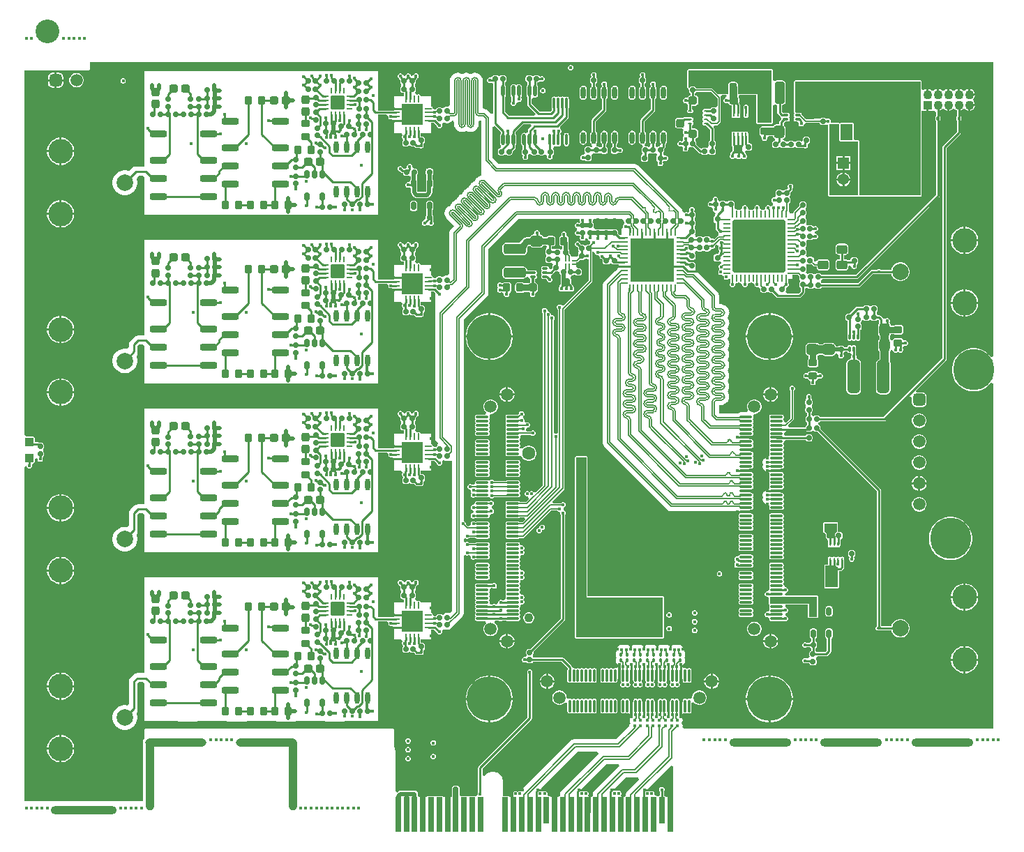
<source format=gtl>
G04*
G04 #@! TF.GenerationSoftware,Altium Limited,Altium Designer,23.0.1 (38)*
G04*
G04 Layer_Physical_Order=1*
G04 Layer_Color=255*
%FSAX25Y25*%
%MOIN*%
G70*
G04*
G04 #@! TF.SameCoordinates,6E8D14A1-A76B-48EF-8A5D-7AFE63AE9358*
G04*
G04*
G04 #@! TF.FilePolarity,Positive*
G04*
G01*
G75*
%ADD10C,0.00984*%
%ADD15C,0.00787*%
%ADD16C,0.02000*%
%ADD17C,0.00500*%
%ADD18C,0.01000*%
%ADD26O,0.00787X0.03347*%
%ADD27O,0.03347X0.00787*%
G04:AMPARAMS|DCode=28|XSize=23.62mil|YSize=23.62mil|CornerRadius=5.91mil|HoleSize=0mil|Usage=FLASHONLY|Rotation=180.000|XOffset=0mil|YOffset=0mil|HoleType=Round|Shape=RoundedRectangle|*
%AMROUNDEDRECTD28*
21,1,0.02362,0.01181,0,0,180.0*
21,1,0.01181,0.02362,0,0,180.0*
1,1,0.01181,-0.00591,0.00591*
1,1,0.01181,0.00591,0.00591*
1,1,0.01181,0.00591,-0.00591*
1,1,0.01181,-0.00591,-0.00591*
%
%ADD28ROUNDEDRECTD28*%
G04:AMPARAMS|DCode=29|XSize=23.62mil|YSize=23.62mil|CornerRadius=5.91mil|HoleSize=0mil|Usage=FLASHONLY|Rotation=270.000|XOffset=0mil|YOffset=0mil|HoleType=Round|Shape=RoundedRectangle|*
%AMROUNDEDRECTD29*
21,1,0.02362,0.01181,0,0,270.0*
21,1,0.01181,0.02362,0,0,270.0*
1,1,0.01181,-0.00591,-0.00591*
1,1,0.01181,-0.00591,0.00591*
1,1,0.01181,0.00591,0.00591*
1,1,0.01181,0.00591,-0.00591*
%
%ADD29ROUNDEDRECTD29*%
G04:AMPARAMS|DCode=30|XSize=25.2mil|YSize=25.2mil|CornerRadius=6.3mil|HoleSize=0mil|Usage=FLASHONLY|Rotation=270.000|XOffset=0mil|YOffset=0mil|HoleType=Round|Shape=RoundedRectangle|*
%AMROUNDEDRECTD30*
21,1,0.02520,0.01260,0,0,270.0*
21,1,0.01260,0.02520,0,0,270.0*
1,1,0.01260,-0.00630,-0.00630*
1,1,0.01260,-0.00630,0.00630*
1,1,0.01260,0.00630,0.00630*
1,1,0.01260,0.00630,-0.00630*
%
%ADD30ROUNDEDRECTD30*%
G04:AMPARAMS|DCode=31|XSize=37.4mil|YSize=41.34mil|CornerRadius=9.35mil|HoleSize=0mil|Usage=FLASHONLY|Rotation=270.000|XOffset=0mil|YOffset=0mil|HoleType=Round|Shape=RoundedRectangle|*
%AMROUNDEDRECTD31*
21,1,0.03740,0.02264,0,0,270.0*
21,1,0.01870,0.04134,0,0,270.0*
1,1,0.01870,-0.01132,-0.00935*
1,1,0.01870,-0.01132,0.00935*
1,1,0.01870,0.01132,0.00935*
1,1,0.01870,0.01132,-0.00935*
%
%ADD31ROUNDEDRECTD31*%
G04:AMPARAMS|DCode=32|XSize=37.4mil|YSize=41.34mil|CornerRadius=9.35mil|HoleSize=0mil|Usage=FLASHONLY|Rotation=0.000|XOffset=0mil|YOffset=0mil|HoleType=Round|Shape=RoundedRectangle|*
%AMROUNDEDRECTD32*
21,1,0.03740,0.02264,0,0,0.0*
21,1,0.01870,0.04134,0,0,0.0*
1,1,0.01870,0.00935,-0.01132*
1,1,0.01870,-0.00935,-0.01132*
1,1,0.01870,-0.00935,0.01132*
1,1,0.01870,0.00935,0.01132*
%
%ADD32ROUNDEDRECTD32*%
G04:AMPARAMS|DCode=33|XSize=25.2mil|YSize=24.8mil|CornerRadius=6.2mil|HoleSize=0mil|Usage=FLASHONLY|Rotation=0.000|XOffset=0mil|YOffset=0mil|HoleType=Round|Shape=RoundedRectangle|*
%AMROUNDEDRECTD33*
21,1,0.02520,0.01240,0,0,0.0*
21,1,0.01280,0.02480,0,0,0.0*
1,1,0.01240,0.00640,-0.00620*
1,1,0.01240,-0.00640,-0.00620*
1,1,0.01240,-0.00640,0.00620*
1,1,0.01240,0.00640,0.00620*
%
%ADD33ROUNDEDRECTD33*%
G04:AMPARAMS|DCode=34|XSize=31.5mil|YSize=81.1mil|CornerRadius=7.87mil|HoleSize=0mil|Usage=FLASHONLY|Rotation=270.000|XOffset=0mil|YOffset=0mil|HoleType=Round|Shape=RoundedRectangle|*
%AMROUNDEDRECTD34*
21,1,0.03150,0.06535,0,0,270.0*
21,1,0.01575,0.08110,0,0,270.0*
1,1,0.01575,-0.03268,-0.00787*
1,1,0.01575,-0.03268,0.00787*
1,1,0.01575,0.03268,0.00787*
1,1,0.01575,0.03268,-0.00787*
%
%ADD34ROUNDEDRECTD34*%
G04:AMPARAMS|DCode=35|XSize=39.37mil|YSize=35.43mil|CornerRadius=8.86mil|HoleSize=0mil|Usage=FLASHONLY|Rotation=90.000|XOffset=0mil|YOffset=0mil|HoleType=Round|Shape=RoundedRectangle|*
%AMROUNDEDRECTD35*
21,1,0.03937,0.01772,0,0,90.0*
21,1,0.02165,0.03543,0,0,90.0*
1,1,0.01772,0.00886,0.01083*
1,1,0.01772,0.00886,-0.01083*
1,1,0.01772,-0.00886,-0.01083*
1,1,0.01772,-0.00886,0.01083*
%
%ADD35ROUNDEDRECTD35*%
%ADD36O,0.02362X0.05709*%
G04:AMPARAMS|DCode=37|XSize=25.2mil|YSize=25.2mil|CornerRadius=6.3mil|HoleSize=0mil|Usage=FLASHONLY|Rotation=180.000|XOffset=0mil|YOffset=0mil|HoleType=Round|Shape=RoundedRectangle|*
%AMROUNDEDRECTD37*
21,1,0.02520,0.01260,0,0,180.0*
21,1,0.01260,0.02520,0,0,180.0*
1,1,0.01260,-0.00630,0.00630*
1,1,0.01260,0.00630,0.00630*
1,1,0.01260,0.00630,-0.00630*
1,1,0.01260,-0.00630,-0.00630*
%
%ADD37ROUNDEDRECTD37*%
%ADD38O,0.01378X0.05512*%
G04:AMPARAMS|DCode=39|XSize=9.84mil|YSize=35.43mil|CornerRadius=2.46mil|HoleSize=0mil|Usage=FLASHONLY|Rotation=180.000|XOffset=0mil|YOffset=0mil|HoleType=Round|Shape=RoundedRectangle|*
%AMROUNDEDRECTD39*
21,1,0.00984,0.03051,0,0,180.0*
21,1,0.00492,0.03543,0,0,180.0*
1,1,0.00492,-0.00246,0.01526*
1,1,0.00492,0.00246,0.01526*
1,1,0.00492,0.00246,-0.01526*
1,1,0.00492,-0.00246,-0.01526*
%
%ADD39ROUNDEDRECTD39*%
%ADD40O,0.00984X0.03150*%
%ADD41O,0.03150X0.00984*%
G04:AMPARAMS|DCode=43|XSize=39.37mil|YSize=35.43mil|CornerRadius=8.86mil|HoleSize=0mil|Usage=FLASHONLY|Rotation=180.000|XOffset=0mil|YOffset=0mil|HoleType=Round|Shape=RoundedRectangle|*
%AMROUNDEDRECTD43*
21,1,0.03937,0.01772,0,0,180.0*
21,1,0.02165,0.03543,0,0,180.0*
1,1,0.01772,-0.01083,0.00886*
1,1,0.01772,0.01083,0.00886*
1,1,0.01772,0.01083,-0.00886*
1,1,0.01772,-0.01083,-0.00886*
%
%ADD43ROUNDEDRECTD43*%
G04:AMPARAMS|DCode=44|XSize=23.62mil|YSize=39.37mil|CornerRadius=5.91mil|HoleSize=0mil|Usage=FLASHONLY|Rotation=0.000|XOffset=0mil|YOffset=0mil|HoleType=Round|Shape=RoundedRectangle|*
%AMROUNDEDRECTD44*
21,1,0.02362,0.02756,0,0,0.0*
21,1,0.01181,0.03937,0,0,0.0*
1,1,0.01181,0.00591,-0.01378*
1,1,0.01181,-0.00591,-0.01378*
1,1,0.01181,-0.00591,0.01378*
1,1,0.01181,0.00591,0.01378*
%
%ADD44ROUNDEDRECTD44*%
G04:AMPARAMS|DCode=45|XSize=11.81mil|YSize=26.38mil|CornerRadius=2.95mil|HoleSize=0mil|Usage=FLASHONLY|Rotation=180.000|XOffset=0mil|YOffset=0mil|HoleType=Round|Shape=RoundedRectangle|*
%AMROUNDEDRECTD45*
21,1,0.01181,0.02047,0,0,180.0*
21,1,0.00591,0.02638,0,0,180.0*
1,1,0.00591,-0.00295,0.01024*
1,1,0.00591,0.00295,0.01024*
1,1,0.00591,0.00295,-0.01024*
1,1,0.00591,-0.00295,-0.01024*
%
%ADD45ROUNDEDRECTD45*%
G04:AMPARAMS|DCode=46|XSize=157.48mil|YSize=59.06mil|CornerRadius=14.76mil|HoleSize=0mil|Usage=FLASHONLY|Rotation=90.000|XOffset=0mil|YOffset=0mil|HoleType=Round|Shape=RoundedRectangle|*
%AMROUNDEDRECTD46*
21,1,0.15748,0.02953,0,0,90.0*
21,1,0.12795,0.05906,0,0,90.0*
1,1,0.02953,0.01476,0.06398*
1,1,0.02953,0.01476,-0.06398*
1,1,0.02953,-0.01476,-0.06398*
1,1,0.02953,-0.01476,0.06398*
%
%ADD46ROUNDEDRECTD46*%
G04:AMPARAMS|DCode=47|XSize=59.06mil|YSize=51.18mil|CornerRadius=12.8mil|HoleSize=0mil|Usage=FLASHONLY|Rotation=90.000|XOffset=0mil|YOffset=0mil|HoleType=Round|Shape=RoundedRectangle|*
%AMROUNDEDRECTD47*
21,1,0.05906,0.02559,0,0,90.0*
21,1,0.03347,0.05118,0,0,90.0*
1,1,0.02559,0.01280,0.01673*
1,1,0.02559,0.01280,-0.01673*
1,1,0.02559,-0.01280,-0.01673*
1,1,0.02559,-0.01280,0.01673*
%
%ADD47ROUNDEDRECTD47*%
G04:AMPARAMS|DCode=48|XSize=59.06mil|YSize=51.18mil|CornerRadius=12.8mil|HoleSize=0mil|Usage=FLASHONLY|Rotation=0.000|XOffset=0mil|YOffset=0mil|HoleType=Round|Shape=RoundedRectangle|*
%AMROUNDEDRECTD48*
21,1,0.05906,0.02559,0,0,0.0*
21,1,0.03347,0.05118,0,0,0.0*
1,1,0.02559,0.01673,-0.01280*
1,1,0.02559,-0.01673,-0.01280*
1,1,0.02559,-0.01673,0.01280*
1,1,0.02559,0.01673,0.01280*
%
%ADD48ROUNDEDRECTD48*%
G04:AMPARAMS|DCode=49|XSize=51.18mil|YSize=43.31mil|CornerRadius=10.83mil|HoleSize=0mil|Usage=FLASHONLY|Rotation=180.000|XOffset=0mil|YOffset=0mil|HoleType=Round|Shape=RoundedRectangle|*
%AMROUNDEDRECTD49*
21,1,0.05118,0.02165,0,0,180.0*
21,1,0.02953,0.04331,0,0,180.0*
1,1,0.02165,-0.01476,0.01083*
1,1,0.02165,0.01476,0.01083*
1,1,0.02165,0.01476,-0.01083*
1,1,0.02165,-0.01476,-0.01083*
%
%ADD49ROUNDEDRECTD49*%
G04:AMPARAMS|DCode=50|XSize=173.23mil|YSize=74.8mil|CornerRadius=3.74mil|HoleSize=0mil|Usage=FLASHONLY|Rotation=0.000|XOffset=0mil|YOffset=0mil|HoleType=Round|Shape=RoundedRectangle|*
%AMROUNDEDRECTD50*
21,1,0.17323,0.06732,0,0,0.0*
21,1,0.16575,0.07480,0,0,0.0*
1,1,0.00748,0.08287,-0.03366*
1,1,0.00748,-0.08287,-0.03366*
1,1,0.00748,-0.08287,0.03366*
1,1,0.00748,0.08287,0.03366*
%
%ADD50ROUNDEDRECTD50*%
G04:AMPARAMS|DCode=51|XSize=19.68mil|YSize=11.81mil|CornerRadius=2.95mil|HoleSize=0mil|Usage=FLASHONLY|Rotation=90.000|XOffset=0mil|YOffset=0mil|HoleType=Round|Shape=RoundedRectangle|*
%AMROUNDEDRECTD51*
21,1,0.01968,0.00591,0,0,90.0*
21,1,0.01378,0.01181,0,0,90.0*
1,1,0.00591,0.00295,0.00689*
1,1,0.00591,0.00295,-0.00689*
1,1,0.00591,-0.00295,-0.00689*
1,1,0.00591,-0.00295,0.00689*
%
%ADD51ROUNDEDRECTD51*%
G04:AMPARAMS|DCode=52|XSize=107.09mil|YSize=48.42mil|CornerRadius=12.11mil|HoleSize=0mil|Usage=FLASHONLY|Rotation=270.000|XOffset=0mil|YOffset=0mil|HoleType=Round|Shape=RoundedRectangle|*
%AMROUNDEDRECTD52*
21,1,0.10709,0.02421,0,0,270.0*
21,1,0.08287,0.04842,0,0,270.0*
1,1,0.02421,-0.01211,-0.04144*
1,1,0.02421,-0.01211,0.04144*
1,1,0.02421,0.01211,0.04144*
1,1,0.02421,0.01211,-0.04144*
%
%ADD52ROUNDEDRECTD52*%
G04:AMPARAMS|DCode=53|XSize=11.81mil|YSize=26.38mil|CornerRadius=2.95mil|HoleSize=0mil|Usage=FLASHONLY|Rotation=270.000|XOffset=0mil|YOffset=0mil|HoleType=Round|Shape=RoundedRectangle|*
%AMROUNDEDRECTD53*
21,1,0.01181,0.02047,0,0,270.0*
21,1,0.00591,0.02638,0,0,270.0*
1,1,0.00591,-0.01024,-0.00295*
1,1,0.00591,-0.01024,0.00295*
1,1,0.00591,0.01024,0.00295*
1,1,0.00591,0.01024,-0.00295*
%
%ADD53ROUNDEDRECTD53*%
%ADD54O,0.01772X0.05512*%
G04:AMPARAMS|DCode=55|XSize=9.84mil|YSize=19.68mil|CornerRadius=2.46mil|HoleSize=0mil|Usage=FLASHONLY|Rotation=180.000|XOffset=0mil|YOffset=0mil|HoleType=Round|Shape=RoundedRectangle|*
%AMROUNDEDRECTD55*
21,1,0.00984,0.01476,0,0,180.0*
21,1,0.00492,0.01968,0,0,180.0*
1,1,0.00492,-0.00246,0.00738*
1,1,0.00492,0.00246,0.00738*
1,1,0.00492,0.00246,-0.00738*
1,1,0.00492,-0.00246,-0.00738*
%
%ADD55ROUNDEDRECTD55*%
%ADD56O,0.00984X0.03347*%
G04:AMPARAMS|DCode=57|XSize=19.68mil|YSize=11.81mil|CornerRadius=2.95mil|HoleSize=0mil|Usage=FLASHONLY|Rotation=0.000|XOffset=0mil|YOffset=0mil|HoleType=Round|Shape=RoundedRectangle|*
%AMROUNDEDRECTD57*
21,1,0.01968,0.00591,0,0,0.0*
21,1,0.01378,0.01181,0,0,0.0*
1,1,0.00591,0.00689,-0.00295*
1,1,0.00591,-0.00689,-0.00295*
1,1,0.00591,-0.00689,0.00295*
1,1,0.00591,0.00689,0.00295*
%
%ADD57ROUNDEDRECTD57*%
G04:AMPARAMS|DCode=58|XSize=9.84mil|YSize=19.68mil|CornerRadius=2.46mil|HoleSize=0mil|Usage=FLASHONLY|Rotation=90.000|XOffset=0mil|YOffset=0mil|HoleType=Round|Shape=RoundedRectangle|*
%AMROUNDEDRECTD58*
21,1,0.00984,0.01476,0,0,90.0*
21,1,0.00492,0.01968,0,0,90.0*
1,1,0.00492,0.00738,0.00246*
1,1,0.00492,0.00738,-0.00246*
1,1,0.00492,-0.00738,-0.00246*
1,1,0.00492,-0.00738,0.00246*
%
%ADD58ROUNDEDRECTD58*%
G04:AMPARAMS|DCode=59|XSize=31.5mil|YSize=149.61mil|CornerRadius=7.87mil|HoleSize=0mil|Usage=FLASHONLY|Rotation=180.000|XOffset=0mil|YOffset=0mil|HoleType=Round|Shape=RoundedRectangle|*
%AMROUNDEDRECTD59*
21,1,0.03150,0.13386,0,0,180.0*
21,1,0.01575,0.14961,0,0,180.0*
1,1,0.01575,-0.00787,0.06693*
1,1,0.01575,0.00787,0.06693*
1,1,0.01575,0.00787,-0.06693*
1,1,0.01575,-0.00787,-0.06693*
%
%ADD59ROUNDEDRECTD59*%
G04:AMPARAMS|DCode=60|XSize=31.5mil|YSize=149.61mil|CornerRadius=7.87mil|HoleSize=0mil|Usage=FLASHONLY|Rotation=270.000|XOffset=0mil|YOffset=0mil|HoleType=Round|Shape=RoundedRectangle|*
%AMROUNDEDRECTD60*
21,1,0.03150,0.13386,0,0,270.0*
21,1,0.01575,0.14961,0,0,270.0*
1,1,0.01575,-0.06693,-0.00787*
1,1,0.01575,-0.06693,0.00787*
1,1,0.01575,0.06693,0.00787*
1,1,0.01575,0.06693,-0.00787*
%
%ADD60ROUNDEDRECTD60*%
G04:AMPARAMS|DCode=61|XSize=31.5mil|YSize=218.5mil|CornerRadius=7.87mil|HoleSize=0mil|Usage=FLASHONLY|Rotation=180.000|XOffset=0mil|YOffset=0mil|HoleType=Round|Shape=RoundedRectangle|*
%AMROUNDEDRECTD61*
21,1,0.03150,0.20276,0,0,180.0*
21,1,0.01575,0.21850,0,0,180.0*
1,1,0.01575,-0.00787,0.10138*
1,1,0.01575,0.00787,0.10138*
1,1,0.01575,0.00787,-0.10138*
1,1,0.01575,-0.00787,-0.10138*
%
%ADD61ROUNDEDRECTD61*%
G04:AMPARAMS|DCode=62|XSize=31.5mil|YSize=196.06mil|CornerRadius=7.87mil|HoleSize=0mil|Usage=FLASHONLY|Rotation=270.000|XOffset=0mil|YOffset=0mil|HoleType=Round|Shape=RoundedRectangle|*
%AMROUNDEDRECTD62*
21,1,0.03150,0.18032,0,0,270.0*
21,1,0.01575,0.19606,0,0,270.0*
1,1,0.01575,-0.09016,-0.00787*
1,1,0.01575,-0.09016,0.00787*
1,1,0.01575,0.09016,0.00787*
1,1,0.01575,0.09016,-0.00787*
%
%ADD62ROUNDEDRECTD62*%
%ADD63O,0.03347X0.00984*%
%ADD64C,0.01100*%
%ADD65O,0.00984X0.03543*%
%ADD66O,0.03543X0.00984*%
G04:AMPARAMS|DCode=67|XSize=13.78mil|YSize=15.75mil|CornerRadius=3.45mil|HoleSize=0mil|Usage=FLASHONLY|Rotation=0.000|XOffset=0mil|YOffset=0mil|HoleType=Round|Shape=RoundedRectangle|*
%AMROUNDEDRECTD67*
21,1,0.01378,0.00886,0,0,0.0*
21,1,0.00689,0.01575,0,0,0.0*
1,1,0.00689,0.00345,-0.00443*
1,1,0.00689,-0.00345,-0.00443*
1,1,0.00689,-0.00345,0.00443*
1,1,0.00689,0.00345,0.00443*
%
%ADD67ROUNDEDRECTD67*%
G04:AMPARAMS|DCode=68|XSize=107.09mil|YSize=48.42mil|CornerRadius=12.11mil|HoleSize=0mil|Usage=FLASHONLY|Rotation=180.000|XOffset=0mil|YOffset=0mil|HoleType=Round|Shape=RoundedRectangle|*
%AMROUNDEDRECTD68*
21,1,0.10709,0.02421,0,0,180.0*
21,1,0.08287,0.04842,0,0,180.0*
1,1,0.02421,-0.04144,0.01211*
1,1,0.02421,0.04144,0.01211*
1,1,0.02421,0.04144,-0.01211*
1,1,0.02421,-0.04144,-0.01211*
%
%ADD68ROUNDEDRECTD68*%
G04:AMPARAMS|DCode=69|XSize=11.81mil|YSize=59.06mil|CornerRadius=2.95mil|HoleSize=0mil|Usage=FLASHONLY|Rotation=0.000|XOffset=0mil|YOffset=0mil|HoleType=Round|Shape=RoundedRectangle|*
%AMROUNDEDRECTD69*
21,1,0.01181,0.05315,0,0,0.0*
21,1,0.00591,0.05906,0,0,0.0*
1,1,0.00591,0.00295,-0.02657*
1,1,0.00591,-0.00295,-0.02657*
1,1,0.00591,-0.00295,0.02657*
1,1,0.00591,0.00295,0.02657*
%
%ADD69ROUNDEDRECTD69*%
G04:AMPARAMS|DCode=70|XSize=11.81mil|YSize=59.06mil|CornerRadius=2.95mil|HoleSize=0mil|Usage=FLASHONLY|Rotation=270.000|XOffset=0mil|YOffset=0mil|HoleType=Round|Shape=RoundedRectangle|*
%AMROUNDEDRECTD70*
21,1,0.01181,0.05315,0,0,270.0*
21,1,0.00591,0.05906,0,0,270.0*
1,1,0.00591,-0.02657,-0.00295*
1,1,0.00591,-0.02657,0.00295*
1,1,0.00591,0.02657,0.00295*
1,1,0.00591,0.02657,-0.00295*
%
%ADD70ROUNDEDRECTD70*%
G04:AMPARAMS|DCode=71|XSize=43.31mil|YSize=43.31mil|CornerRadius=10.83mil|HoleSize=0mil|Usage=FLASHONLY|Rotation=90.000|XOffset=0mil|YOffset=0mil|HoleType=Round|Shape=RoundedRectangle|*
%AMROUNDEDRECTD71*
21,1,0.04331,0.02165,0,0,90.0*
21,1,0.02165,0.04331,0,0,90.0*
1,1,0.02165,0.01083,0.01083*
1,1,0.02165,0.01083,-0.01083*
1,1,0.02165,-0.01083,-0.01083*
1,1,0.02165,-0.01083,0.01083*
%
%ADD71ROUNDEDRECTD71*%
G04:AMPARAMS|DCode=72|XSize=16.54mil|YSize=18.11mil|CornerRadius=4.13mil|HoleSize=0mil|Usage=FLASHONLY|Rotation=0.000|XOffset=0mil|YOffset=0mil|HoleType=Round|Shape=RoundedRectangle|*
%AMROUNDEDRECTD72*
21,1,0.01654,0.00984,0,0,0.0*
21,1,0.00827,0.01811,0,0,0.0*
1,1,0.00827,0.00413,-0.00492*
1,1,0.00827,-0.00413,-0.00492*
1,1,0.00827,-0.00413,0.00492*
1,1,0.00827,0.00413,0.00492*
%
%ADD72ROUNDEDRECTD72*%
%ADD128C,0.01496*%
%ADD147C,0.00500*%
G04:AMPARAMS|DCode=148|XSize=251.97mil|YSize=251.97mil|CornerRadius=6.3mil|HoleSize=0mil|Usage=FLASHONLY|Rotation=90.000|XOffset=0mil|YOffset=0mil|HoleType=Round|Shape=RoundedRectangle|*
%AMROUNDEDRECTD148*
21,1,0.25197,0.23937,0,0,90.0*
21,1,0.23937,0.25197,0,0,90.0*
1,1,0.01260,0.11969,0.11969*
1,1,0.01260,0.11969,-0.11969*
1,1,0.01260,-0.11969,-0.11969*
1,1,0.01260,-0.11969,0.11969*
%
%ADD148ROUNDEDRECTD148*%
G04:AMPARAMS|DCode=149|XSize=96.06mil|YSize=58.66mil|CornerRadius=2.93mil|HoleSize=0mil|Usage=FLASHONLY|Rotation=180.000|XOffset=0mil|YOffset=0mil|HoleType=Round|Shape=RoundedRectangle|*
%AMROUNDEDRECTD149*
21,1,0.09606,0.05280,0,0,180.0*
21,1,0.09020,0.05866,0,0,180.0*
1,1,0.00587,-0.04510,0.02640*
1,1,0.00587,0.04510,0.02640*
1,1,0.00587,0.04510,-0.02640*
1,1,0.00587,-0.04510,-0.02640*
%
%ADD149ROUNDEDRECTD149*%
G04:AMPARAMS|DCode=150|XSize=66.14mil|YSize=66.14mil|CornerRadius=3.31mil|HoleSize=0mil|Usage=FLASHONLY|Rotation=0.000|XOffset=0mil|YOffset=0mil|HoleType=Round|Shape=RoundedRectangle|*
%AMROUNDEDRECTD150*
21,1,0.06614,0.05953,0,0,0.0*
21,1,0.05953,0.06614,0,0,0.0*
1,1,0.00661,0.02976,-0.02976*
1,1,0.00661,-0.02976,-0.02976*
1,1,0.00661,-0.02976,0.02976*
1,1,0.00661,0.02976,0.02976*
%
%ADD150ROUNDEDRECTD150*%
G04:AMPARAMS|DCode=151|XSize=62.99mil|YSize=35.43mil|CornerRadius=1.77mil|HoleSize=0mil|Usage=FLASHONLY|Rotation=180.000|XOffset=0mil|YOffset=0mil|HoleType=Round|Shape=RoundedRectangle|*
%AMROUNDEDRECTD151*
21,1,0.06299,0.03189,0,0,180.0*
21,1,0.05945,0.03543,0,0,180.0*
1,1,0.00354,-0.02972,0.01595*
1,1,0.00354,0.02972,0.01595*
1,1,0.00354,0.02972,-0.01595*
1,1,0.00354,-0.02972,-0.01595*
%
%ADD151ROUNDEDRECTD151*%
G04:AMPARAMS|DCode=152|XSize=62.99mil|YSize=35.43mil|CornerRadius=1.77mil|HoleSize=0mil|Usage=FLASHONLY|Rotation=90.000|XOffset=0mil|YOffset=0mil|HoleType=Round|Shape=RoundedRectangle|*
%AMROUNDEDRECTD152*
21,1,0.06299,0.03189,0,0,90.0*
21,1,0.05945,0.03543,0,0,90.0*
1,1,0.00354,0.01595,0.02972*
1,1,0.00354,0.01595,-0.02972*
1,1,0.00354,-0.01595,-0.02972*
1,1,0.00354,-0.01595,0.02972*
%
%ADD152ROUNDEDRECTD152*%
G04:AMPARAMS|DCode=153|XSize=102.36mil|YSize=102.36mil|CornerRadius=2.56mil|HoleSize=0mil|Usage=FLASHONLY|Rotation=270.000|XOffset=0mil|YOffset=0mil|HoleType=Round|Shape=RoundedRectangle|*
%AMROUNDEDRECTD153*
21,1,0.10236,0.09724,0,0,270.0*
21,1,0.09724,0.10236,0,0,270.0*
1,1,0.00512,-0.04862,-0.04862*
1,1,0.00512,-0.04862,0.04862*
1,1,0.00512,0.04862,0.04862*
1,1,0.00512,0.04862,-0.04862*
%
%ADD153ROUNDEDRECTD153*%
%ADD154R,0.20787X0.20787*%
%ADD155R,0.02756X0.16535*%
%ADD156R,0.02756X0.12598*%
%ADD157C,0.01181*%
%ADD158C,0.00839*%
%ADD159C,0.01968*%
%ADD160C,0.00837*%
%ADD161C,0.03543*%
%ADD162C,0.03937*%
%ADD163C,0.02953*%
%ADD164C,0.00751*%
%ADD165C,0.02756*%
%ADD166O,0.29528X0.03937*%
%ADD167O,0.29134X0.03937*%
%ADD168O,0.03937X0.34449*%
%ADD169R,0.05386X0.05386*%
%ADD170C,0.05386*%
%ADD171C,0.04291*%
%ADD172R,0.04291X0.04291*%
%ADD173C,0.07874*%
G04:AMPARAMS|DCode=174|XSize=59.06mil|YSize=59.06mil|CornerRadius=14.76mil|HoleSize=0mil|Usage=FLASHONLY|Rotation=270.000|XOffset=0mil|YOffset=0mil|HoleType=Round|Shape=RoundedRectangle|*
%AMROUNDEDRECTD174*
21,1,0.05906,0.02953,0,0,270.0*
21,1,0.02953,0.05906,0,0,270.0*
1,1,0.02953,-0.01476,-0.01476*
1,1,0.02953,-0.01476,0.01476*
1,1,0.02953,0.01476,0.01476*
1,1,0.02953,0.01476,-0.01476*
%
%ADD174ROUNDEDRECTD174*%
%ADD175C,0.05906*%
%ADD176C,0.21260*%
%ADD177C,0.04300*%
%ADD178C,0.06300*%
%ADD179C,0.11811*%
G04:AMPARAMS|DCode=180|XSize=59.06mil|YSize=59.06mil|CornerRadius=14.76mil|HoleSize=0mil|Usage=FLASHONLY|Rotation=0.000|XOffset=0mil|YOffset=0mil|HoleType=Round|Shape=RoundedRectangle|*
%AMROUNDEDRECTD180*
21,1,0.05906,0.02953,0,0,0.0*
21,1,0.02953,0.05906,0,0,0.0*
1,1,0.02953,0.01476,-0.01476*
1,1,0.02953,-0.01476,-0.01476*
1,1,0.02953,-0.01476,0.01476*
1,1,0.02953,0.01476,0.01476*
%
%ADD180ROUNDEDRECTD180*%
%ADD181O,0.31496X0.03937*%
%ADD182C,0.19685*%
%ADD183C,0.11339*%
%ADD184C,0.01600*%
G36*
X0464026Y0240747D02*
X0463026Y0240422D01*
X0462613Y0240990D01*
X0461462Y0242141D01*
X0460145Y0243098D01*
X0458695Y0243837D01*
X0457146Y0244340D01*
X0455538Y0244595D01*
X0453910D01*
X0452303Y0244340D01*
X0450754Y0243837D01*
X0449304Y0243098D01*
X0447987Y0242141D01*
X0446836Y0240990D01*
X0445879Y0239673D01*
X0445140Y0238222D01*
X0444637Y0236674D01*
X0444382Y0235066D01*
Y0233438D01*
X0444637Y0231830D01*
X0445140Y0230282D01*
X0445879Y0228831D01*
X0446836Y0227514D01*
X0447987Y0226363D01*
X0449304Y0225406D01*
X0450754Y0224667D01*
X0452303Y0224164D01*
X0453910Y0223909D01*
X0455538D01*
X0457146Y0224164D01*
X0458695Y0224667D01*
X0460145Y0225406D01*
X0461462Y0226363D01*
X0462613Y0227514D01*
X0463026Y0228082D01*
X0464026Y0227757D01*
Y0062549D01*
X0316236D01*
X0315605Y0063549D01*
X0315709Y0064075D01*
Y0064173D01*
X0315525Y0065100D01*
X0315257Y0065502D01*
X0315525Y0065904D01*
X0315709Y0066831D01*
X0315525Y0067758D01*
X0315198Y0068246D01*
X0315354Y0069028D01*
X0315331Y0069143D01*
X0315354Y0069258D01*
X0315289Y0069582D01*
X0316196Y0070103D01*
X0316226Y0070098D01*
X0316508Y0070042D01*
X0317098D01*
X0317409Y0070104D01*
X0317787Y0070239D01*
X0318166Y0070104D01*
X0318476Y0070042D01*
X0319067D01*
X0319377Y0070104D01*
X0319640Y0070280D01*
X0319816Y0070543D01*
X0319878Y0070853D01*
Y0075150D01*
X0320878Y0075418D01*
X0320930Y0075327D01*
X0321573Y0074685D01*
X0322360Y0074230D01*
X0323238Y0073995D01*
X0324148D01*
X0325026Y0074230D01*
X0325813Y0074685D01*
X0326456Y0075327D01*
X0326910Y0076115D01*
X0327146Y0076993D01*
Y0077902D01*
X0326910Y0078780D01*
X0326456Y0079567D01*
X0325813Y0080210D01*
X0325026Y0080665D01*
X0324148Y0080900D01*
X0323238D01*
X0322360Y0080665D01*
X0321573Y0080210D01*
X0320930Y0079567D01*
X0320476Y0078780D01*
X0320240Y0077902D01*
Y0077506D01*
X0319600Y0077069D01*
X0319262Y0076940D01*
X0319067Y0076979D01*
X0318476D01*
X0318166Y0076917D01*
X0317787Y0076782D01*
X0317409Y0076917D01*
X0317098Y0076979D01*
X0316508D01*
X0316198Y0076917D01*
X0315934Y0076741D01*
X0315759Y0076478D01*
X0315697Y0076168D01*
Y0075350D01*
X0314736Y0075058D01*
X0314639Y0075133D01*
X0314579Y0075223D01*
X0314150Y0075509D01*
X0313972Y0075647D01*
Y0076168D01*
X0313911Y0076478D01*
X0313735Y0076741D01*
X0313472Y0076917D01*
X0313161Y0076979D01*
X0312571D01*
X0312261Y0076917D01*
X0311882Y0076782D01*
X0311503Y0076917D01*
X0311193Y0076979D01*
X0310602D01*
X0310292Y0076917D01*
X0310029Y0076741D01*
X0309853Y0076478D01*
X0309791Y0076168D01*
Y0075785D01*
X0308929Y0075310D01*
X0308067Y0075785D01*
Y0076168D01*
X0308005Y0076478D01*
X0307829Y0076741D01*
X0307566Y0076917D01*
X0307256Y0076979D01*
X0306665D01*
X0306355Y0076917D01*
X0306092Y0076741D01*
X0305861D01*
X0305598Y0076917D01*
X0305287Y0076979D01*
X0304697D01*
X0304386Y0076917D01*
X0304123Y0076741D01*
X0303948Y0076478D01*
X0303886Y0076168D01*
Y0075785D01*
X0303024Y0075310D01*
X0302161Y0075785D01*
Y0076168D01*
X0302099Y0076478D01*
X0301924Y0076741D01*
X0301661Y0076917D01*
X0301350Y0076979D01*
X0300760D01*
X0300449Y0076917D01*
X0300186Y0076741D01*
X0299955D01*
X0299692Y0076917D01*
X0299382Y0076979D01*
X0298791D01*
X0298481Y0076917D01*
X0298218Y0076741D01*
X0298042Y0076478D01*
X0297980Y0076168D01*
Y0075785D01*
X0297118Y0075310D01*
X0296256Y0075785D01*
Y0076168D01*
X0296194Y0076478D01*
X0296018Y0076741D01*
X0295755Y0076917D01*
X0295445Y0076979D01*
X0294854D01*
X0294544Y0076917D01*
X0294281Y0076741D01*
X0294050D01*
X0293787Y0076917D01*
X0293476Y0076979D01*
X0292886D01*
X0292576Y0076917D01*
X0292313Y0076741D01*
X0292137Y0076478D01*
X0292075Y0076168D01*
Y0075647D01*
X0291897Y0075510D01*
X0291468Y0075223D01*
X0291408Y0075133D01*
X0291311Y0075058D01*
X0290350Y0075350D01*
Y0076168D01*
X0290288Y0076478D01*
X0290113Y0076741D01*
X0289850Y0076917D01*
X0289539Y0076979D01*
X0288949D01*
X0288638Y0076917D01*
X0288260Y0076782D01*
X0287881Y0076917D01*
X0287571Y0076979D01*
X0286980D01*
X0286670Y0076917D01*
X0286407Y0076741D01*
X0286231Y0076478D01*
X0286170Y0076168D01*
Y0070853D01*
X0286231Y0070543D01*
X0286407Y0070280D01*
X0286670Y0070104D01*
X0286980Y0070042D01*
X0287571D01*
X0287881Y0070104D01*
X0288260Y0070239D01*
X0288638Y0070104D01*
X0288949Y0070042D01*
X0289539D01*
X0289822Y0070098D01*
X0289851Y0070103D01*
X0290758Y0069582D01*
X0290693Y0069258D01*
X0290723Y0069106D01*
Y0068998D01*
X0290880Y0068211D01*
X0290577Y0067758D01*
X0290393Y0066831D01*
Y0066732D01*
X0290577Y0065805D01*
X0290791Y0065485D01*
X0290446Y0064969D01*
X0290262Y0064042D01*
Y0063960D01*
X0283940Y0057639D01*
X0263880D01*
X0262953Y0057454D01*
X0262168Y0056929D01*
X0238071Y0032833D01*
X0237652D01*
X0237174Y0032635D01*
X0236860Y0032321D01*
X0236547Y0032635D01*
X0236069Y0032833D01*
X0235552D01*
X0235074Y0032635D01*
X0234708Y0032269D01*
X0234510Y0031791D01*
Y0031274D01*
X0234657Y0030921D01*
X0234450Y0030377D01*
X0234170Y0029921D01*
X0232784D01*
Y0030421D01*
X0229944D01*
Y0037205D01*
X0229937Y0037244D01*
X0229942Y0037284D01*
X0229910Y0037772D01*
X0229879Y0037886D01*
X0229871Y0038005D01*
X0229619Y0038948D01*
X0229549Y0039089D01*
X0229498Y0039238D01*
X0229010Y0040084D01*
X0228906Y0040202D01*
X0228819Y0040333D01*
X0228128Y0041023D01*
X0227997Y0041111D01*
X0227879Y0041215D01*
X0227033Y0041703D01*
X0226884Y0041754D01*
X0226743Y0041823D01*
X0225800Y0042076D01*
X0225643Y0042086D01*
X0225488Y0042117D01*
X0224512D01*
X0224357Y0042086D01*
X0224200Y0042076D01*
X0223257Y0041823D01*
X0223116Y0041754D01*
X0222967Y0041703D01*
X0222121Y0041215D01*
X0222003Y0041111D01*
X0221872Y0041023D01*
X0221181Y0040333D01*
X0221094Y0040202D01*
X0220990Y0040084D01*
X0220979Y0040066D01*
X0219980Y0040334D01*
Y0043538D01*
X0243339Y0066897D01*
X0243560Y0067228D01*
X0243638Y0067618D01*
Y0088728D01*
X0243720Y0088810D01*
X0243918Y0089288D01*
Y0089805D01*
X0243720Y0090283D01*
X0243355Y0090649D01*
X0242877Y0090847D01*
X0242359D01*
X0241882Y0090649D01*
X0241516Y0090283D01*
X0241318Y0089805D01*
Y0089288D01*
X0241516Y0088810D01*
X0241599Y0088728D01*
Y0068040D01*
X0218239Y0044681D01*
X0218018Y0044350D01*
X0217940Y0043960D01*
Y0032315D01*
X0217858Y0032232D01*
X0217660Y0031755D01*
Y0031238D01*
X0217523Y0030985D01*
X0216916Y0030421D01*
X0213280D01*
Y0030421D01*
X0213098D01*
Y0030421D01*
X0209343D01*
X0209198Y0031361D01*
Y0033596D01*
X0209052Y0034329D01*
X0208637Y0034950D01*
X0208016Y0035365D01*
X0207283Y0035511D01*
X0206551Y0035365D01*
X0205929Y0034950D01*
X0205515Y0034329D01*
X0205369Y0033596D01*
Y0029921D01*
X0201287D01*
Y0030421D01*
X0197531D01*
Y0030421D01*
X0197350D01*
Y0030421D01*
X0193595D01*
Y0029921D01*
X0189476D01*
Y0030421D01*
X0189128D01*
Y0031496D01*
X0189011Y0032081D01*
X0188680Y0032577D01*
X0188184Y0032909D01*
X0187598Y0033026D01*
X0187518Y0033009D01*
X0183742D01*
X0183661Y0033026D01*
X0183581Y0033009D01*
X0180877D01*
X0180298Y0032894D01*
X0179807Y0032566D01*
X0179807Y0032566D01*
X0179370Y0032128D01*
X0178369Y0032542D01*
Y0050886D01*
X0178364Y0050915D01*
X0178368Y0050945D01*
X0178333Y0051649D01*
X0178312Y0051736D01*
Y0051825D01*
X0178037Y0053206D01*
X0177992Y0053316D01*
X0177969Y0053432D01*
X0177707Y0054065D01*
Y0061972D01*
X0177707Y0062206D01*
X0177707Y0062206D01*
X0177548Y0062589D01*
X0177165Y0062747D01*
X0177165Y0062748D01*
X0176931Y0062747D01*
X0059290Y0062747D01*
X0059055Y0062747D01*
X0059055Y0062747D01*
X0058672Y0062589D01*
X0058514Y0062206D01*
X0058514Y0062206D01*
X0058514Y0061972D01*
X0058514Y0058080D01*
X0058503Y0058069D01*
X0058242Y0057678D01*
X0057942Y0056955D01*
X0057851Y0056494D01*
Y0056102D01*
X0057851Y0028100D01*
X0001204D01*
Y0187661D01*
X0001216Y0187685D01*
X0002204Y0188230D01*
X0002220Y0188220D01*
X0002266Y0188149D01*
X0002441Y0187727D01*
X0002807Y0187362D01*
X0003285Y0187164D01*
X0003802D01*
X0004280Y0187362D01*
X0004645Y0187727D01*
X0004843Y0188205D01*
Y0188722D01*
X0005243Y0189356D01*
X0005767Y0189705D01*
X0006117Y0190229D01*
X0006240Y0190847D01*
Y0191528D01*
X0007240Y0191924D01*
X0007361Y0191794D01*
Y0191277D01*
X0007559Y0190799D01*
X0007925Y0190433D01*
X0008403Y0190235D01*
X0008920D01*
X0009398Y0190433D01*
X0009764Y0190799D01*
X0009961Y0191277D01*
Y0191794D01*
X0009764Y0192272D01*
X0010038Y0192718D01*
X0010279Y0193078D01*
X0010364Y0193504D01*
Y0194685D01*
X0010279Y0195110D01*
X0010228Y0195187D01*
X0010038Y0195474D01*
Y0196258D01*
X0010228Y0196545D01*
X0010279Y0196622D01*
X0010364Y0197047D01*
Y0198228D01*
X0010279Y0198654D01*
X0010038Y0199015D01*
X0009678Y0199256D01*
X0009252Y0199340D01*
X0008352D01*
X0008249Y0199443D01*
X0007918Y0199664D01*
X0007528Y0199742D01*
X0006240D01*
Y0200886D01*
X0006117Y0201503D01*
X0005767Y0202027D01*
X0005243Y0202377D01*
X0004626Y0202500D01*
X0002461D01*
X0002204Y0202449D01*
X0001356Y0202968D01*
X0001204Y0203152D01*
Y0377412D01*
X0031890D01*
X0032272Y0377570D01*
X0032431Y0377953D01*
Y0381349D01*
X0464026D01*
Y0240747D01*
D02*
G37*
G36*
X0311000Y0044654D02*
Y0029921D01*
X0307587D01*
Y0030421D01*
X0306728D01*
Y0032646D01*
X0306811Y0032728D01*
X0307009Y0033206D01*
Y0033723D01*
X0306811Y0034201D01*
X0306445Y0034567D01*
X0305967Y0034765D01*
X0305450D01*
X0304972Y0034567D01*
X0304607Y0034201D01*
X0304409Y0033723D01*
Y0033206D01*
X0304607Y0032728D01*
X0304689Y0032646D01*
Y0030763D01*
X0303831Y0030421D01*
X0303650D01*
X0302701Y0030546D01*
X0302196Y0031421D01*
X0302203Y0031438D01*
Y0031955D01*
X0302005Y0032433D01*
X0301639Y0032798D01*
X0301162Y0032996D01*
X0300644D01*
X0300259Y0032837D01*
X0299776Y0032981D01*
X0299412Y0033152D01*
X0299213Y0034174D01*
X0310077Y0045037D01*
X0311000Y0044654D01*
D02*
G37*
G36*
X0294736Y0038317D02*
X0289250Y0032831D01*
X0288725Y0032045D01*
X0288541Y0031118D01*
Y0030421D01*
X0288083D01*
Y0029921D01*
X0286546D01*
X0286162Y0030921D01*
X0286257Y0031016D01*
X0286455Y0031493D01*
Y0032011D01*
X0286257Y0032489D01*
X0285891Y0032854D01*
X0285413Y0033052D01*
X0284896D01*
X0284480Y0032880D01*
X0284206Y0032946D01*
X0283612Y0033204D01*
X0283400Y0034207D01*
X0288433Y0039240D01*
X0293434D01*
X0293436Y0039241D01*
X0294353D01*
X0294736Y0038317D01*
D02*
G37*
G36*
X0285364Y0044736D02*
X0285199Y0044626D01*
X0273484Y0032911D01*
X0272959Y0032125D01*
X0272775Y0031198D01*
Y0030421D01*
X0272335D01*
Y0029921D01*
X0270914D01*
X0270500Y0030921D01*
X0270509Y0030930D01*
X0270707Y0031407D01*
Y0031925D01*
X0270509Y0032403D01*
X0270143Y0032768D01*
X0269665Y0032966D01*
X0269148D01*
X0268673Y0032769D01*
X0268663Y0032771D01*
X0267751Y0033107D01*
X0267511Y0034066D01*
X0279181Y0045736D01*
X0285061D01*
X0285364Y0044736D01*
D02*
G37*
G36*
X0275368Y0050543D02*
X0257736Y0032911D01*
X0257211Y0032125D01*
X0257027Y0031198D01*
Y0030421D01*
X0256587D01*
Y0029921D01*
X0252468D01*
Y0030421D01*
X0251596D01*
X0251569Y0030440D01*
X0251010Y0031421D01*
X0251022Y0031449D01*
Y0031967D01*
X0250824Y0032444D01*
X0250458Y0032810D01*
X0249980Y0033008D01*
X0249463D01*
X0249086Y0032852D01*
X0248529Y0033028D01*
X0248244Y0033165D01*
X0248050Y0034192D01*
X0265402Y0051543D01*
X0274954D01*
X0275368Y0050543D01*
D02*
G37*
%LPC*%
G36*
X0262463Y0380040D02*
X0261946D01*
X0261468Y0379842D01*
X0261103Y0379476D01*
X0260905Y0378999D01*
Y0378482D01*
X0261103Y0378004D01*
X0261468Y0377638D01*
X0261946Y0377440D01*
X0262463D01*
X0262941Y0377638D01*
X0263307Y0378004D01*
X0263505Y0378482D01*
Y0378999D01*
X0263307Y0379476D01*
X0262941Y0379842D01*
X0262463Y0380040D01*
D02*
G37*
G36*
X0017539Y0376231D02*
X0016563D01*
Y0373138D01*
X0019656D01*
Y0374114D01*
X0019495Y0374924D01*
X0019036Y0375611D01*
X0018350Y0376070D01*
X0017539Y0376231D01*
D02*
G37*
G36*
X0015563D02*
X0014587D01*
X0013777Y0376070D01*
X0013090Y0375611D01*
X0012631Y0374924D01*
X0012470Y0374114D01*
Y0373138D01*
X0015563D01*
Y0376231D01*
D02*
G37*
G36*
X0048585Y0373642D02*
X0048068D01*
X0047590Y0373445D01*
X0047225Y0373079D01*
X0047027Y0372601D01*
Y0372084D01*
X0047225Y0371606D01*
X0047590Y0371240D01*
X0048068Y0371042D01*
X0048585D01*
X0049063Y0371240D01*
X0049429Y0371606D01*
X0049627Y0372084D01*
Y0372601D01*
X0049429Y0373079D01*
X0049063Y0373445D01*
X0048585Y0373642D01*
D02*
G37*
G36*
X0237402Y0370803D02*
X0236861Y0370695D01*
X0236846Y0370685D01*
X0236122Y0370472D01*
X0235398Y0370685D01*
X0235383Y0370695D01*
X0234842Y0370803D01*
X0234302Y0370695D01*
X0233843Y0370389D01*
X0233537Y0369931D01*
X0233430Y0369390D01*
Y0365650D01*
X0233537Y0365109D01*
X0233823Y0364681D01*
Y0362433D01*
X0233740Y0362351D01*
X0233542Y0361873D01*
Y0361356D01*
X0233740Y0360878D01*
X0234106Y0360512D01*
X0234584Y0360314D01*
X0235101D01*
X0235579Y0360512D01*
X0235945Y0360878D01*
X0236142Y0361356D01*
Y0361697D01*
X0236665Y0362138D01*
X0237037Y0362327D01*
X0237143Y0362283D01*
X0237660D01*
X0238138Y0362481D01*
X0238504Y0362846D01*
X0238702Y0363324D01*
Y0363841D01*
X0238504Y0364319D01*
X0238421Y0364402D01*
Y0364681D01*
X0238707Y0365109D01*
X0238814Y0365650D01*
Y0369390D01*
X0238707Y0369931D01*
X0238401Y0370389D01*
X0237942Y0370695D01*
X0237402Y0370803D01*
D02*
G37*
G36*
X0026518Y0376091D02*
X0025608D01*
X0024730Y0375855D01*
X0023943Y0375401D01*
X0023300Y0374758D01*
X0022846Y0373971D01*
X0022610Y0373092D01*
Y0372183D01*
X0022846Y0371305D01*
X0023300Y0370518D01*
X0023943Y0369875D01*
X0024730Y0369420D01*
X0025608Y0369185D01*
X0026518D01*
X0027396Y0369420D01*
X0028183Y0369875D01*
X0028826Y0370518D01*
X0029280Y0371305D01*
X0029516Y0372183D01*
Y0373092D01*
X0029280Y0373971D01*
X0028826Y0374758D01*
X0028183Y0375401D01*
X0027396Y0375855D01*
X0026518Y0376091D01*
D02*
G37*
G36*
X0019656Y0372138D02*
X0016563D01*
Y0369044D01*
X0017539D01*
X0018350Y0369205D01*
X0019036Y0369664D01*
X0019495Y0370351D01*
X0019656Y0371161D01*
Y0372138D01*
D02*
G37*
G36*
X0015563D02*
X0012470D01*
Y0371161D01*
X0012631Y0370351D01*
X0013090Y0369664D01*
X0013777Y0369205D01*
X0014587Y0369044D01*
X0015563D01*
Y0372138D01*
D02*
G37*
G36*
X0249176Y0368918D02*
X0248659D01*
X0248181Y0368720D01*
X0247815Y0368355D01*
X0247617Y0367877D01*
Y0367359D01*
X0247815Y0366882D01*
X0248181Y0366516D01*
X0248659Y0366318D01*
X0249176D01*
X0249654Y0366516D01*
X0250019Y0366882D01*
X0250217Y0367359D01*
Y0367877D01*
X0250019Y0368355D01*
X0249654Y0368720D01*
X0249176Y0368918D01*
D02*
G37*
G36*
X0453138Y0368457D02*
Y0366248D01*
X0455346D01*
X0455196Y0366808D01*
X0454835Y0367434D01*
X0454324Y0367945D01*
X0453698Y0368307D01*
X0453138Y0368457D01*
D02*
G37*
G36*
X0283189Y0370021D02*
X0282533Y0369891D01*
X0281977Y0369519D01*
X0281605Y0368963D01*
X0281475Y0368307D01*
Y0364961D01*
X0281605Y0364305D01*
X0281977Y0363749D01*
X0282533Y0363377D01*
X0283189Y0363247D01*
X0283845Y0363377D01*
X0284401Y0363749D01*
X0284772Y0364305D01*
X0284903Y0364961D01*
Y0368307D01*
X0284772Y0368963D01*
X0284401Y0369519D01*
X0283845Y0369891D01*
X0283189Y0370021D01*
D02*
G37*
G36*
X0273467Y0376498D02*
X0272950D01*
X0272472Y0376300D01*
X0272107Y0375934D01*
X0271909Y0375456D01*
Y0374939D01*
X0272070Y0374425D01*
X0271725Y0374082D01*
X0271475Y0373709D01*
X0271387Y0373268D01*
Y0372008D01*
X0271475Y0371567D01*
X0271725Y0371193D01*
X0272098Y0370943D01*
X0272160Y0370931D01*
Y0369641D01*
X0271977Y0369519D01*
X0271605Y0368963D01*
X0271475Y0368307D01*
Y0364961D01*
X0271605Y0364305D01*
X0271977Y0363749D01*
X0272533Y0363377D01*
X0273189Y0363247D01*
X0273845Y0363377D01*
X0274401Y0363749D01*
X0274773Y0364305D01*
X0274903Y0364961D01*
Y0368307D01*
X0274773Y0368963D01*
X0274401Y0369519D01*
X0274199Y0369654D01*
Y0370935D01*
X0274240Y0370943D01*
X0274614Y0371193D01*
X0274864Y0371567D01*
X0274951Y0372008D01*
Y0373268D01*
X0274864Y0373709D01*
X0274614Y0374082D01*
X0274311Y0374461D01*
X0274509Y0374939D01*
Y0375456D01*
X0274311Y0375934D01*
X0273945Y0376300D01*
X0273467Y0376498D01*
D02*
G37*
G36*
X0268189Y0370021D02*
X0267533Y0369891D01*
X0266977Y0369519D01*
X0266605Y0368963D01*
X0266475Y0368307D01*
Y0364961D01*
X0266605Y0364305D01*
X0266977Y0363749D01*
X0267533Y0363377D01*
X0268189Y0363247D01*
X0268845Y0363377D01*
X0269401Y0363749D01*
X0269773Y0364305D01*
X0269903Y0364961D01*
Y0368307D01*
X0269773Y0368963D01*
X0269401Y0369519D01*
X0268845Y0369891D01*
X0268189Y0370021D01*
D02*
G37*
G36*
X0306536Y0370021D02*
X0305879Y0369891D01*
X0305324Y0369519D01*
X0304952Y0368963D01*
X0304821Y0368307D01*
Y0364961D01*
X0304952Y0364305D01*
X0305324Y0363749D01*
X0305879Y0363377D01*
X0306536Y0363247D01*
X0307191Y0363377D01*
X0307748Y0363749D01*
X0308119Y0364305D01*
X0308249Y0364961D01*
Y0368307D01*
X0308119Y0368963D01*
X0307748Y0369519D01*
X0307191Y0369891D01*
X0306536Y0370021D01*
D02*
G37*
G36*
X0296814Y0376498D02*
X0296297D01*
X0295819Y0376300D01*
X0295453Y0375934D01*
X0295255Y0375456D01*
Y0374939D01*
X0295416Y0374425D01*
X0295071Y0374082D01*
X0294822Y0373709D01*
X0294734Y0373268D01*
Y0372008D01*
X0294822Y0371567D01*
X0295071Y0371193D01*
X0295445Y0370944D01*
X0295506Y0370932D01*
Y0369641D01*
X0295323Y0369519D01*
X0294952Y0368963D01*
X0294821Y0368307D01*
Y0364961D01*
X0294952Y0364305D01*
X0295323Y0363749D01*
X0295880Y0363377D01*
X0296535Y0363247D01*
X0297191Y0363377D01*
X0297747Y0363749D01*
X0298119Y0364305D01*
X0298250Y0364961D01*
Y0368307D01*
X0298119Y0368963D01*
X0297747Y0369519D01*
X0297545Y0369654D01*
Y0370935D01*
X0297587Y0370944D01*
X0297960Y0371193D01*
X0298210Y0371567D01*
X0298298Y0372008D01*
Y0373268D01*
X0298210Y0373709D01*
X0297960Y0374082D01*
X0297657Y0374461D01*
X0297855Y0374939D01*
Y0375456D01*
X0297657Y0375934D01*
X0297291Y0376300D01*
X0296814Y0376498D01*
D02*
G37*
G36*
X0291535Y0370021D02*
X0290880Y0369891D01*
X0290323Y0369519D01*
X0289952Y0368963D01*
X0289821Y0368307D01*
Y0364961D01*
X0289952Y0364305D01*
X0290323Y0363749D01*
X0290880Y0363377D01*
X0291535Y0363247D01*
X0292191Y0363377D01*
X0292747Y0363749D01*
X0293119Y0364305D01*
X0293250Y0364961D01*
Y0368307D01*
X0293119Y0368963D01*
X0292747Y0369519D01*
X0292191Y0369891D01*
X0291535Y0370021D01*
D02*
G37*
G36*
X0455346Y0360248D02*
X0453138D01*
Y0358039D01*
X0453698Y0358190D01*
X0454324Y0358551D01*
X0454835Y0359062D01*
X0455196Y0359688D01*
X0455346Y0360248D01*
D02*
G37*
G36*
X0170177Y0377165D02*
X0058465D01*
Y0331371D01*
X0054331D01*
X0053399Y0331186D01*
X0052610Y0330658D01*
X0051200Y0329248D01*
X0050837Y0329399D01*
X0049696Y0329626D01*
X0048533D01*
X0047392Y0329399D01*
X0046317Y0328954D01*
X0045350Y0328308D01*
X0044527Y0327485D01*
X0043881Y0326518D01*
X0043436Y0325443D01*
X0043209Y0324302D01*
Y0323139D01*
X0043436Y0321998D01*
X0043881Y0320923D01*
X0044527Y0319956D01*
X0045350Y0319133D01*
X0046317Y0318487D01*
X0047392Y0318042D01*
X0048533Y0317815D01*
X0049696D01*
X0050837Y0318042D01*
X0051911Y0318487D01*
X0052879Y0319133D01*
X0053701Y0319956D01*
X0054348Y0320923D01*
X0054793Y0321998D01*
X0055020Y0323139D01*
Y0324302D01*
X0054793Y0325443D01*
X0054642Y0325806D01*
X0055339Y0326503D01*
X0058241D01*
X0058465Y0326280D01*
Y0308268D01*
X0170177D01*
Y0356248D01*
X0174217D01*
X0174979Y0355475D01*
Y0354958D01*
X0175177Y0354480D01*
X0175543Y0354114D01*
X0176021Y0353917D01*
X0176538D01*
X0176657Y0353966D01*
X0177547Y0353506D01*
X0177657Y0353380D01*
Y0347342D01*
X0181107D01*
X0181345Y0347192D01*
X0181674Y0346307D01*
X0181476Y0345829D01*
Y0345312D01*
X0181674Y0344834D01*
X0181989Y0344093D01*
X0181748Y0343733D01*
X0181664Y0343307D01*
Y0342126D01*
X0181748Y0341701D01*
X0181989Y0341340D01*
X0182350Y0341099D01*
X0182776Y0341014D01*
X0183957D01*
X0184382Y0341099D01*
X0184521Y0341191D01*
X0184746Y0341340D01*
X0185530D01*
X0185755Y0341191D01*
X0185893Y0341099D01*
X0186319Y0341014D01*
X0187317D01*
X0187812Y0340519D01*
X0188143Y0340298D01*
X0188533Y0340221D01*
X0189952D01*
X0190391Y0340039D01*
X0190908D01*
X0191386Y0340236D01*
X0191752Y0340602D01*
X0191950Y0341080D01*
Y0341597D01*
X0191816Y0342151D01*
X0192153Y0342551D01*
X0192403Y0342925D01*
X0192491Y0343366D01*
Y0344626D01*
X0192403Y0345067D01*
X0192153Y0345441D01*
X0191779Y0345690D01*
X0191339Y0345778D01*
X0190488D01*
Y0347342D01*
X0195374D01*
Y0352228D01*
X0196822D01*
X0198109Y0350941D01*
Y0350824D01*
X0198307Y0350346D01*
X0198673Y0349981D01*
X0199151Y0349783D01*
X0199668D01*
X0200146Y0349981D01*
X0200512Y0350346D01*
X0200709Y0350824D01*
Y0351341D01*
X0201254Y0352303D01*
X0201802Y0352516D01*
X0201869Y0352480D01*
X0202272Y0352211D01*
X0203150Y0352037D01*
X0204028Y0352211D01*
X0204772Y0352709D01*
X0204855Y0352833D01*
X0205315Y0353293D01*
X0206278Y0353192D01*
X0206473Y0352326D01*
Y0351670D01*
X0206507Y0351497D01*
X0206613Y0350688D01*
X0206993Y0349772D01*
X0207596Y0348986D01*
X0208382Y0348383D01*
X0209297Y0348004D01*
X0210107Y0347897D01*
X0210279Y0347863D01*
X0210452Y0347897D01*
X0211262Y0348004D01*
X0212177Y0348383D01*
X0212292Y0348471D01*
X0212407Y0348383D01*
X0213322Y0348004D01*
X0214132Y0347897D01*
X0214305Y0347863D01*
X0214477Y0347897D01*
X0215287Y0348004D01*
X0216202Y0348383D01*
X0216988Y0348986D01*
X0217591Y0349772D01*
X0217970Y0350688D01*
X0218077Y0351497D01*
X0218111Y0351670D01*
Y0352326D01*
X0218330Y0353302D01*
X0219359D01*
Y0334198D01*
X0219362Y0334184D01*
Y0327085D01*
X0218991Y0327036D01*
X0218076Y0326657D01*
X0217428Y0326160D01*
X0217281Y0326062D01*
X0217184Y0325916D01*
X0216687Y0325268D01*
X0216307Y0324352D01*
X0216288Y0324208D01*
X0216145Y0324189D01*
X0215229Y0323810D01*
X0214581Y0323313D01*
X0214435Y0323216D01*
X0214337Y0323069D01*
X0213840Y0322421D01*
X0213461Y0321506D01*
X0213442Y0321362D01*
X0213298Y0321343D01*
X0212383Y0320964D01*
X0211735Y0320467D01*
X0211589Y0320369D01*
X0211491Y0320223D01*
X0210994Y0319575D01*
X0210615Y0318660D01*
X0210596Y0318516D01*
X0210452Y0318497D01*
X0209537Y0318118D01*
X0208889Y0317621D01*
X0208742Y0317523D01*
X0208645Y0317376D01*
X0208148Y0316729D01*
X0207768Y0315813D01*
X0207750Y0315669D01*
X0207606Y0315651D01*
X0206690Y0315271D01*
X0206055Y0314784D01*
X0205900Y0314680D01*
X0205896Y0314676D01*
X0205896Y0314676D01*
X0205798Y0314530D01*
X0205301Y0313882D01*
X0204922Y0312967D01*
X0204903Y0312823D01*
X0204759Y0312804D01*
X0203844Y0312425D01*
X0203209Y0311938D01*
X0203054Y0311834D01*
X0203050Y0311830D01*
X0203050Y0311830D01*
X0202952Y0311684D01*
X0202455Y0311036D01*
X0202076Y0310121D01*
X0201946Y0309138D01*
X0202076Y0308156D01*
X0202455Y0307241D01*
X0202959Y0306584D01*
X0203053Y0306444D01*
X0203053Y0306444D01*
X0203053Y0306443D01*
X0206522Y0302975D01*
X0204845Y0301298D01*
X0204348Y0300554D01*
X0204174Y0299676D01*
Y0280275D01*
X0203174Y0279455D01*
X0203150Y0279459D01*
X0202272Y0279285D01*
X0201869Y0279016D01*
X0200983Y0278542D01*
X0200622Y0278783D01*
X0200197Y0278868D01*
X0199016D01*
X0198590Y0278783D01*
X0198230Y0278542D01*
X0197988Y0278181D01*
X0197324Y0277906D01*
X0197200D01*
X0196537Y0278297D01*
X0196227Y0278748D01*
X0196210Y0278832D01*
X0195991Y0279160D01*
X0195663Y0279379D01*
X0195374Y0279437D01*
Y0284350D01*
X0190461D01*
X0190403Y0284639D01*
X0190184Y0284967D01*
X0189856Y0285187D01*
X0189469Y0285263D01*
X0189081Y0285187D01*
X0188880Y0285052D01*
X0188149Y0285294D01*
X0187954Y0286301D01*
X0188171Y0286626D01*
X0188258Y0287067D01*
Y0288327D01*
X0188171Y0288768D01*
X0187950Y0289098D01*
X0187921Y0289159D01*
Y0290172D01*
X0187950Y0290233D01*
X0188171Y0290563D01*
X0188258Y0291004D01*
Y0292060D01*
X0188816Y0292617D01*
X0188948Y0292816D01*
X0188993Y0292834D01*
X0189359Y0293200D01*
X0189557Y0293678D01*
Y0294195D01*
X0189359Y0294673D01*
X0188993Y0295038D01*
X0188515Y0295236D01*
X0187998D01*
X0187520Y0295038D01*
X0187155Y0294673D01*
X0186957Y0294195D01*
X0185957Y0294116D01*
X0185847Y0294156D01*
X0185649Y0294634D01*
X0185284Y0295000D01*
X0184806Y0295198D01*
X0184289D01*
X0183811Y0295000D01*
X0183445Y0294634D01*
X0183247Y0294156D01*
X0183120Y0294103D01*
X0182959Y0294116D01*
X0181922Y0294660D01*
X0181556Y0295026D01*
X0181079Y0295224D01*
X0180561D01*
X0180084Y0295026D01*
X0179718Y0294660D01*
X0179520Y0294182D01*
Y0293665D01*
X0179718Y0293188D01*
X0180084Y0292822D01*
X0180156Y0292792D01*
X0180261Y0292635D01*
X0180836Y0292060D01*
Y0291004D01*
X0180924Y0290563D01*
X0181144Y0290233D01*
X0181174Y0290172D01*
X0181174Y0289159D01*
X0181144Y0289098D01*
X0180924Y0288768D01*
X0180836Y0288327D01*
Y0287067D01*
X0180924Y0286626D01*
X0181174Y0286252D01*
X0181547Y0286003D01*
X0181988Y0285915D01*
X0182551D01*
Y0284350D01*
X0177657D01*
Y0277488D01*
X0175040D01*
X0175000Y0277496D01*
X0170177D01*
Y0296457D01*
X0058465D01*
Y0250662D01*
X0055413D01*
X0054482Y0250477D01*
X0053692Y0249949D01*
X0051822Y0248079D01*
X0051295Y0247290D01*
X0051109Y0246358D01*
Y0245092D01*
X0050109Y0244307D01*
X0049696Y0244390D01*
X0048533D01*
X0047392Y0244163D01*
X0046317Y0243718D01*
X0045350Y0243071D01*
X0044527Y0242249D01*
X0043881Y0241282D01*
X0043436Y0240207D01*
X0043209Y0239066D01*
Y0237903D01*
X0043436Y0236762D01*
X0043881Y0235687D01*
X0044527Y0234720D01*
X0045350Y0233897D01*
X0046317Y0233251D01*
X0047392Y0232806D01*
X0048533Y0232579D01*
X0049696D01*
X0050837Y0232806D01*
X0051911Y0233251D01*
X0052879Y0233897D01*
X0053701Y0234720D01*
X0054348Y0235687D01*
X0054793Y0236762D01*
X0055020Y0237903D01*
Y0239066D01*
X0054793Y0240207D01*
X0054642Y0240570D01*
X0055264Y0241192D01*
X0055792Y0241982D01*
X0055977Y0242913D01*
Y0245350D01*
X0056422Y0245795D01*
X0058241D01*
X0058465Y0245571D01*
Y0227559D01*
X0170177D01*
Y0275457D01*
X0174183D01*
X0174979Y0274766D01*
Y0274249D01*
X0175177Y0273772D01*
X0175543Y0273406D01*
X0176021Y0273208D01*
X0176538D01*
X0176657Y0273257D01*
X0177547Y0272798D01*
X0177657Y0272672D01*
Y0266634D01*
X0181107D01*
X0181345Y0266483D01*
X0181674Y0265599D01*
X0181476Y0265121D01*
Y0264604D01*
X0181674Y0264126D01*
X0181989Y0263385D01*
X0181748Y0263024D01*
X0181664Y0262598D01*
Y0261417D01*
X0181748Y0260992D01*
X0181989Y0260631D01*
X0182350Y0260390D01*
X0182776Y0260305D01*
X0183957D01*
X0184382Y0260390D01*
X0184521Y0260483D01*
X0184746Y0260631D01*
X0185530D01*
X0185755Y0260483D01*
X0185893Y0260390D01*
X0186319Y0260305D01*
X0187317D01*
X0187812Y0259810D01*
X0188143Y0259590D01*
X0188533Y0259512D01*
X0189952D01*
X0190391Y0259330D01*
X0190908D01*
X0191386Y0259528D01*
X0191752Y0259893D01*
X0191950Y0260371D01*
Y0260889D01*
X0191816Y0261442D01*
X0192153Y0261843D01*
X0192403Y0262217D01*
X0192491Y0262657D01*
Y0263917D01*
X0192403Y0264358D01*
X0192153Y0264732D01*
X0191779Y0264982D01*
X0191339Y0265069D01*
X0190488D01*
Y0266634D01*
X0195374D01*
Y0271520D01*
X0196822D01*
X0197417Y0270924D01*
Y0261253D01*
X0197411Y0261221D01*
Y0201546D01*
X0197585Y0200669D01*
X0198083Y0199924D01*
X0198878Y0199128D01*
X0198594Y0198089D01*
X0198547Y0198046D01*
X0198230Y0197834D01*
X0197988Y0197473D01*
X0197324Y0197198D01*
X0197200D01*
X0196537Y0197588D01*
X0196227Y0198040D01*
X0196210Y0198123D01*
X0195991Y0198451D01*
X0195663Y0198671D01*
X0195374Y0198728D01*
Y0203642D01*
X0190461D01*
X0190403Y0203930D01*
X0190184Y0204259D01*
X0189856Y0204478D01*
X0189469Y0204555D01*
X0189081Y0204478D01*
X0188880Y0204343D01*
X0188149Y0204585D01*
X0187954Y0205593D01*
X0188171Y0205917D01*
X0188258Y0206358D01*
Y0207618D01*
X0188171Y0208059D01*
X0187950Y0208389D01*
X0187921Y0208450D01*
Y0209463D01*
X0187950Y0209524D01*
X0188171Y0209854D01*
X0188258Y0210295D01*
Y0211351D01*
X0188816Y0211909D01*
X0188948Y0212107D01*
X0188993Y0212125D01*
X0189359Y0212491D01*
X0189557Y0212969D01*
Y0213486D01*
X0189359Y0213964D01*
X0188993Y0214330D01*
X0188515Y0214528D01*
X0187998D01*
X0187520Y0214330D01*
X0187155Y0213964D01*
X0186957Y0213486D01*
X0185957Y0213407D01*
X0185847Y0213448D01*
X0185649Y0213925D01*
X0185284Y0214291D01*
X0184806Y0214489D01*
X0184289D01*
X0183811Y0214291D01*
X0183445Y0213925D01*
X0183247Y0213448D01*
X0183120Y0213395D01*
X0182959Y0213407D01*
X0181922Y0213952D01*
X0181556Y0214317D01*
X0181079Y0214515D01*
X0180561D01*
X0180084Y0214317D01*
X0179718Y0213952D01*
X0179520Y0213474D01*
Y0212957D01*
X0179718Y0212479D01*
X0180084Y0212113D01*
X0180156Y0212083D01*
X0180261Y0211926D01*
X0180836Y0211351D01*
Y0210295D01*
X0180924Y0209854D01*
X0181144Y0209524D01*
X0181174Y0209463D01*
X0181174Y0208450D01*
X0181144Y0208389D01*
X0180924Y0208059D01*
X0180836Y0207618D01*
Y0206358D01*
X0180924Y0205917D01*
X0181174Y0205544D01*
X0181547Y0205294D01*
X0181988Y0205206D01*
X0182551D01*
Y0203642D01*
X0177657D01*
Y0196779D01*
X0175040D01*
X0175000Y0196787D01*
X0170177D01*
Y0215748D01*
X0058465D01*
Y0169954D01*
X0055315D01*
X0054384Y0169768D01*
X0053594Y0169241D01*
X0051822Y0167469D01*
X0051295Y0166679D01*
X0051109Y0165748D01*
Y0159855D01*
X0050109Y0159071D01*
X0049696Y0159153D01*
X0048533D01*
X0047392Y0158927D01*
X0046317Y0158481D01*
X0045350Y0157835D01*
X0044527Y0157013D01*
X0043881Y0156045D01*
X0043436Y0154971D01*
X0043209Y0153830D01*
Y0152666D01*
X0043436Y0151525D01*
X0043881Y0150451D01*
X0044527Y0149484D01*
X0045350Y0148661D01*
X0046317Y0148015D01*
X0047392Y0147570D01*
X0048533Y0147343D01*
X0049696D01*
X0050837Y0147570D01*
X0051911Y0148015D01*
X0052879Y0148661D01*
X0053701Y0149484D01*
X0054348Y0150451D01*
X0054793Y0151525D01*
X0055020Y0152666D01*
Y0153830D01*
X0054793Y0154971D01*
X0054642Y0155334D01*
X0055264Y0155956D01*
X0055792Y0156746D01*
X0055977Y0157677D01*
Y0164740D01*
X0056323Y0165086D01*
X0058241D01*
X0058465Y0164862D01*
Y0146850D01*
X0170177D01*
Y0194748D01*
X0174183D01*
X0174979Y0194058D01*
Y0193541D01*
X0175177Y0193063D01*
X0175543Y0192697D01*
X0176021Y0192499D01*
X0176538D01*
X0176657Y0192549D01*
X0177547Y0192089D01*
X0177657Y0191963D01*
Y0185925D01*
X0181107D01*
X0181345Y0185775D01*
X0181674Y0184890D01*
X0181476Y0184412D01*
Y0183895D01*
X0181674Y0183417D01*
X0181989Y0182676D01*
X0181748Y0182315D01*
X0181664Y0181890D01*
Y0180709D01*
X0181748Y0180283D01*
X0181989Y0179922D01*
X0182350Y0179681D01*
X0182776Y0179597D01*
X0183957D01*
X0184382Y0179681D01*
X0184521Y0179774D01*
X0184746Y0179922D01*
X0185530D01*
X0185755Y0179774D01*
X0185893Y0179681D01*
X0186319Y0179597D01*
X0187317D01*
X0187812Y0179102D01*
X0188143Y0178881D01*
X0188533Y0178803D01*
X0189952D01*
X0190391Y0178621D01*
X0190908D01*
X0191386Y0178819D01*
X0191752Y0179185D01*
X0191950Y0179663D01*
Y0180180D01*
X0191816Y0180734D01*
X0192153Y0181134D01*
X0192403Y0181508D01*
X0192491Y0181949D01*
Y0183209D01*
X0192403Y0183650D01*
X0192153Y0184023D01*
X0191779Y0184273D01*
X0191339Y0184361D01*
X0190488D01*
Y0185925D01*
X0195374D01*
Y0190811D01*
X0196822D01*
X0198109Y0189523D01*
Y0189407D01*
X0198307Y0188929D01*
X0198673Y0188563D01*
X0199151Y0188365D01*
X0199668D01*
X0200146Y0188563D01*
X0200512Y0188929D01*
X0200709Y0189407D01*
Y0189924D01*
X0201254Y0190886D01*
X0201802Y0191099D01*
X0201869Y0191063D01*
X0202272Y0190794D01*
X0203150Y0190619D01*
X0204028Y0190794D01*
X0204383Y0191032D01*
X0205383Y0190543D01*
Y0119156D01*
X0204068Y0117841D01*
X0204028Y0117868D01*
X0203150Y0118042D01*
X0202272Y0117868D01*
X0201869Y0117599D01*
X0200983Y0117125D01*
X0200622Y0117366D01*
X0200197Y0117450D01*
X0199016D01*
X0198590Y0117366D01*
X0198230Y0117125D01*
X0197988Y0116764D01*
X0197324Y0116489D01*
X0197200D01*
X0196537Y0116880D01*
X0196227Y0117331D01*
X0196210Y0117415D01*
X0195991Y0117743D01*
X0195663Y0117962D01*
X0195374Y0118019D01*
Y0122933D01*
X0190461D01*
X0190403Y0123222D01*
X0190184Y0123550D01*
X0189856Y0123769D01*
X0189469Y0123846D01*
X0189081Y0123769D01*
X0188880Y0123635D01*
X0188149Y0123876D01*
X0187954Y0124884D01*
X0188171Y0125209D01*
X0188258Y0125650D01*
Y0126909D01*
X0188171Y0127350D01*
X0187950Y0127680D01*
X0187921Y0127741D01*
Y0128755D01*
X0187950Y0128816D01*
X0188171Y0129146D01*
X0188258Y0129587D01*
Y0130642D01*
X0188816Y0131200D01*
X0188948Y0131398D01*
X0188993Y0131417D01*
X0189359Y0131782D01*
X0189557Y0132260D01*
Y0132778D01*
X0189359Y0133255D01*
X0188993Y0133621D01*
X0188515Y0133819D01*
X0187998D01*
X0187520Y0133621D01*
X0187155Y0133255D01*
X0186957Y0132778D01*
X0185957Y0132698D01*
X0185847Y0132739D01*
X0185649Y0133217D01*
X0185284Y0133582D01*
X0184806Y0133780D01*
X0184289D01*
X0183811Y0133582D01*
X0183445Y0133217D01*
X0183247Y0132739D01*
X0183120Y0132686D01*
X0182959Y0132699D01*
X0181922Y0133243D01*
X0181556Y0133609D01*
X0181079Y0133807D01*
X0180561D01*
X0180084Y0133609D01*
X0179718Y0133243D01*
X0179520Y0132765D01*
Y0132248D01*
X0179718Y0131770D01*
X0180084Y0131404D01*
X0180156Y0131375D01*
X0180261Y0131218D01*
X0180836Y0130642D01*
Y0129587D01*
X0180924Y0129146D01*
X0181144Y0128816D01*
X0181174Y0128755D01*
X0181174Y0127741D01*
X0181144Y0127680D01*
X0180924Y0127350D01*
X0180836Y0126909D01*
Y0125650D01*
X0180924Y0125209D01*
X0181174Y0124835D01*
X0181547Y0124585D01*
X0181988Y0124497D01*
X0182551D01*
Y0122933D01*
X0177657D01*
Y0116071D01*
X0175040D01*
X0175000Y0116079D01*
X0170177D01*
Y0135039D01*
X0058465D01*
Y0089245D01*
X0055020D01*
X0054088Y0089060D01*
X0053299Y0088532D01*
X0051822Y0087056D01*
X0051295Y0086266D01*
X0051109Y0085335D01*
Y0074619D01*
X0050109Y0073835D01*
X0049696Y0073917D01*
X0048533D01*
X0047392Y0073690D01*
X0046317Y0073245D01*
X0045350Y0072599D01*
X0044527Y0071776D01*
X0043881Y0070809D01*
X0043436Y0069734D01*
X0043209Y0068593D01*
Y0067430D01*
X0043436Y0066289D01*
X0043881Y0065215D01*
X0044527Y0064247D01*
X0045350Y0063425D01*
X0046317Y0062778D01*
X0047392Y0062333D01*
X0048533Y0062106D01*
X0049696D01*
X0050837Y0062333D01*
X0051911Y0062778D01*
X0052879Y0063425D01*
X0053701Y0064247D01*
X0054348Y0065215D01*
X0054793Y0066289D01*
X0055020Y0067430D01*
Y0068593D01*
X0054793Y0069734D01*
X0054642Y0070098D01*
X0055264Y0070720D01*
X0055792Y0071509D01*
X0055977Y0072441D01*
Y0084326D01*
X0056028Y0084377D01*
X0058241D01*
X0058465Y0084154D01*
Y0066142D01*
X0170177D01*
Y0114040D01*
X0174183D01*
X0174979Y0113349D01*
Y0112832D01*
X0175177Y0112354D01*
X0175543Y0111988D01*
X0176021Y0111791D01*
X0176538D01*
X0176657Y0111840D01*
X0177547Y0111380D01*
X0177657Y0111254D01*
Y0105217D01*
X0181107D01*
X0181345Y0105066D01*
X0181674Y0104181D01*
X0181476Y0103703D01*
Y0103186D01*
X0181674Y0102708D01*
X0181989Y0101967D01*
X0181748Y0101607D01*
X0181664Y0101181D01*
Y0100000D01*
X0181748Y0099575D01*
X0181989Y0099214D01*
X0182350Y0098973D01*
X0182776Y0098888D01*
X0183957D01*
X0184382Y0098973D01*
X0184521Y0099065D01*
X0184746Y0099214D01*
X0185530D01*
X0185755Y0099065D01*
X0185893Y0098973D01*
X0186319Y0098888D01*
X0187317D01*
X0187812Y0098393D01*
X0188143Y0098172D01*
X0188533Y0098095D01*
X0189952D01*
X0190391Y0097913D01*
X0190908D01*
X0191386Y0098111D01*
X0191752Y0098476D01*
X0191950Y0098954D01*
Y0099471D01*
X0191816Y0100025D01*
X0192153Y0100426D01*
X0192403Y0100799D01*
X0192491Y0101240D01*
Y0102500D01*
X0192403Y0102941D01*
X0192153Y0103315D01*
X0191779Y0103564D01*
X0191339Y0103652D01*
X0190488D01*
Y0105217D01*
X0195374D01*
Y0110102D01*
X0196822D01*
X0198109Y0108815D01*
Y0108698D01*
X0198307Y0108220D01*
X0198673Y0107855D01*
X0199151Y0107657D01*
X0199668D01*
X0200146Y0107855D01*
X0200512Y0108220D01*
X0200709Y0108698D01*
Y0109215D01*
X0201254Y0110177D01*
X0201802Y0110390D01*
X0201869Y0110354D01*
X0202272Y0110085D01*
X0203150Y0109911D01*
X0204028Y0110085D01*
X0204772Y0110583D01*
X0204855Y0110707D01*
X0210312Y0116164D01*
X0210809Y0116908D01*
X0210984Y0117786D01*
Y0145212D01*
X0211961Y0145650D01*
X0212438Y0145452D01*
X0212955D01*
X0213433Y0145650D01*
X0214300Y0145121D01*
X0214350Y0145042D01*
Y0144525D01*
X0214547Y0144047D01*
X0214913Y0143681D01*
X0215391Y0143483D01*
X0215908D01*
X0216386Y0143681D01*
X0216613Y0143908D01*
X0216718Y0143898D01*
X0216981Y0143722D01*
X0217291Y0143660D01*
X0222606D01*
X0222917Y0143722D01*
X0223180Y0143898D01*
X0223355Y0144161D01*
X0223417Y0144471D01*
Y0145062D01*
X0223355Y0145372D01*
X0223221Y0145751D01*
X0223355Y0146129D01*
X0223417Y0146440D01*
Y0147030D01*
X0223355Y0147340D01*
X0223180Y0147603D01*
Y0147835D01*
X0223355Y0148098D01*
X0223417Y0148408D01*
Y0148999D01*
X0223355Y0149309D01*
X0223180Y0149572D01*
Y0149803D01*
X0223355Y0150066D01*
X0223417Y0150376D01*
Y0150967D01*
X0223355Y0151277D01*
X0223180Y0151541D01*
X0222917Y0151716D01*
X0222606Y0151778D01*
X0217291D01*
X0216981Y0151716D01*
X0216718Y0151541D01*
X0216654Y0151445D01*
X0213779D01*
X0213433Y0151791D01*
X0212955Y0151989D01*
X0212438D01*
X0211961Y0151791D01*
X0210984Y0152229D01*
Y0153185D01*
X0211961Y0153622D01*
X0212438Y0153424D01*
X0212955D01*
X0213433Y0153622D01*
X0213713Y0153902D01*
X0216610D01*
X0216718Y0153740D01*
X0216981Y0153564D01*
X0217291Y0153503D01*
X0222606D01*
X0222917Y0153564D01*
X0223180Y0153740D01*
X0223355Y0154003D01*
X0223417Y0154314D01*
Y0154904D01*
X0223355Y0155214D01*
X0223221Y0155593D01*
X0223355Y0155972D01*
X0223417Y0156282D01*
Y0156873D01*
X0223355Y0157183D01*
X0223180Y0157446D01*
Y0157677D01*
X0223355Y0157940D01*
X0223417Y0158251D01*
Y0158841D01*
X0223355Y0159151D01*
X0223180Y0159415D01*
Y0159646D01*
X0223355Y0159909D01*
X0223417Y0160219D01*
Y0160810D01*
X0223355Y0161120D01*
X0223180Y0161383D01*
X0222917Y0161559D01*
X0222606Y0161620D01*
X0217291D01*
X0216981Y0161559D01*
X0216718Y0161383D01*
X0216687Y0161380D01*
X0216433Y0161634D01*
X0215955Y0161831D01*
X0215438D01*
X0214961Y0161634D01*
X0214595Y0161268D01*
X0214397Y0160790D01*
Y0160273D01*
X0213930Y0159553D01*
X0212864Y0159477D01*
X0212028Y0160313D01*
Y0160790D01*
X0211830Y0161268D01*
X0211465Y0161634D01*
X0210987Y0161831D01*
X0210984D01*
Y0257882D01*
X0222291Y0269190D01*
X0222789Y0269934D01*
X0222963Y0270812D01*
Y0291865D01*
X0237466Y0306367D01*
X0266360D01*
X0266613Y0305988D01*
Y0305471D01*
X0266766Y0305103D01*
X0266453Y0304709D01*
X0266059Y0304396D01*
X0265691Y0304548D01*
X0265174D01*
X0264696Y0304350D01*
X0264330Y0303984D01*
X0264132Y0303507D01*
Y0302989D01*
X0264330Y0302512D01*
X0264696Y0302146D01*
X0265174Y0301948D01*
X0265174Y0301005D01*
X0264696Y0300807D01*
X0264330Y0300441D01*
X0264132Y0299963D01*
Y0299446D01*
X0264330Y0298968D01*
X0264696Y0298603D01*
X0265174Y0298405D01*
X0265691D01*
X0266059Y0298557D01*
X0266453Y0298244D01*
X0266766Y0297850D01*
X0266613Y0297482D01*
Y0296965D01*
X0266811Y0296487D01*
X0267177Y0296122D01*
X0267655Y0295924D01*
X0268172D01*
X0268650Y0296122D01*
X0269016Y0296487D01*
X0269213Y0296965D01*
X0270157D01*
X0270355Y0296487D01*
X0270720Y0296122D01*
X0271198Y0295924D01*
X0271445Y0295759D01*
X0271563Y0294811D01*
X0270861Y0294025D01*
X0270374D01*
X0269949Y0293941D01*
X0269810Y0293848D01*
X0269585Y0293700D01*
X0268801D01*
X0268576Y0293848D01*
X0268437Y0293941D01*
X0268012Y0294025D01*
X0267161D01*
X0266794Y0294392D01*
Y0294509D01*
X0266596Y0294987D01*
X0266230Y0295352D01*
X0265753Y0295550D01*
X0265235D01*
X0264757Y0295352D01*
X0264392Y0294987D01*
X0264194Y0294509D01*
Y0293992D01*
X0264392Y0293514D01*
X0264757Y0293148D01*
X0265235Y0292950D01*
X0265352D01*
X0265719Y0292583D01*
Y0291732D01*
X0265803Y0291307D01*
X0265916Y0291138D01*
X0266038Y0290908D01*
X0265849Y0289875D01*
X0265727Y0289693D01*
X0265639Y0289252D01*
Y0288727D01*
X0264862Y0288189D01*
X0263089D01*
X0262281Y0288642D01*
X0262222Y0288934D01*
X0262056Y0289182D01*
X0262056Y0289182D01*
X0261475Y0289764D01*
X0261487Y0289823D01*
Y0291083D01*
X0261399Y0291524D01*
X0261218Y0291794D01*
Y0294496D01*
X0261256Y0294685D01*
Y0296850D01*
X0261148Y0297391D01*
X0260842Y0297849D01*
X0260383Y0298156D01*
X0260257Y0298778D01*
Y0299295D01*
X0260059Y0299773D01*
X0259693Y0300138D01*
X0259215Y0300336D01*
X0258698D01*
X0258220Y0300138D01*
X0257855Y0299773D01*
X0257657Y0299295D01*
Y0298778D01*
X0257530Y0298156D01*
X0257072Y0297849D01*
X0256766Y0297391D01*
X0256658Y0296850D01*
Y0294685D01*
X0256766Y0294144D01*
X0257072Y0293686D01*
X0257530Y0293380D01*
X0258071Y0293272D01*
X0258191D01*
Y0292122D01*
X0257225Y0291829D01*
X0257128Y0291867D01*
X0256823Y0292071D01*
X0256398Y0292155D01*
X0255217D01*
X0254791Y0292071D01*
X0254554Y0291912D01*
X0254228Y0291862D01*
X0253409Y0291993D01*
X0253315Y0292133D01*
X0253283Y0292154D01*
Y0293272D01*
X0253543D01*
X0254084Y0293380D01*
X0254542Y0293686D01*
X0254849Y0294144D01*
X0254956Y0294685D01*
Y0296850D01*
X0254849Y0297391D01*
X0254542Y0297849D01*
X0254084Y0298156D01*
X0253543Y0298263D01*
X0251772D01*
X0251231Y0298156D01*
X0250773Y0297849D01*
X0250728Y0297783D01*
X0249287D01*
X0248921Y0298330D01*
X0248332Y0298724D01*
X0248190Y0298752D01*
X0247363Y0299368D01*
Y0299885D01*
X0247165Y0300363D01*
X0246799Y0300729D01*
X0246322Y0300927D01*
X0245804D01*
X0245327Y0300729D01*
X0244961Y0300363D01*
X0244763Y0299885D01*
Y0299368D01*
X0243921Y0298788D01*
X0243597Y0298724D01*
X0243008Y0298330D01*
X0242615Y0297742D01*
X0242584Y0297586D01*
X0241041D01*
X0240270Y0297433D01*
X0239616Y0296996D01*
X0237886Y0295266D01*
X0237657Y0294923D01*
X0231289D01*
X0230622Y0294791D01*
X0230056Y0294412D01*
X0229678Y0293847D01*
X0229545Y0293179D01*
Y0290758D01*
X0229678Y0290090D01*
X0230056Y0289525D01*
X0230622Y0289146D01*
X0231289Y0289014D01*
X0239577D01*
X0240244Y0289146D01*
X0240810Y0289525D01*
X0241188Y0290090D01*
X0241321Y0290758D01*
Y0292744D01*
X0241905Y0293344D01*
X0241916Y0293352D01*
X0243008Y0293205D01*
X0243597Y0292812D01*
X0244291Y0292674D01*
X0247638D01*
X0248332Y0292812D01*
X0248921Y0293205D01*
X0249287Y0293753D01*
X0250313D01*
X0250752Y0293393D01*
X0250766Y0293129D01*
X0250521Y0292197D01*
X0250426Y0292133D01*
X0250176Y0291760D01*
X0250088Y0291319D01*
Y0290059D01*
X0250176Y0289618D01*
X0250426Y0289244D01*
Y0288511D01*
X0250176Y0288138D01*
X0250088Y0287697D01*
Y0286437D01*
X0250176Y0285996D01*
X0250426Y0285622D01*
X0250799Y0285373D01*
X0251240Y0285285D01*
X0252500D01*
X0252941Y0285373D01*
X0253605Y0284977D01*
X0253748Y0284551D01*
X0253741Y0284546D01*
X0253500Y0284185D01*
X0253416Y0283760D01*
Y0282945D01*
X0252682Y0282266D01*
X0252630Y0282273D01*
X0251795Y0282702D01*
Y0282972D01*
X0251733Y0283283D01*
X0251558Y0283546D01*
X0251294Y0283722D01*
X0250984Y0283783D01*
X0248937D01*
X0248627Y0283722D01*
X0248364Y0283546D01*
X0248188Y0283283D01*
X0248126Y0282972D01*
Y0282382D01*
X0248188Y0282072D01*
X0248364Y0281808D01*
Y0281577D01*
X0248188Y0281314D01*
X0248126Y0281004D01*
Y0280413D01*
X0248188Y0280103D01*
X0248323Y0279724D01*
X0248188Y0279346D01*
X0248126Y0279035D01*
Y0278445D01*
X0248188Y0278135D01*
X0248364Y0277871D01*
X0248627Y0277696D01*
X0248937Y0277634D01*
X0250353D01*
X0250767Y0277220D01*
Y0277104D01*
X0250965Y0276626D01*
X0251330Y0276260D01*
X0251808Y0276062D01*
X0252326D01*
X0252803Y0276260D01*
X0253169Y0276626D01*
X0253367Y0277104D01*
Y0277621D01*
X0253169Y0278099D01*
X0252803Y0278464D01*
X0252745Y0278725D01*
X0252745Y0278731D01*
X0253048Y0279767D01*
X0253378Y0279988D01*
X0254858Y0281467D01*
X0255709D01*
X0255959Y0281517D01*
X0256613Y0281173D01*
X0256959Y0280900D01*
Y0280413D01*
X0257043Y0279988D01*
X0257284Y0279627D01*
X0257345Y0279587D01*
Y0276969D01*
X0257345Y0276969D01*
X0257346Y0276963D01*
Y0275179D01*
X0257015Y0274848D01*
X0256794Y0274517D01*
X0256716Y0274127D01*
Y0273811D01*
X0256575Y0273670D01*
X0256377Y0273192D01*
Y0272674D01*
X0256575Y0272197D01*
X0256941Y0271831D01*
X0257419Y0271633D01*
X0257936D01*
X0258414Y0271831D01*
X0258918Y0272111D01*
X0259401Y0271811D01*
X0259879Y0271613D01*
X0260396D01*
X0260874Y0271811D01*
X0261358Y0272111D01*
X0261862Y0271831D01*
X0262340Y0271633D01*
X0262857D01*
X0263335Y0271831D01*
X0263701Y0272197D01*
X0263898Y0272674D01*
Y0273192D01*
X0263701Y0273670D01*
X0263503Y0273867D01*
Y0273972D01*
X0263426Y0274362D01*
X0263205Y0274693D01*
X0262536Y0275362D01*
Y0277018D01*
X0262425Y0277578D01*
X0262107Y0278052D01*
X0262301Y0279126D01*
X0262434Y0279302D01*
X0262795D01*
X0263221Y0279386D01*
X0263581Y0279627D01*
X0264371Y0279627D01*
X0264732Y0279386D01*
X0265158Y0279302D01*
X0266339D01*
X0266764Y0279386D01*
X0267125Y0279627D01*
X0267366Y0279988D01*
X0267450Y0280413D01*
Y0281594D01*
X0267366Y0282020D01*
X0267125Y0282381D01*
X0266764Y0282622D01*
X0266339Y0282706D01*
X0265711D01*
X0265073Y0282980D01*
X0264862Y0283667D01*
Y0285653D01*
X0265217D01*
X0265509Y0285711D01*
X0265757Y0285877D01*
X0266732Y0286852D01*
X0266791Y0286840D01*
X0268051D01*
X0268492Y0286928D01*
X0268866Y0287177D01*
X0269245Y0287481D01*
X0269723Y0287283D01*
X0270240D01*
X0270889Y0286469D01*
Y0276892D01*
X0259025Y0265028D01*
X0257992Y0264910D01*
X0257626Y0265275D01*
X0257148Y0265473D01*
X0256631D01*
X0256153Y0265275D01*
X0255788Y0264910D01*
X0255590Y0264432D01*
Y0263915D01*
X0255788Y0263437D01*
X0256125Y0263099D01*
Y0204336D01*
X0255377Y0203564D01*
X0254859D01*
X0254013Y0204295D01*
Y0257883D01*
X0254350Y0258220D01*
X0254548Y0258698D01*
Y0259215D01*
X0254350Y0259693D01*
X0253984Y0260059D01*
X0253507Y0260257D01*
X0252941Y0260422D01*
X0252776Y0260987D01*
X0252578Y0261465D01*
X0252213Y0261830D01*
X0251735Y0262028D01*
X0251170Y0262193D01*
X0251005Y0262759D01*
X0250807Y0263236D01*
X0250441Y0263602D01*
X0249963Y0263800D01*
X0249446D01*
X0248968Y0263602D01*
X0248603Y0263236D01*
X0248405Y0262759D01*
Y0262241D01*
X0248603Y0261764D01*
X0248940Y0261426D01*
Y0179155D01*
X0245611Y0175826D01*
X0244606Y0175638D01*
X0244240Y0176004D01*
X0243762Y0176202D01*
X0243245D01*
X0242768Y0176004D01*
X0242476Y0175712D01*
X0242141Y0176047D01*
X0241663Y0176245D01*
X0241146D01*
X0240668Y0176047D01*
X0240302Y0175681D01*
X0240104Y0175203D01*
Y0174686D01*
X0240302Y0174208D01*
X0240668Y0173843D01*
X0241146Y0173645D01*
X0241663D01*
X0241726Y0173671D01*
X0241926Y0173524D01*
X0242009Y0172225D01*
X0240906Y0171122D01*
X0237816D01*
X0237747Y0171226D01*
X0237484Y0171401D01*
X0237173Y0171463D01*
X0231858D01*
X0231548Y0171401D01*
X0231285Y0171226D01*
X0231109Y0170962D01*
X0231047Y0170652D01*
Y0170062D01*
X0231109Y0169751D01*
X0231285Y0169488D01*
Y0169257D01*
X0231109Y0168994D01*
X0231047Y0168684D01*
Y0168093D01*
X0231109Y0167783D01*
X0231285Y0167520D01*
Y0167288D01*
X0231109Y0167025D01*
X0231047Y0166715D01*
Y0166125D01*
X0231109Y0165814D01*
X0231244Y0165436D01*
X0231109Y0165057D01*
X0231047Y0164747D01*
Y0164156D01*
X0231109Y0163846D01*
X0231285Y0163583D01*
X0231548Y0163407D01*
X0231858Y0163345D01*
X0237173D01*
X0237484Y0163407D01*
X0237747Y0163583D01*
X0237816Y0163687D01*
X0240030D01*
X0240444Y0162687D01*
X0239036Y0161279D01*
X0237816D01*
X0237747Y0161383D01*
X0237484Y0161559D01*
X0237173Y0161620D01*
X0231858D01*
X0231548Y0161559D01*
X0231285Y0161383D01*
X0231109Y0161120D01*
X0231047Y0160810D01*
Y0160219D01*
X0231109Y0159909D01*
X0231285Y0159646D01*
Y0159415D01*
X0231109Y0159151D01*
X0231047Y0158841D01*
Y0158251D01*
X0231109Y0157940D01*
X0231285Y0157677D01*
Y0157446D01*
X0231109Y0157183D01*
X0231047Y0156873D01*
Y0156282D01*
X0231109Y0155972D01*
X0231244Y0155593D01*
X0231109Y0155214D01*
X0231047Y0154904D01*
Y0154314D01*
X0231109Y0154003D01*
X0231285Y0153740D01*
X0231548Y0153564D01*
X0231858Y0153503D01*
X0237173D01*
X0237484Y0153564D01*
X0237747Y0153740D01*
X0237816Y0153844D01*
X0239353D01*
X0239646Y0153902D01*
X0239894Y0154068D01*
X0252777Y0166952D01*
X0255816D01*
X0256153Y0166614D01*
X0256631Y0166417D01*
X0257187Y0166045D01*
X0257244Y0165493D01*
Y0165489D01*
X0257442Y0165012D01*
X0257524Y0164929D01*
Y0115462D01*
X0242879Y0100817D01*
X0242028D01*
X0241602Y0100732D01*
X0241241Y0100491D01*
X0241000Y0100130D01*
X0240916Y0099705D01*
Y0098524D01*
X0241000Y0098098D01*
X0241052Y0098021D01*
X0241241Y0097735D01*
X0241219Y0097612D01*
X0240396Y0096871D01*
X0239878D01*
X0239401Y0096673D01*
X0239035Y0096307D01*
X0238837Y0095829D01*
Y0095312D01*
X0239035Y0094835D01*
X0239401Y0094469D01*
X0239878Y0094271D01*
X0240396D01*
X0240873Y0094469D01*
X0241241Y0094194D01*
X0241602Y0093953D01*
X0242028Y0093868D01*
X0243209D01*
X0243634Y0093953D01*
X0243995Y0094194D01*
X0244234Y0094551D01*
X0257845D01*
X0260665Y0091731D01*
Y0091082D01*
X0260641Y0091045D01*
X0260579Y0090735D01*
Y0085420D01*
X0260641Y0085110D01*
X0260816Y0084847D01*
X0261080Y0084671D01*
X0261390Y0084609D01*
X0261980D01*
X0262291Y0084671D01*
X0262669Y0084805D01*
X0263048Y0084671D01*
X0263358Y0084609D01*
X0263949D01*
X0264259Y0084671D01*
X0264522Y0084847D01*
X0264753D01*
X0265017Y0084671D01*
X0265327Y0084609D01*
X0265917D01*
X0266228Y0084671D01*
X0266491Y0084847D01*
X0266722D01*
X0266985Y0084671D01*
X0267295Y0084609D01*
X0267886D01*
X0268196Y0084671D01*
X0268575Y0084805D01*
X0268953Y0084671D01*
X0269264Y0084609D01*
X0269854D01*
X0270165Y0084671D01*
X0270428Y0084847D01*
X0270659D01*
X0270922Y0084671D01*
X0271232Y0084609D01*
X0271823D01*
X0272133Y0084671D01*
X0272512Y0084805D01*
X0272890Y0084671D01*
X0273201Y0084609D01*
X0273791D01*
X0274102Y0084671D01*
X0274365Y0084847D01*
X0274540Y0085110D01*
X0274602Y0085420D01*
Y0090735D01*
X0274540Y0091045D01*
X0274365Y0091308D01*
X0274102Y0091484D01*
X0273791Y0091546D01*
X0273201D01*
X0272890Y0091484D01*
X0272512Y0091349D01*
X0272133Y0091484D01*
X0271823Y0091546D01*
X0271232D01*
X0270922Y0091484D01*
X0270659Y0091308D01*
X0270428D01*
X0270165Y0091484D01*
X0269854Y0091546D01*
X0269264D01*
X0268953Y0091484D01*
X0268575Y0091349D01*
X0268196Y0091484D01*
X0267886Y0091546D01*
X0267295D01*
X0266985Y0091484D01*
X0266722Y0091308D01*
X0266491D01*
X0266228Y0091484D01*
X0265917Y0091546D01*
X0265327D01*
X0265017Y0091484D01*
X0264753Y0091308D01*
X0264522D01*
X0264259Y0091484D01*
X0263949Y0091546D01*
X0263358D01*
X0262786Y0092078D01*
X0262666Y0092350D01*
X0262627Y0092544D01*
X0262406Y0092874D01*
X0258989Y0096292D01*
X0258658Y0096513D01*
X0258268Y0096591D01*
X0244234D01*
X0244184Y0096664D01*
X0243995Y0097735D01*
X0244184Y0098021D01*
X0244236Y0098098D01*
X0244321Y0098524D01*
Y0099375D01*
X0259265Y0114319D01*
X0259486Y0114650D01*
X0259563Y0115040D01*
Y0164929D01*
X0259646Y0165012D01*
X0259844Y0165489D01*
Y0166007D01*
X0259646Y0166484D01*
X0259280Y0166850D01*
X0258802Y0167048D01*
X0258648Y0167151D01*
X0258648Y0168282D01*
X0258802Y0168385D01*
X0259280Y0168583D01*
X0259646Y0168949D01*
X0259844Y0169426D01*
Y0169944D01*
X0259646Y0170421D01*
X0259280Y0170787D01*
X0258802Y0170985D01*
X0258285D01*
X0257807Y0170787D01*
X0257470Y0170450D01*
X0253752D01*
X0253338Y0171450D01*
X0259005Y0177117D01*
X0259171Y0177365D01*
X0259229Y0177657D01*
Y0263069D01*
X0272194Y0276034D01*
X0272360Y0276282D01*
X0272418Y0276575D01*
Y0290648D01*
X0272834Y0290804D01*
X0273700Y0290134D01*
Y0290096D01*
X0273898Y0289618D01*
X0274264Y0289252D01*
X0274741Y0289054D01*
X0275046D01*
X0275352Y0288950D01*
X0275970Y0288266D01*
Y0288224D01*
X0276168Y0287746D01*
X0276533Y0287381D01*
X0277011Y0287183D01*
X0277096D01*
X0277450Y0286828D01*
Y0285827D01*
X0277538Y0285386D01*
X0277788Y0285012D01*
X0278162Y0284762D01*
X0278602Y0284675D01*
X0279862D01*
X0280303Y0284762D01*
X0280633Y0284983D01*
X0280694Y0285012D01*
X0281707D01*
X0281768Y0284983D01*
X0282099Y0284762D01*
X0282539Y0284675D01*
X0283569D01*
X0283852Y0284618D01*
X0285143D01*
X0285446Y0283618D01*
X0284992Y0283315D01*
X0284162Y0282485D01*
X0284162Y0282485D01*
X0278172Y0276495D01*
X0277675Y0275751D01*
X0277500Y0274873D01*
Y0199187D01*
X0277675Y0198309D01*
X0278172Y0197565D01*
X0308493Y0167244D01*
X0309237Y0166747D01*
X0310115Y0166572D01*
X0342215D01*
X0342542Y0166353D01*
X0342702Y0165322D01*
X0342702Y0165320D01*
X0342527Y0165057D01*
X0342465Y0164747D01*
Y0164156D01*
X0342527Y0163846D01*
X0342661Y0163467D01*
X0342527Y0163088D01*
X0342465Y0162778D01*
Y0162188D01*
X0342527Y0161877D01*
X0342702Y0161614D01*
Y0161383D01*
X0342527Y0161120D01*
X0342465Y0160810D01*
Y0160219D01*
X0342527Y0159909D01*
X0342702Y0159646D01*
Y0159415D01*
X0342527Y0159151D01*
X0342465Y0158841D01*
Y0158251D01*
X0342527Y0157940D01*
X0342702Y0157677D01*
X0342965Y0157501D01*
X0343276Y0157440D01*
X0348590D01*
X0348901Y0157501D01*
X0349164Y0157677D01*
X0349340Y0157940D01*
X0349401Y0158251D01*
Y0158841D01*
X0349340Y0159151D01*
X0349164Y0159415D01*
Y0159646D01*
X0349340Y0159909D01*
X0349401Y0160219D01*
Y0160810D01*
X0349340Y0161120D01*
X0349164Y0161383D01*
Y0161614D01*
X0349340Y0161877D01*
X0349401Y0162188D01*
Y0162778D01*
X0349340Y0163088D01*
X0349205Y0163467D01*
X0349340Y0163846D01*
X0349401Y0164156D01*
Y0164747D01*
X0349340Y0165057D01*
X0349164Y0165320D01*
X0348901Y0165496D01*
X0348590Y0165558D01*
X0347546D01*
X0347243Y0166558D01*
X0347555Y0166766D01*
X0347900Y0167282D01*
X0348590D01*
X0348901Y0167344D01*
X0349164Y0167520D01*
X0349340Y0167783D01*
X0349401Y0168093D01*
Y0168684D01*
X0349340Y0168994D01*
X0349164Y0169257D01*
Y0169488D01*
X0349340Y0169751D01*
X0349401Y0170062D01*
Y0170652D01*
X0349340Y0170962D01*
X0349164Y0171226D01*
Y0171457D01*
X0349340Y0171720D01*
X0349401Y0172030D01*
Y0172621D01*
X0349340Y0172931D01*
X0349164Y0173194D01*
Y0173425D01*
X0349340Y0173688D01*
X0349401Y0173999D01*
Y0174589D01*
X0349340Y0174899D01*
X0349164Y0175162D01*
X0348901Y0175338D01*
X0348590Y0175400D01*
X0348069D01*
X0347654Y0176262D01*
X0348069Y0177125D01*
X0348590D01*
X0348901Y0177187D01*
X0349164Y0177362D01*
X0349340Y0177625D01*
X0349401Y0177936D01*
Y0178526D01*
X0349340Y0178836D01*
X0349205Y0179215D01*
X0349340Y0179594D01*
X0349401Y0179904D01*
Y0180495D01*
X0349340Y0180805D01*
X0349164Y0181068D01*
Y0181299D01*
X0349340Y0181562D01*
X0349401Y0181873D01*
Y0182463D01*
X0349340Y0182773D01*
X0349164Y0183036D01*
Y0183268D01*
X0349340Y0183531D01*
X0349401Y0183841D01*
Y0184432D01*
X0349340Y0184742D01*
X0349164Y0185005D01*
X0348901Y0185181D01*
X0348590Y0185242D01*
X0347900D01*
X0347555Y0185758D01*
X0347243Y0185967D01*
X0347546Y0186967D01*
X0348590D01*
X0348901Y0187029D01*
X0349164Y0187205D01*
X0349340Y0187468D01*
X0349401Y0187778D01*
Y0188369D01*
X0349340Y0188679D01*
X0349164Y0188942D01*
Y0189173D01*
X0349340Y0189436D01*
X0349401Y0189747D01*
Y0190337D01*
X0349340Y0190647D01*
X0349164Y0190910D01*
Y0191142D01*
X0349340Y0191405D01*
X0349401Y0191715D01*
Y0192306D01*
X0349340Y0192616D01*
X0349164Y0192879D01*
Y0193110D01*
X0349340Y0193373D01*
X0349401Y0193684D01*
Y0194274D01*
X0349340Y0194585D01*
X0349164Y0194848D01*
X0348901Y0195023D01*
X0348590Y0195085D01*
X0348069D01*
X0347654Y0195947D01*
X0348069Y0196810D01*
X0348590D01*
X0348901Y0196871D01*
X0349164Y0197047D01*
X0349340Y0197310D01*
X0349401Y0197621D01*
Y0198211D01*
X0349340Y0198521D01*
X0349164Y0198784D01*
Y0199016D01*
X0349340Y0199279D01*
X0349401Y0199589D01*
Y0200180D01*
X0349340Y0200490D01*
X0349164Y0200753D01*
X0348901Y0200929D01*
X0348590Y0200991D01*
X0347900D01*
X0347555Y0201507D01*
X0347243Y0201715D01*
X0347546Y0202715D01*
X0348590D01*
X0348901Y0202777D01*
X0349164Y0202953D01*
X0349340Y0203216D01*
X0349401Y0203526D01*
Y0204117D01*
X0349340Y0204427D01*
X0349164Y0204690D01*
Y0204921D01*
X0349340Y0205184D01*
X0349401Y0205495D01*
Y0206085D01*
X0349340Y0206396D01*
X0349164Y0206659D01*
Y0206890D01*
X0349340Y0207153D01*
X0349401Y0207463D01*
Y0208054D01*
X0349340Y0208364D01*
X0349205Y0208743D01*
X0349340Y0209121D01*
X0349401Y0209432D01*
Y0210022D01*
X0349340Y0210332D01*
X0349164Y0210596D01*
Y0210827D01*
X0349340Y0211090D01*
X0349401Y0211400D01*
Y0211991D01*
X0349363Y0212186D01*
X0349492Y0212524D01*
X0349929Y0213164D01*
X0350325D01*
X0351203Y0213399D01*
X0351990Y0213854D01*
X0352633Y0214497D01*
X0353087Y0215284D01*
X0353323Y0216162D01*
Y0217071D01*
X0353087Y0217949D01*
X0352633Y0218737D01*
X0351990Y0219380D01*
X0351203Y0219834D01*
X0350325Y0220070D01*
X0349415D01*
X0348537Y0219834D01*
X0347750Y0219380D01*
X0347107Y0218737D01*
X0346653Y0217949D01*
X0346417Y0217071D01*
Y0216162D01*
X0346653Y0215284D01*
X0346925Y0214812D01*
X0346373Y0213923D01*
X0346352Y0213906D01*
X0345933Y0213989D01*
X0343546D01*
X0342668Y0213815D01*
X0342214Y0213512D01*
X0333291D01*
X0333073Y0213730D01*
Y0217336D01*
X0333916D01*
X0334057Y0217364D01*
X0334964Y0217484D01*
X0335940Y0217888D01*
X0336778Y0218531D01*
X0337421Y0219370D01*
X0337826Y0220346D01*
X0337945Y0221253D01*
X0337973Y0221393D01*
X0337945Y0221534D01*
X0337826Y0222441D01*
X0337421Y0223417D01*
X0337046Y0223906D01*
X0337421Y0224395D01*
X0337826Y0225371D01*
X0337945Y0226278D01*
X0337973Y0226418D01*
X0337945Y0226559D01*
X0337826Y0227466D01*
X0337421Y0228442D01*
X0337046Y0228931D01*
X0337421Y0229420D01*
X0337826Y0230396D01*
X0337945Y0231303D01*
X0337973Y0231444D01*
X0337945Y0231584D01*
X0337826Y0232491D01*
X0337421Y0233468D01*
X0337046Y0233957D01*
X0337421Y0234446D01*
X0337826Y0235422D01*
X0337945Y0236329D01*
X0337973Y0236469D01*
X0337945Y0236610D01*
X0337826Y0237517D01*
X0337421Y0238493D01*
X0337046Y0238982D01*
X0337421Y0239471D01*
X0337826Y0240447D01*
X0337945Y0241354D01*
X0337973Y0241494D01*
X0337945Y0241635D01*
X0337826Y0242542D01*
X0337421Y0243518D01*
X0337046Y0244007D01*
X0337421Y0244496D01*
X0337826Y0245472D01*
X0337945Y0246379D01*
X0337973Y0246520D01*
X0337945Y0246660D01*
X0337826Y0247567D01*
X0337421Y0248544D01*
X0337046Y0249032D01*
X0337421Y0249521D01*
X0337826Y0250498D01*
X0337945Y0251405D01*
X0337973Y0251545D01*
X0337945Y0251686D01*
X0337826Y0252593D01*
X0337421Y0253569D01*
X0337046Y0254058D01*
X0337421Y0254547D01*
X0337826Y0255523D01*
X0337945Y0256430D01*
X0337973Y0256571D01*
X0337945Y0256711D01*
X0337826Y0257618D01*
X0337421Y0258594D01*
X0337046Y0259083D01*
X0337421Y0259572D01*
X0337826Y0260548D01*
X0337945Y0261455D01*
X0337973Y0261596D01*
X0337945Y0261736D01*
X0337826Y0262643D01*
X0337421Y0263619D01*
X0336778Y0264458D01*
X0335940Y0265101D01*
X0334964Y0265505D01*
X0334057Y0265625D01*
X0333916Y0265653D01*
X0333073D01*
Y0269812D01*
X0332898Y0270690D01*
X0332401Y0271434D01*
X0322580Y0281255D01*
X0321932Y0281688D01*
X0321792Y0281996D01*
X0321645Y0282810D01*
X0321762Y0282984D01*
X0321850Y0283425D01*
Y0284685D01*
X0321762Y0285126D01*
X0321512Y0285500D01*
X0321139Y0285749D01*
X0320698Y0285837D01*
Y0286801D01*
X0321139Y0286888D01*
X0321512Y0287138D01*
X0321762Y0287512D01*
X0321850Y0287953D01*
Y0289213D01*
X0321762Y0289653D01*
X0321512Y0290027D01*
X0321688Y0290667D01*
X0321830Y0291018D01*
X0322198Y0291170D01*
X0322344Y0291143D01*
X0322704Y0290902D01*
X0323130Y0290817D01*
X0324311D01*
X0324736Y0290902D01*
X0324814Y0290953D01*
X0325100Y0291143D01*
X0325884D01*
X0326171Y0290953D01*
X0326248Y0290902D01*
X0326673Y0290817D01*
X0327854D01*
X0328280Y0290902D01*
X0328641Y0291143D01*
X0328882Y0291504D01*
X0329677Y0292163D01*
X0330194D01*
X0330672Y0292361D01*
X0331038Y0292727D01*
X0331236Y0293205D01*
Y0293582D01*
X0331679Y0294025D01*
X0332692Y0293734D01*
X0332834Y0293059D01*
X0332636Y0292581D01*
Y0292064D01*
X0332834Y0291586D01*
X0332976Y0291444D01*
Y0290425D01*
X0332953Y0290402D01*
X0332755Y0289924D01*
Y0289807D01*
X0332525Y0289577D01*
X0331693D01*
X0331252Y0289490D01*
X0330878Y0289240D01*
X0330628Y0288866D01*
X0330541Y0288425D01*
Y0287165D01*
X0330628Y0286724D01*
X0330878Y0286351D01*
X0331252Y0286101D01*
X0331693Y0286013D01*
X0332953D01*
X0333394Y0286101D01*
X0334117Y0285627D01*
X0334076Y0285466D01*
X0333636Y0284657D01*
X0333417Y0284567D01*
X0333051Y0284201D01*
X0332854Y0283723D01*
Y0283206D01*
X0333051Y0282728D01*
X0332977Y0281798D01*
X0332855Y0281642D01*
X0332657Y0281164D01*
Y0280647D01*
X0332855Y0280169D01*
X0333220Y0279803D01*
X0333698Y0279606D01*
X0334215D01*
X0334391Y0279678D01*
X0335223Y0279156D01*
X0335304Y0279057D01*
X0335314Y0278781D01*
Y0278264D01*
X0335512Y0277786D01*
X0335878Y0277421D01*
X0336356Y0277223D01*
X0336873D01*
X0337351Y0277421D01*
X0337489Y0277559D01*
X0338557D01*
Y0275907D01*
X0338366Y0275716D01*
X0338169Y0275238D01*
Y0274721D01*
X0338366Y0274243D01*
X0338732Y0273877D01*
X0339210Y0273679D01*
X0339727D01*
X0340205Y0273877D01*
X0340571Y0274243D01*
X0340769Y0274721D01*
Y0274934D01*
X0341293Y0275584D01*
X0341619Y0275798D01*
X0341786Y0275831D01*
X0342097Y0276029D01*
X0342745D01*
X0343057Y0275831D01*
X0343224Y0275798D01*
X0343550Y0275584D01*
X0344074Y0274934D01*
Y0274721D01*
X0344272Y0274243D01*
X0344638Y0273877D01*
X0345115Y0273679D01*
X0345633D01*
X0346110Y0273877D01*
X0346476Y0274243D01*
X0346674Y0274721D01*
Y0274934D01*
X0347198Y0275584D01*
X0347524Y0275798D01*
X0347691Y0275831D01*
X0348003Y0276029D01*
X0348651D01*
X0348962Y0275831D01*
X0349129Y0275798D01*
X0349455Y0275584D01*
X0349980Y0274934D01*
Y0274721D01*
X0350178Y0274243D01*
X0350543Y0273877D01*
X0351021Y0273679D01*
X0351538D01*
X0351972Y0273765D01*
X0352727Y0273153D01*
Y0272244D01*
X0352811Y0271819D01*
X0353052Y0271458D01*
X0353413Y0271217D01*
X0353839Y0271132D01*
X0355020D01*
X0355445Y0271217D01*
X0355584Y0271309D01*
X0355808Y0271458D01*
X0356593D01*
X0356818Y0271309D01*
X0356956Y0271217D01*
X0357382Y0271132D01*
X0358349D01*
X0360459Y0269022D01*
X0360763Y0268819D01*
X0361122Y0268748D01*
X0371358D01*
X0371717Y0268819D01*
X0372021Y0269022D01*
X0373694Y0270695D01*
X0373897Y0271000D01*
X0373969Y0271358D01*
Y0272898D01*
X0374904Y0273522D01*
X0375436Y0273413D01*
X0375493Y0273328D01*
X0375854Y0273087D01*
X0376279Y0273002D01*
X0377461D01*
X0377886Y0273087D01*
X0377963Y0273138D01*
X0378250Y0273328D01*
X0379034D01*
X0379320Y0273138D01*
X0379397Y0273087D01*
X0379823Y0273002D01*
X0381004D01*
X0381429Y0273087D01*
X0381790Y0273328D01*
X0382031Y0273689D01*
X0382047Y0273767D01*
X0399705D01*
X0400063Y0273839D01*
X0400367Y0274042D01*
X0406491Y0280165D01*
X0408289D01*
X0408450Y0280058D01*
X0408760Y0279996D01*
X0410138D01*
X0410448Y0280058D01*
X0410608Y0280165D01*
X0415343D01*
X0415550Y0279390D01*
X0416135Y0278378D01*
X0416961Y0277552D01*
X0417972Y0276968D01*
X0419101Y0276665D01*
X0420269D01*
X0421398Y0276968D01*
X0422409Y0277552D01*
X0423236Y0278378D01*
X0423820Y0279390D01*
X0424122Y0280518D01*
Y0281686D01*
X0423820Y0282815D01*
X0423236Y0283827D01*
X0422409Y0284653D01*
X0421398Y0285237D01*
X0420269Y0285539D01*
X0419101D01*
X0417972Y0285237D01*
X0416961Y0284653D01*
X0416135Y0283827D01*
X0415550Y0282815D01*
X0415343Y0282040D01*
X0410608D01*
X0410448Y0282147D01*
X0410138Y0282208D01*
X0408760D01*
X0408450Y0282147D01*
X0408289Y0282040D01*
X0406102D01*
X0405744Y0281968D01*
X0405440Y0281765D01*
X0399317Y0275642D01*
X0382047D01*
X0382031Y0275721D01*
X0381790Y0276081D01*
X0381874Y0277032D01*
X0382474Y0277704D01*
X0398819D01*
X0399178Y0277776D01*
X0399482Y0277979D01*
X0438301Y0316798D01*
X0438504Y0317102D01*
X0438575Y0317461D01*
Y0353328D01*
X0438643Y0353430D01*
X0438705Y0353740D01*
Y0355118D01*
X0438643Y0355428D01*
X0438575Y0355530D01*
Y0358260D01*
X0438659Y0358283D01*
X0439262Y0358631D01*
X0439435Y0358804D01*
X0440146Y0358986D01*
X0440716Y0358787D01*
X0440952Y0358551D01*
X0441578Y0358190D01*
X0442138Y0358039D01*
Y0360748D01*
X0443138D01*
Y0358039D01*
X0443698Y0358190D01*
X0444324Y0358551D01*
X0444560Y0358787D01*
X0445129Y0358986D01*
X0445840Y0358804D01*
X0446013Y0358631D01*
X0446617Y0358283D01*
X0446700Y0358260D01*
Y0355589D01*
X0446593Y0355428D01*
X0446532Y0355118D01*
Y0353740D01*
X0446593Y0353430D01*
X0446700Y0353270D01*
Y0348026D01*
X0440184Y0341509D01*
X0439981Y0341205D01*
X0439909Y0340846D01*
Y0239857D01*
X0411620Y0211567D01*
X0381358D01*
X0381342Y0211646D01*
X0381101Y0212007D01*
X0380740Y0212248D01*
X0380315Y0212332D01*
X0379134D01*
X0378708Y0212248D01*
X0378631Y0212196D01*
X0378345Y0212007D01*
X0378012D01*
X0377250Y0212703D01*
X0377300Y0213740D01*
X0377361Y0213781D01*
X0377602Y0214141D01*
X0377687Y0214567D01*
Y0215748D01*
X0377602Y0216174D01*
X0377551Y0216250D01*
X0377361Y0216537D01*
Y0217321D01*
X0377551Y0217608D01*
X0377602Y0217685D01*
X0377687Y0218110D01*
Y0219291D01*
X0377602Y0219717D01*
X0377361Y0220078D01*
X0377086Y0220524D01*
X0377284Y0221001D01*
Y0221518D01*
X0377086Y0221996D01*
X0376721Y0222362D01*
X0376243Y0222560D01*
X0375726D01*
X0375248Y0222362D01*
X0374882Y0221996D01*
X0374684Y0221518D01*
Y0221001D01*
X0374882Y0220524D01*
X0374607Y0220078D01*
X0374366Y0219717D01*
X0374282Y0219291D01*
Y0218110D01*
X0374366Y0217685D01*
X0374418Y0217608D01*
X0374607Y0217321D01*
Y0216537D01*
X0374418Y0216250D01*
X0374366Y0216174D01*
X0374282Y0215748D01*
Y0214567D01*
X0374366Y0214141D01*
X0374607Y0213781D01*
X0374968Y0213540D01*
X0375244Y0213485D01*
Y0212263D01*
X0375165Y0212248D01*
X0374804Y0212007D01*
X0374563Y0211646D01*
X0374479Y0211221D01*
Y0210039D01*
X0374563Y0209614D01*
X0374804Y0209253D01*
X0375165Y0209012D01*
X0375244Y0208996D01*
Y0207933D01*
X0375165Y0207917D01*
X0374804Y0207676D01*
X0374563Y0207315D01*
X0374479Y0206890D01*
Y0206727D01*
X0366408D01*
X0365994Y0207727D01*
X0368552Y0210286D01*
X0368552Y0210286D01*
X0368718Y0210534D01*
X0368776Y0210827D01*
Y0224320D01*
X0369114Y0224657D01*
X0369312Y0225135D01*
Y0225652D01*
X0369114Y0226130D01*
X0368748Y0226496D01*
X0368270Y0226694D01*
X0367753D01*
X0367275Y0226496D01*
X0366910Y0226130D01*
X0366712Y0225652D01*
Y0225135D01*
X0366910Y0224657D01*
X0367247Y0224320D01*
Y0211143D01*
X0365257Y0209153D01*
X0364038Y0209334D01*
X0363968Y0209432D01*
Y0210022D01*
X0363907Y0210332D01*
X0363731Y0210596D01*
Y0210827D01*
X0363907Y0211090D01*
X0363968Y0211400D01*
Y0211991D01*
X0363907Y0212301D01*
X0363731Y0212564D01*
X0363468Y0212740D01*
X0363158Y0212802D01*
X0357842D01*
X0357532Y0212740D01*
X0357269Y0212564D01*
X0357093Y0212301D01*
X0357032Y0211991D01*
Y0211400D01*
X0357093Y0211090D01*
X0357269Y0210827D01*
Y0210596D01*
X0357093Y0210332D01*
X0357032Y0210022D01*
Y0209432D01*
X0357093Y0209121D01*
X0357269Y0208858D01*
Y0208627D01*
X0357093Y0208364D01*
X0357032Y0208054D01*
Y0207463D01*
X0357093Y0207153D01*
X0357269Y0206890D01*
Y0206659D01*
X0357093Y0206396D01*
X0357032Y0206085D01*
Y0205495D01*
X0357093Y0205184D01*
X0357228Y0204806D01*
X0357093Y0204427D01*
X0357032Y0204117D01*
Y0203526D01*
X0357093Y0203216D01*
X0357269Y0202953D01*
Y0202722D01*
X0357093Y0202459D01*
X0357032Y0202148D01*
Y0201558D01*
X0357093Y0201247D01*
X0357269Y0200984D01*
Y0200753D01*
X0357093Y0200490D01*
X0357032Y0200180D01*
Y0199589D01*
X0357093Y0199279D01*
X0357269Y0199016D01*
Y0198784D01*
X0357093Y0198521D01*
X0357032Y0198211D01*
Y0197621D01*
X0357093Y0197310D01*
X0357269Y0197047D01*
Y0196816D01*
X0357093Y0196553D01*
X0357032Y0196243D01*
Y0195652D01*
X0357093Y0195342D01*
X0357269Y0195079D01*
Y0194848D01*
X0357093Y0194585D01*
X0357032Y0194274D01*
Y0193684D01*
X0357093Y0193373D01*
X0357143Y0193300D01*
X0356846Y0192567D01*
X0356671Y0192343D01*
X0356247D01*
X0355369Y0192168D01*
X0354625Y0191671D01*
X0354128Y0190927D01*
X0353953Y0190049D01*
X0354128Y0189171D01*
X0354243Y0188999D01*
X0354128Y0188826D01*
X0353953Y0187949D01*
X0354128Y0187071D01*
X0354625Y0186326D01*
X0355369Y0185829D01*
X0356247Y0185654D01*
X0356645Y0185733D01*
X0356862Y0185480D01*
X0357104Y0184758D01*
X0357093Y0184742D01*
X0357032Y0184432D01*
Y0183841D01*
X0357093Y0183531D01*
X0357269Y0183268D01*
Y0183036D01*
X0357093Y0182773D01*
X0357032Y0182463D01*
Y0181873D01*
X0357093Y0181562D01*
X0357269Y0181299D01*
Y0181068D01*
X0357093Y0180805D01*
X0357032Y0180495D01*
Y0179904D01*
X0357093Y0179594D01*
X0357269Y0179331D01*
Y0179100D01*
X0357093Y0178836D01*
X0357032Y0178526D01*
Y0177936D01*
X0357093Y0177625D01*
X0357118Y0177588D01*
X0356842Y0176805D01*
X0356675Y0176588D01*
X0356333D01*
X0356247Y0176605D01*
X0355369Y0176430D01*
X0354625Y0175933D01*
X0354128Y0175189D01*
X0353953Y0174311D01*
X0354128Y0173433D01*
X0354229Y0173282D01*
X0354128Y0173131D01*
X0353953Y0172253D01*
X0354128Y0171375D01*
X0354625Y0170631D01*
X0355369Y0170134D01*
X0356247Y0169959D01*
X0356627D01*
X0356686Y0169895D01*
X0357093Y0168994D01*
X0357032Y0168684D01*
Y0168093D01*
X0357093Y0167783D01*
X0357269Y0167520D01*
X0357532Y0167344D01*
X0357842Y0167282D01*
X0363158D01*
X0363468Y0167344D01*
X0363731Y0167520D01*
X0363907Y0167783D01*
X0363968Y0168093D01*
Y0168684D01*
X0363907Y0168994D01*
X0363731Y0169257D01*
Y0169488D01*
X0363907Y0169751D01*
X0363968Y0170062D01*
Y0170652D01*
X0363907Y0170962D01*
X0363731Y0171226D01*
Y0171457D01*
X0363907Y0171720D01*
X0363968Y0172030D01*
Y0172621D01*
X0363907Y0172931D01*
X0363772Y0173310D01*
X0363907Y0173688D01*
X0363968Y0173999D01*
Y0174589D01*
X0363907Y0174899D01*
X0363731Y0175162D01*
X0363468Y0175338D01*
X0363158Y0175400D01*
X0362467D01*
X0362122Y0175916D01*
X0361810Y0176125D01*
X0362113Y0177125D01*
X0363158D01*
X0363468Y0177187D01*
X0363731Y0177362D01*
X0363907Y0177625D01*
X0363968Y0177936D01*
Y0178526D01*
X0363907Y0178836D01*
X0363731Y0179100D01*
Y0179331D01*
X0363907Y0179594D01*
X0363968Y0179904D01*
Y0180495D01*
X0363907Y0180805D01*
X0363731Y0181068D01*
Y0181299D01*
X0363907Y0181562D01*
X0363968Y0181873D01*
Y0182463D01*
X0363907Y0182773D01*
X0363731Y0183036D01*
Y0183268D01*
X0363907Y0183531D01*
X0363968Y0183841D01*
Y0184432D01*
X0363907Y0184742D01*
X0363731Y0185005D01*
X0363468Y0185181D01*
X0363158Y0185242D01*
X0362300D01*
X0362013Y0186190D01*
X0362108Y0186317D01*
X0362122Y0186326D01*
X0362178Y0186410D01*
X0362597Y0186967D01*
X0363158D01*
X0363468Y0187029D01*
X0363731Y0187205D01*
X0363907Y0187468D01*
X0363968Y0187778D01*
Y0188369D01*
X0363907Y0188679D01*
X0363731Y0188942D01*
Y0189173D01*
X0363907Y0189436D01*
X0363968Y0189747D01*
Y0190337D01*
X0363907Y0190647D01*
X0363731Y0190910D01*
Y0191142D01*
X0363907Y0191405D01*
X0363968Y0191715D01*
Y0192306D01*
X0363907Y0192616D01*
X0363731Y0192879D01*
Y0193110D01*
X0363907Y0193373D01*
X0363968Y0193684D01*
Y0194274D01*
X0363907Y0194585D01*
X0363731Y0194848D01*
Y0195079D01*
X0363907Y0195342D01*
X0363968Y0195652D01*
Y0196243D01*
X0363907Y0196553D01*
X0363731Y0196816D01*
Y0197047D01*
X0363907Y0197310D01*
X0363968Y0197621D01*
Y0198211D01*
X0363907Y0198521D01*
X0363731Y0198784D01*
Y0199016D01*
X0363907Y0199279D01*
X0363968Y0199589D01*
Y0200180D01*
X0364815Y0200793D01*
X0374359D01*
X0374366Y0200756D01*
X0374607Y0200395D01*
X0374968Y0200154D01*
X0375394Y0200069D01*
X0376575D01*
X0377000Y0200154D01*
X0377361Y0200395D01*
X0377602Y0200756D01*
X0377687Y0201181D01*
Y0202362D01*
X0377602Y0202788D01*
X0377361Y0203149D01*
X0377000Y0203390D01*
X0376575Y0203474D01*
X0375394D01*
X0374968Y0203390D01*
X0374607Y0203149D01*
X0374396Y0202832D01*
X0364772D01*
X0364750Y0202842D01*
X0364285Y0203249D01*
X0364270Y0204057D01*
X0365075Y0204853D01*
X0374909D01*
X0375165Y0204681D01*
X0375590Y0204597D01*
X0376772D01*
X0377197Y0204681D01*
X0377274Y0204733D01*
X0377561Y0204922D01*
X0378345D01*
X0378631Y0204733D01*
X0378708Y0204681D01*
X0379134Y0204597D01*
X0380101D01*
X0408511Y0176187D01*
Y0111687D01*
X0408450Y0111674D01*
X0408186Y0111499D01*
X0408011Y0111235D01*
X0407949Y0110925D01*
Y0110335D01*
X0408011Y0110024D01*
X0408186Y0109761D01*
X0408450Y0109585D01*
X0408760Y0109524D01*
X0410138D01*
X0410448Y0109585D01*
X0410608Y0109693D01*
X0415343D01*
X0415550Y0108917D01*
X0416135Y0107905D01*
X0416961Y0107079D01*
X0417972Y0106495D01*
X0419101Y0106193D01*
X0420269D01*
X0421398Y0106495D01*
X0422409Y0107079D01*
X0423236Y0107905D01*
X0423820Y0108917D01*
X0424122Y0110046D01*
Y0111214D01*
X0423820Y0112343D01*
X0423236Y0113354D01*
X0422409Y0114180D01*
X0421398Y0114765D01*
X0420269Y0115067D01*
X0419101D01*
X0417972Y0114765D01*
X0416961Y0114180D01*
X0416135Y0113354D01*
X0415550Y0112343D01*
X0415343Y0111567D01*
X0410860D01*
X0410818Y0111630D01*
X0410514Y0111833D01*
X0410386Y0111858D01*
Y0176575D01*
X0410315Y0176934D01*
X0410112Y0177238D01*
X0381427Y0205922D01*
Y0206890D01*
X0381342Y0207315D01*
X0381101Y0207676D01*
X0380740Y0207917D01*
X0380551Y0207955D01*
Y0208974D01*
X0380740Y0209012D01*
X0381101Y0209253D01*
X0381342Y0209614D01*
X0381358Y0209693D01*
X0412008D01*
X0412367Y0209764D01*
X0412671Y0209967D01*
X0424271Y0221567D01*
X0424702Y0221475D01*
X0425249Y0221131D01*
Y0218406D01*
X0425402Y0217634D01*
X0425839Y0216981D01*
X0426493Y0216544D01*
X0427264Y0216390D01*
X0430217D01*
X0430988Y0216544D01*
X0431641Y0216981D01*
X0432078Y0217634D01*
X0432232Y0218406D01*
Y0221358D01*
X0432078Y0222129D01*
X0431641Y0222783D01*
X0430988Y0223220D01*
X0430217Y0223373D01*
X0427491D01*
X0427147Y0223920D01*
X0427055Y0224351D01*
X0441509Y0238806D01*
X0441712Y0239110D01*
X0441784Y0239469D01*
Y0340458D01*
X0448301Y0346975D01*
X0448504Y0347279D01*
X0448575Y0347638D01*
Y0353270D01*
X0448682Y0353430D01*
X0448744Y0353740D01*
Y0355118D01*
X0448682Y0355428D01*
X0448575Y0355589D01*
Y0358260D01*
X0448659Y0358283D01*
X0449262Y0358631D01*
X0449435Y0358804D01*
X0450146Y0358986D01*
X0450715Y0358787D01*
X0450952Y0358551D01*
X0451578Y0358190D01*
X0452138Y0358039D01*
Y0360748D01*
X0452638D01*
Y0361248D01*
X0455346D01*
X0455196Y0361808D01*
X0454835Y0362434D01*
X0454672Y0362597D01*
X0454434Y0363248D01*
X0454672Y0363899D01*
X0454835Y0364062D01*
X0455196Y0364688D01*
X0455346Y0365248D01*
X0452638D01*
Y0365748D01*
X0452138D01*
Y0368457D01*
X0451578Y0368307D01*
X0450952Y0367945D01*
X0450789Y0367782D01*
X0450138Y0367544D01*
X0449487Y0367782D01*
X0449324Y0367945D01*
X0448698Y0368307D01*
X0448138Y0368457D01*
Y0365748D01*
X0447138D01*
Y0368457D01*
X0446578Y0368307D01*
X0445952Y0367945D01*
X0445789Y0367782D01*
X0445138Y0367544D01*
X0444487Y0367782D01*
X0444324Y0367945D01*
X0443698Y0368307D01*
X0443138Y0368457D01*
Y0365748D01*
X0442138D01*
Y0368457D01*
X0441578Y0368307D01*
X0440952Y0367945D01*
X0440789Y0367782D01*
X0440138Y0367544D01*
X0439487Y0367782D01*
X0439324Y0367945D01*
X0438698Y0368307D01*
X0438138Y0368457D01*
Y0365748D01*
X0437138D01*
Y0368457D01*
X0436578Y0368307D01*
X0435952Y0367945D01*
X0435789Y0367782D01*
X0435138Y0367544D01*
X0434487Y0367782D01*
X0434324Y0367945D01*
X0433698Y0368307D01*
X0433138Y0368457D01*
Y0365748D01*
X0432138D01*
Y0368457D01*
X0431578Y0368307D01*
X0430952Y0367945D01*
X0430872Y0367865D01*
X0429872Y0368279D01*
Y0371988D01*
X0429713Y0372371D01*
X0429331Y0372530D01*
X0369390D01*
X0369007Y0372371D01*
X0368849Y0371988D01*
Y0357557D01*
X0368911Y0357406D01*
X0368947Y0357245D01*
X0369148Y0356961D01*
X0369131Y0356873D01*
X0368956Y0356610D01*
X0368894Y0356299D01*
Y0355709D01*
X0368956Y0355398D01*
X0369131Y0355135D01*
Y0354904D01*
X0368956Y0354641D01*
X0368894Y0354331D01*
Y0353740D01*
X0368956Y0353430D01*
X0369131Y0353167D01*
X0369394Y0352991D01*
X0369705Y0352929D01*
X0370302D01*
X0371042Y0352129D01*
Y0351611D01*
X0371240Y0351134D01*
X0371606Y0350768D01*
X0372084Y0350570D01*
X0372601D01*
X0373079Y0350768D01*
X0373445Y0351134D01*
X0373592Y0351489D01*
X0373661Y0351626D01*
X0374514Y0352278D01*
X0374566Y0352287D01*
X0381009D01*
X0381059Y0352035D01*
X0381300Y0351674D01*
X0381661Y0351433D01*
X0382087Y0351349D01*
X0383268D01*
X0383693Y0351433D01*
X0384054Y0351674D01*
X0384120Y0351715D01*
X0385113Y0351323D01*
X0385286Y0350773D01*
Y0317853D01*
X0385285Y0317618D01*
X0385286Y0317618D01*
X0385444Y0317235D01*
X0385827Y0317077D01*
X0385827Y0317077D01*
X0386061Y0317077D01*
X0399606Y0317077D01*
X0399877Y0317189D01*
X0400147Y0317077D01*
X0429331D01*
X0429713Y0317235D01*
X0429872Y0317618D01*
Y0357011D01*
X0429892Y0358002D01*
X0430872Y0358002D01*
X0432138D01*
Y0360748D01*
X0433138D01*
Y0358002D01*
X0435384D01*
X0435384Y0358002D01*
X0435701Y0358134D01*
X0436700Y0357466D01*
Y0355648D01*
X0436554Y0355428D01*
X0436492Y0355118D01*
Y0353740D01*
X0436554Y0353430D01*
X0436700Y0353211D01*
Y0317849D01*
X0398431Y0279579D01*
X0382047D01*
X0382031Y0279658D01*
X0381790Y0280018D01*
X0381429Y0280260D01*
X0381004Y0280344D01*
X0379823D01*
X0379397Y0280260D01*
X0379320Y0280208D01*
X0379034Y0280018D01*
X0378250D01*
X0377963Y0280208D01*
X0377886Y0280260D01*
X0377461Y0280344D01*
X0376279D01*
X0375854Y0280260D01*
X0375493Y0280018D01*
X0375308Y0280002D01*
X0374982Y0280299D01*
X0374408Y0281103D01*
X0374649Y0281464D01*
X0374734Y0281890D01*
Y0283071D01*
X0374649Y0283496D01*
X0374646Y0283502D01*
X0374909Y0284570D01*
X0374950Y0284631D01*
X0375423Y0284804D01*
X0375543Y0284723D01*
X0375984Y0284635D01*
X0377244D01*
X0377303Y0284647D01*
X0378140Y0283810D01*
X0378140Y0283810D01*
X0378389Y0283644D01*
X0378681Y0283586D01*
X0378681Y0283586D01*
X0379685D01*
Y0283268D01*
X0379808Y0282650D01*
X0380158Y0282127D01*
X0380682Y0281777D01*
X0381299Y0281654D01*
X0384252D01*
X0384870Y0281777D01*
X0385393Y0282127D01*
X0385743Y0282650D01*
X0385866Y0283268D01*
Y0285433D01*
X0385743Y0286051D01*
X0385393Y0286574D01*
X0384870Y0286924D01*
X0384252Y0287047D01*
X0381299D01*
X0380682Y0286924D01*
X0380158Y0286574D01*
X0379947Y0286258D01*
X0379079Y0285961D01*
X0378764Y0285922D01*
X0378523Y0286084D01*
X0378396Y0286275D01*
Y0287047D01*
X0378309Y0287488D01*
X0378059Y0287862D01*
X0377685Y0288112D01*
X0377244Y0288199D01*
X0375984D01*
X0375543Y0288112D01*
X0375437Y0288040D01*
X0375041Y0288194D01*
X0374984Y0288270D01*
X0374613Y0289174D01*
X0374686Y0289283D01*
X0374774Y0289724D01*
Y0290984D01*
X0374686Y0291425D01*
X0374489Y0291721D01*
X0374433Y0291938D01*
X0374409Y0292785D01*
X0374460Y0292894D01*
X0374649Y0293177D01*
X0374734Y0293602D01*
Y0294783D01*
X0374649Y0295209D01*
X0374928Y0296142D01*
X0375028Y0296284D01*
X0375408Y0296415D01*
X0375482Y0296367D01*
X0375559Y0296315D01*
X0375984Y0296231D01*
X0377165D01*
X0377591Y0296315D01*
X0377952Y0296556D01*
X0378302Y0296845D01*
X0378779Y0296647D01*
X0379296D01*
X0379774Y0296845D01*
X0380140Y0297211D01*
X0380338Y0297689D01*
Y0298206D01*
X0380140Y0298684D01*
X0379774Y0299049D01*
X0379296Y0299247D01*
X0379004D01*
X0378736Y0299703D01*
X0378854Y0300198D01*
X0379004Y0300387D01*
X0379296D01*
X0379774Y0300585D01*
X0380140Y0300951D01*
X0380338Y0301429D01*
Y0301946D01*
X0380140Y0302424D01*
X0379774Y0302789D01*
X0379296Y0302987D01*
X0378779D01*
X0378302Y0302789D01*
X0377952Y0303050D01*
X0377591Y0303291D01*
X0377165Y0303376D01*
X0375984D01*
X0375559Y0303291D01*
X0375482Y0303240D01*
X0375408Y0303191D01*
X0375027Y0303322D01*
X0374928Y0303464D01*
X0374649Y0304397D01*
X0374734Y0304823D01*
Y0306004D01*
X0374649Y0306429D01*
X0374440Y0306743D01*
X0374408Y0306808D01*
X0374390Y0307790D01*
X0374432Y0307885D01*
X0374630Y0308181D01*
X0374715Y0308607D01*
Y0309788D01*
X0374630Y0310213D01*
X0374427Y0310517D01*
X0374390Y0310602D01*
X0374408Y0311600D01*
X0374434Y0311655D01*
X0374649Y0311976D01*
X0374734Y0312402D01*
Y0313583D01*
X0374649Y0314008D01*
X0374408Y0314369D01*
X0374048Y0314610D01*
X0373622Y0314695D01*
X0372441D01*
X0372015Y0314610D01*
X0371655Y0314369D01*
X0371414Y0314008D01*
X0371329Y0313583D01*
Y0312578D01*
X0368844Y0310093D01*
X0368646Y0309798D01*
X0368645Y0309793D01*
X0368012Y0309055D01*
X0366876D01*
X0366641Y0309338D01*
X0366386Y0310055D01*
X0366432Y0310123D01*
X0366501Y0310472D01*
Y0313625D01*
X0366567Y0313638D01*
X0366928Y0313879D01*
X0367169Y0314240D01*
X0367254Y0314665D01*
Y0315846D01*
X0367169Y0316272D01*
X0367118Y0316349D01*
X0366928Y0316636D01*
Y0317419D01*
X0367118Y0317706D01*
X0367169Y0317783D01*
X0367254Y0318209D01*
Y0319109D01*
X0367831Y0319686D01*
X0368052Y0320017D01*
X0368129Y0320407D01*
Y0320917D01*
X0368326Y0321114D01*
X0368524Y0321592D01*
Y0322109D01*
X0368326Y0322587D01*
X0367961Y0322953D01*
X0367483Y0323150D01*
X0366966D01*
X0366488Y0322953D01*
X0366122Y0322587D01*
X0365924Y0322109D01*
Y0321592D01*
X0366003Y0321402D01*
X0365474Y0320502D01*
X0364961D01*
X0364535Y0320417D01*
X0364174Y0320176D01*
X0363188Y0320176D01*
X0362827Y0320417D01*
X0362402Y0320502D01*
X0361221D01*
X0360795Y0320417D01*
X0360434Y0320176D01*
X0360193Y0319815D01*
X0360109Y0319390D01*
Y0318209D01*
X0360193Y0317783D01*
X0360245Y0317706D01*
X0360434Y0317420D01*
X0360414Y0317305D01*
X0359609Y0316556D01*
X0359092D01*
X0358614Y0316358D01*
X0358248Y0315992D01*
X0358050Y0315514D01*
Y0314997D01*
X0358248Y0314520D01*
X0358614Y0314154D01*
X0358844Y0314059D01*
X0358912Y0313032D01*
X0358895Y0313013D01*
X0358417Y0312815D01*
X0357925Y0312497D01*
X0357117Y0312805D01*
X0356853Y0312914D01*
X0356336D01*
X0355858Y0312716D01*
X0355492Y0312351D01*
X0355294Y0311873D01*
Y0311810D01*
X0355253Y0311300D01*
X0354868Y0310783D01*
X0354556Y0310585D01*
X0353908D01*
X0353597Y0310783D01*
X0353430Y0310816D01*
X0353104Y0311031D01*
X0352579Y0311680D01*
Y0311893D01*
X0352382Y0312371D01*
X0352016Y0312737D01*
X0351538Y0312935D01*
X0351021D01*
X0350543Y0312737D01*
X0350177Y0312371D01*
X0349979Y0311893D01*
Y0311680D01*
X0349455Y0311031D01*
X0349129Y0310816D01*
X0348962Y0310783D01*
X0348651Y0310585D01*
X0348003D01*
X0347691Y0310783D01*
X0347524Y0310816D01*
X0347198Y0311031D01*
X0346674Y0311680D01*
Y0311893D01*
X0346476Y0312371D01*
X0346110Y0312737D01*
X0345633Y0312935D01*
X0345115D01*
X0344638Y0312737D01*
X0344272Y0312371D01*
X0344074Y0311893D01*
Y0311680D01*
X0343550Y0311031D01*
X0343224Y0310816D01*
X0343057Y0310783D01*
X0342745Y0310585D01*
X0342097D01*
X0341786Y0310783D01*
X0341437Y0310852D01*
X0341380Y0310841D01*
X0340583Y0311302D01*
X0340380Y0311512D01*
Y0312333D01*
X0340369Y0312385D01*
X0340424Y0312657D01*
Y0313917D01*
X0340336Y0314358D01*
X0340086Y0314732D01*
X0339713Y0314982D01*
X0339272Y0315069D01*
X0338012D01*
X0337571Y0314982D01*
X0337302Y0314802D01*
X0336935Y0314714D01*
X0336269Y0314668D01*
X0336096Y0314747D01*
X0335859Y0314905D01*
X0335433Y0314990D01*
X0334252D01*
X0333826Y0314905D01*
X0333750Y0314854D01*
X0333463Y0314664D01*
X0333381D01*
X0333047Y0314974D01*
X0332599Y0315631D01*
Y0315908D01*
X0332401Y0316386D01*
X0332036Y0316752D01*
X0331558Y0316950D01*
X0331041D01*
X0330563Y0316752D01*
X0330197Y0316386D01*
X0329999Y0315908D01*
Y0315391D01*
X0330026Y0315326D01*
X0329261Y0314560D01*
X0329196Y0314587D01*
X0328678D01*
X0328201Y0314389D01*
X0327835Y0314024D01*
X0327637Y0313546D01*
Y0313029D01*
X0327835Y0312551D01*
X0328201Y0312185D01*
X0328678Y0311987D01*
X0329196D01*
X0329261Y0312015D01*
X0330026Y0311249D01*
X0329999Y0311184D01*
Y0310667D01*
X0330197Y0310189D01*
X0330563Y0309823D01*
X0330891Y0309687D01*
X0331230Y0309126D01*
X0331328Y0308869D01*
X0331252Y0307895D01*
X0330878Y0307645D01*
X0330628Y0307272D01*
X0330541Y0306831D01*
Y0305571D01*
X0330628Y0305130D01*
X0330878Y0304756D01*
X0331252Y0304506D01*
X0331303Y0304496D01*
Y0301836D01*
X0331381Y0301446D01*
X0331602Y0301115D01*
X0332636Y0300081D01*
Y0299938D01*
X0332834Y0299461D01*
X0332690Y0298793D01*
X0332504Y0298383D01*
X0332369Y0298293D01*
X0332369Y0298293D01*
X0330711Y0296635D01*
X0330680Y0296666D01*
X0330202Y0296864D01*
X0329685D01*
X0328882Y0297473D01*
X0328641Y0297833D01*
X0328280Y0298075D01*
X0327854Y0298159D01*
X0326673D01*
X0326248Y0298075D01*
X0326171Y0298023D01*
X0325884Y0297833D01*
X0325100D01*
X0324814Y0298023D01*
X0324736Y0298075D01*
X0324311Y0298159D01*
X0323130D01*
X0322704Y0298075D01*
X0322344Y0297833D01*
X0322198Y0297806D01*
X0321830Y0297959D01*
X0321688Y0298309D01*
X0321512Y0298949D01*
X0321762Y0299323D01*
X0321850Y0299764D01*
Y0301024D01*
X0321762Y0301465D01*
X0321542Y0301795D01*
X0321512Y0301855D01*
Y0302869D01*
X0321542Y0302930D01*
X0321762Y0303260D01*
X0321850Y0303701D01*
Y0304961D01*
X0321762Y0305401D01*
X0321542Y0305732D01*
X0321512Y0305792D01*
Y0306806D01*
X0321542Y0306867D01*
X0321762Y0307197D01*
X0321850Y0307638D01*
Y0308898D01*
X0321762Y0309338D01*
X0321512Y0309712D01*
X0321187Y0310084D01*
X0321379Y0310569D01*
Y0311086D01*
X0321181Y0311564D01*
X0320815Y0311930D01*
X0320337Y0312127D01*
X0319820D01*
X0319342Y0311930D01*
X0318977Y0311564D01*
X0318779Y0311086D01*
Y0310569D01*
X0318958Y0310071D01*
X0318623Y0309712D01*
X0318258Y0309382D01*
X0317766Y0309568D01*
X0317249D01*
X0316772Y0309370D01*
X0316680Y0309278D01*
X0315722Y0309630D01*
X0315677Y0309659D01*
X0315505Y0310524D01*
X0315008Y0311268D01*
X0294310Y0331965D01*
X0293566Y0332463D01*
X0292688Y0332638D01*
X0227890D01*
X0224960Y0335567D01*
Y0350344D01*
X0225960Y0350759D01*
X0228713Y0348006D01*
Y0347142D01*
X0228419Y0346702D01*
X0228311Y0346161D01*
Y0342421D01*
X0228419Y0341880D01*
X0228725Y0341422D01*
X0228800Y0341187D01*
X0228700Y0340800D01*
X0228376Y0340153D01*
X0228118Y0340102D01*
X0227757Y0339861D01*
X0227516Y0339500D01*
X0227431Y0339075D01*
Y0337894D01*
X0227516Y0337468D01*
X0227757Y0337107D01*
X0228118Y0336866D01*
X0228543Y0336782D01*
X0229724D01*
X0230150Y0336866D01*
X0230289Y0336959D01*
X0230513Y0337107D01*
X0231298D01*
X0231523Y0336959D01*
X0231661Y0336866D01*
X0232087Y0336782D01*
X0233268D01*
X0233693Y0336866D01*
X0234054Y0337107D01*
X0234295Y0337468D01*
X0234380Y0337894D01*
Y0338745D01*
X0235467Y0339832D01*
X0235688Y0340163D01*
X0235766Y0340553D01*
Y0341371D01*
X0235842Y0341422D01*
X0236148Y0341880D01*
X0236256Y0342421D01*
Y0346161D01*
X0236148Y0346702D01*
X0235862Y0347130D01*
Y0347904D01*
X0239694Y0351736D01*
X0243073D01*
X0243487Y0350736D01*
X0241946Y0349195D01*
X0241725Y0348865D01*
X0241648Y0348474D01*
Y0347812D01*
X0241613Y0347779D01*
X0240716Y0347398D01*
X0240516Y0347457D01*
X0240501Y0347467D01*
X0239961Y0347574D01*
X0239420Y0347467D01*
X0238962Y0347161D01*
X0238655Y0346702D01*
X0238548Y0346161D01*
Y0342421D01*
X0238655Y0341880D01*
X0238962Y0341422D01*
X0239089Y0341337D01*
Y0339858D01*
X0239048Y0339830D01*
X0238798Y0339457D01*
X0238710Y0339016D01*
Y0337756D01*
X0238798Y0337315D01*
X0239048Y0336941D01*
X0239397Y0336613D01*
X0239236Y0336100D01*
Y0335583D01*
X0239434Y0335105D01*
X0239800Y0334739D01*
X0240278Y0334542D01*
X0240795D01*
X0241273Y0334739D01*
X0241638Y0335105D01*
X0241836Y0335583D01*
Y0336100D01*
X0241737Y0336339D01*
X0242261Y0337248D01*
X0243199Y0337270D01*
X0243308Y0337107D01*
X0243669Y0336866D01*
X0244094Y0336782D01*
X0245276D01*
X0245701Y0336866D01*
X0245840Y0336959D01*
X0246064Y0337107D01*
X0246849D01*
X0247074Y0336959D01*
X0247212Y0336866D01*
X0247638Y0336782D01*
X0248819D01*
X0249244Y0336866D01*
X0249605Y0337107D01*
X0250529Y0336891D01*
X0250952Y0336320D01*
X0250964Y0336282D01*
Y0335765D01*
X0251162Y0335287D01*
X0251527Y0334922D01*
X0252005Y0334724D01*
X0252522D01*
X0253000Y0334922D01*
X0253366Y0335287D01*
X0253564Y0335765D01*
Y0336282D01*
X0253394Y0336692D01*
X0253767Y0336941D01*
X0254017Y0337315D01*
X0254105Y0337756D01*
Y0339016D01*
X0254017Y0339457D01*
X0253767Y0339830D01*
X0254032Y0340856D01*
X0254232Y0341012D01*
X0254696Y0341104D01*
X0255217Y0341316D01*
X0255737Y0341104D01*
X0256201Y0341012D01*
X0256665Y0341104D01*
X0257058Y0341367D01*
X0257321Y0341760D01*
X0257413Y0342224D01*
Y0346358D01*
X0257321Y0346822D01*
X0257293Y0346864D01*
Y0347186D01*
X0257598Y0347492D01*
X0257796Y0347970D01*
Y0348487D01*
X0257598Y0348965D01*
X0257311Y0349252D01*
X0257232Y0349335D01*
X0257111Y0350452D01*
X0260859Y0354200D01*
X0261080Y0354531D01*
X0261157Y0354921D01*
Y0358933D01*
X0261258Y0359083D01*
X0261350Y0359547D01*
Y0363681D01*
X0261258Y0364145D01*
X0260995Y0364538D01*
X0260602Y0364801D01*
X0260138Y0364893D01*
X0259674Y0364801D01*
X0259154Y0364590D01*
X0258633Y0364801D01*
X0258169Y0364893D01*
X0257705Y0364801D01*
X0257185Y0364590D01*
X0256665Y0364801D01*
X0256201Y0364893D01*
X0255737Y0364801D01*
X0255217Y0364590D01*
X0254696Y0364801D01*
X0254232Y0364893D01*
X0253768Y0364801D01*
X0253375Y0364538D01*
X0253112Y0364145D01*
X0253020Y0363681D01*
Y0359547D01*
X0253112Y0359083D01*
X0253213Y0358933D01*
Y0358395D01*
X0252432Y0357614D01*
X0247371D01*
X0243539Y0361446D01*
Y0363809D01*
X0244538Y0364344D01*
X0245079Y0364237D01*
X0245620Y0364344D01*
X0246078Y0364651D01*
X0246384Y0365109D01*
X0246492Y0365650D01*
Y0369390D01*
X0246384Y0369931D01*
X0246241Y0370145D01*
Y0371624D01*
X0246457D01*
X0246882Y0371709D01*
X0247243Y0371950D01*
X0247689Y0372225D01*
X0248167Y0372027D01*
X0248684D01*
X0249162Y0372225D01*
X0249527Y0372590D01*
X0249725Y0373068D01*
Y0373585D01*
X0249527Y0374063D01*
X0249162Y0374429D01*
X0248684Y0374627D01*
X0248167D01*
X0247689Y0374429D01*
X0247243Y0374704D01*
X0246882Y0374945D01*
X0246457Y0375029D01*
X0245276D01*
X0244850Y0374945D01*
X0244712Y0374852D01*
X0244487Y0374704D01*
X0243702D01*
X0243477Y0374852D01*
X0243339Y0374945D01*
X0242913Y0375029D01*
X0241732D01*
X0241307Y0374945D01*
X0240946Y0374704D01*
X0240705Y0374343D01*
X0240620Y0373917D01*
Y0372736D01*
X0240705Y0372311D01*
X0240946Y0371950D01*
X0241307Y0371709D01*
X0241500Y0371671D01*
Y0370358D01*
X0241214Y0369931D01*
X0241107Y0369390D01*
Y0365650D01*
X0241214Y0365109D01*
X0241500Y0364681D01*
Y0361024D01*
X0241578Y0360633D01*
X0241799Y0360303D01*
X0245357Y0356744D01*
X0244943Y0355744D01*
X0232706D01*
X0230744Y0357706D01*
Y0364681D01*
X0231030Y0365109D01*
X0231137Y0365650D01*
Y0369390D01*
X0231030Y0369931D01*
X0230744Y0370358D01*
Y0371711D01*
X0231101Y0371950D01*
X0231342Y0372311D01*
X0231427Y0372736D01*
Y0373917D01*
X0231342Y0374343D01*
X0231101Y0374704D01*
X0230740Y0374945D01*
X0230315Y0375029D01*
X0229134D01*
X0228708Y0374945D01*
X0228570Y0374852D01*
X0228345Y0374704D01*
X0227560D01*
X0227336Y0374852D01*
X0227197Y0374945D01*
X0226772Y0375029D01*
X0225591D01*
X0225165Y0374945D01*
X0224804Y0374704D01*
X0224563Y0374343D01*
X0223782Y0373938D01*
X0223265D01*
X0222787Y0373740D01*
X0222422Y0373374D01*
X0222224Y0372896D01*
Y0372379D01*
X0222422Y0371901D01*
X0222787Y0371536D01*
X0223265Y0371338D01*
X0223782D01*
X0224170Y0371498D01*
X0224618Y0371337D01*
X0225170Y0371031D01*
Y0356910D01*
X0224656Y0356629D01*
X0224170Y0356548D01*
X0222486Y0358231D01*
X0221742Y0358728D01*
X0220864Y0358903D01*
X0220445D01*
X0220124Y0359800D01*
Y0372446D01*
X0220090Y0372618D01*
X0219983Y0373428D01*
X0219604Y0374343D01*
X0219001Y0375129D01*
X0218215Y0375732D01*
X0217300Y0376111D01*
X0216490Y0376218D01*
X0216317Y0376252D01*
X0216145Y0376218D01*
X0215335Y0376111D01*
X0214420Y0375732D01*
X0214305Y0375644D01*
X0214190Y0375732D01*
X0213274Y0376111D01*
X0212465Y0376218D01*
X0212292Y0376252D01*
X0212119Y0376218D01*
X0211310Y0376111D01*
X0210394Y0375732D01*
X0210279Y0375644D01*
X0210164Y0375732D01*
X0209249Y0376111D01*
X0208439Y0376218D01*
X0208267Y0376252D01*
X0208094Y0376218D01*
X0207284Y0376111D01*
X0206369Y0375732D01*
X0205583Y0375129D01*
X0204980Y0374343D01*
X0204601Y0373428D01*
X0204494Y0372618D01*
X0204460Y0372446D01*
Y0360816D01*
X0203460Y0360106D01*
X0203150Y0360168D01*
X0202272Y0359994D01*
X0201869Y0359724D01*
X0200983Y0359251D01*
X0200622Y0359492D01*
X0200197Y0359577D01*
X0199016D01*
X0198590Y0359492D01*
X0198230Y0359251D01*
X0197988Y0358890D01*
X0197324Y0358615D01*
X0197200D01*
X0196537Y0359006D01*
X0196227Y0359457D01*
X0196210Y0359541D01*
X0195991Y0359869D01*
X0195663Y0360088D01*
X0195374Y0360145D01*
Y0365059D01*
X0190461D01*
X0190403Y0365348D01*
X0190184Y0365676D01*
X0189856Y0365895D01*
X0189469Y0365972D01*
X0189081Y0365895D01*
X0188880Y0365761D01*
X0188149Y0366002D01*
X0187954Y0367010D01*
X0188171Y0367335D01*
X0188258Y0367776D01*
Y0369035D01*
X0188171Y0369476D01*
X0187950Y0369806D01*
X0187921Y0369867D01*
Y0370881D01*
X0187950Y0370942D01*
X0188171Y0371272D01*
X0188258Y0371713D01*
Y0372768D01*
X0188816Y0373326D01*
X0188948Y0373524D01*
X0188993Y0373543D01*
X0189359Y0373908D01*
X0189557Y0374386D01*
Y0374903D01*
X0189359Y0375381D01*
X0188993Y0375747D01*
X0188515Y0375945D01*
X0187998D01*
X0187520Y0375747D01*
X0187155Y0375381D01*
X0186957Y0374903D01*
X0185957Y0374824D01*
X0185847Y0374865D01*
X0185649Y0375343D01*
X0185284Y0375708D01*
X0184806Y0375906D01*
X0184289D01*
X0183811Y0375708D01*
X0183445Y0375343D01*
X0183247Y0374865D01*
X0183120Y0374812D01*
X0182959Y0374825D01*
X0181922Y0375369D01*
X0181556Y0375735D01*
X0181079Y0375933D01*
X0180561D01*
X0180084Y0375735D01*
X0179718Y0375369D01*
X0179520Y0374891D01*
Y0374374D01*
X0179718Y0373896D01*
X0180084Y0373531D01*
X0180156Y0373500D01*
X0180261Y0373344D01*
X0180836Y0372768D01*
Y0371713D01*
X0180924Y0371272D01*
X0181144Y0370942D01*
X0181174Y0370881D01*
X0181174Y0369867D01*
X0181144Y0369806D01*
X0180924Y0369476D01*
X0180836Y0369035D01*
Y0367776D01*
X0180924Y0367335D01*
X0181174Y0366961D01*
X0181547Y0366711D01*
X0181988Y0366623D01*
X0182551D01*
Y0365059D01*
X0177657D01*
Y0358177D01*
X0177383Y0358122D01*
X0170177D01*
Y0377165D01*
D02*
G37*
G36*
X0346223Y0360946D02*
X0345706D01*
X0345228Y0360748D01*
X0344863Y0360382D01*
X0344665Y0359904D01*
Y0359387D01*
X0344863Y0358909D01*
X0344953Y0358819D01*
Y0356870D01*
X0344958Y0356846D01*
Y0355345D01*
X0345016Y0355053D01*
X0345181Y0354807D01*
X0345427Y0354642D01*
X0345719Y0354584D01*
X0346211D01*
X0346502Y0354642D01*
X0346748Y0354807D01*
X0346913Y0355053D01*
X0346971Y0355345D01*
Y0356846D01*
X0346976Y0356870D01*
Y0358819D01*
X0347067Y0358909D01*
X0347265Y0359387D01*
Y0359904D01*
X0347067Y0360382D01*
X0346701Y0360748D01*
X0346223Y0360946D01*
D02*
G37*
G36*
X0346211Y0348172D02*
X0345719D01*
X0345427Y0348114D01*
X0345181Y0347949D01*
X0344780D01*
X0344533Y0348114D01*
X0344242Y0348172D01*
X0343750D01*
X0343459Y0348114D01*
X0343212Y0347949D01*
X0342811D01*
X0342565Y0348114D01*
X0342274Y0348172D01*
X0341781D01*
X0341490Y0348114D01*
X0341244Y0347949D01*
X0340843D01*
X0340596Y0348114D01*
X0340305Y0348172D01*
X0339813D01*
X0339522Y0348114D01*
X0339275Y0347949D01*
X0339110Y0347703D01*
X0339052Y0347411D01*
Y0345950D01*
X0339039Y0345886D01*
Y0341771D01*
X0339117Y0341381D01*
X0339338Y0341050D01*
X0339475Y0340913D01*
X0339432Y0340699D01*
Y0339103D01*
X0338748Y0338418D01*
X0338527Y0338087D01*
X0338449Y0337697D01*
Y0337138D01*
X0338366Y0337055D01*
X0338169Y0336578D01*
Y0336060D01*
X0338366Y0335582D01*
X0338732Y0335217D01*
X0339210Y0335019D01*
X0339727D01*
X0340205Y0335217D01*
X0340236Y0335248D01*
X0340965Y0335423D01*
X0341498Y0335207D01*
X0341586Y0335118D01*
X0342064Y0334921D01*
X0342581D01*
X0343059Y0335118D01*
X0343701Y0335374D01*
X0344342Y0335118D01*
X0344820Y0334921D01*
X0345337D01*
X0345815Y0335118D01*
X0346181Y0335484D01*
X0346379Y0335962D01*
Y0336479D01*
X0346181Y0336957D01*
X0345984Y0337154D01*
Y0337221D01*
X0345906Y0337611D01*
X0345685Y0337942D01*
X0345592Y0338035D01*
X0345939Y0338998D01*
X0346000Y0339041D01*
X0346378Y0338966D01*
X0347638D01*
X0348079Y0339054D01*
X0348452Y0339303D01*
X0348702Y0339677D01*
X0348790Y0340118D01*
Y0341378D01*
X0348702Y0341819D01*
X0348452Y0342193D01*
X0348079Y0342442D01*
X0347638Y0342530D01*
X0346984D01*
Y0345886D01*
X0346971Y0345950D01*
Y0347411D01*
X0346913Y0347703D01*
X0346748Y0347949D01*
X0346502Y0348114D01*
X0346211Y0348172D01*
D02*
G37*
G36*
X0268189Y0348564D02*
X0267533Y0348434D01*
X0266977Y0348062D01*
X0266605Y0347506D01*
X0266475Y0346850D01*
Y0343504D01*
X0266605Y0342848D01*
X0266977Y0342292D01*
X0267533Y0341920D01*
X0268189Y0341790D01*
X0268845Y0341920D01*
X0269401Y0342292D01*
X0269773Y0342848D01*
X0269903Y0343504D01*
Y0346850D01*
X0269773Y0347506D01*
X0269401Y0348062D01*
X0268845Y0348434D01*
X0268189Y0348564D01*
D02*
G37*
G36*
X0291535Y0348564D02*
X0290880Y0348434D01*
X0290323Y0348062D01*
X0289952Y0347506D01*
X0289821Y0346850D01*
Y0343504D01*
X0289952Y0342848D01*
X0290323Y0342292D01*
X0290880Y0341920D01*
X0291535Y0341790D01*
X0292191Y0341920D01*
X0292747Y0342292D01*
X0293119Y0342848D01*
X0293250Y0343504D01*
Y0346850D01*
X0293119Y0347506D01*
X0292747Y0348062D01*
X0292191Y0348434D01*
X0291535Y0348564D01*
D02*
G37*
G36*
X0260138Y0347570D02*
X0259674Y0347478D01*
X0259281Y0347216D01*
X0259018Y0346822D01*
X0258926Y0346358D01*
Y0342224D01*
X0259018Y0341760D01*
X0259281Y0341367D01*
X0259674Y0341104D01*
X0260138Y0341012D01*
X0260602Y0341104D01*
X0260995Y0341367D01*
X0261258Y0341760D01*
X0261350Y0342224D01*
Y0346358D01*
X0261258Y0346822D01*
X0260995Y0347216D01*
X0260602Y0347478D01*
X0260138Y0347570D01*
D02*
G37*
G36*
X0278489Y0372088D02*
X0277972D01*
X0277494Y0371890D01*
X0277128Y0371524D01*
X0276930Y0371046D01*
Y0370529D01*
X0277128Y0370052D01*
X0276977Y0369519D01*
X0276605Y0368963D01*
X0276475Y0368307D01*
Y0364961D01*
X0276605Y0364305D01*
X0276977Y0363749D01*
X0277169Y0363620D01*
Y0358848D01*
X0272468Y0354146D01*
X0272247Y0353815D01*
X0272169Y0353425D01*
Y0348191D01*
X0271977Y0348062D01*
X0271605Y0347506D01*
X0271475Y0346850D01*
Y0343504D01*
X0271605Y0342848D01*
X0271977Y0342292D01*
X0272248Y0342111D01*
X0272597Y0341141D01*
X0272618Y0340884D01*
X0272564Y0340806D01*
X0272295Y0340649D01*
X0272286D01*
X0271839Y0340721D01*
X0271587Y0340890D01*
X0271161Y0340974D01*
X0269980D01*
X0269555Y0340890D01*
X0269194Y0340649D01*
X0268953Y0340288D01*
X0268868Y0339862D01*
Y0338681D01*
X0268953Y0338256D01*
X0269004Y0338179D01*
X0269148Y0337962D01*
X0269086Y0337662D01*
X0268270Y0337028D01*
X0267753D01*
X0267275Y0336830D01*
X0266910Y0336465D01*
X0266712Y0335987D01*
Y0335470D01*
X0266910Y0334992D01*
X0267275Y0334626D01*
X0267753Y0334428D01*
X0268270D01*
X0268748Y0334626D01*
X0269194Y0334351D01*
X0269555Y0334110D01*
X0269980Y0334026D01*
X0271161D01*
X0271587Y0334110D01*
X0271948Y0334351D01*
X0272189Y0334712D01*
X0272273Y0335138D01*
Y0336319D01*
X0272189Y0336744D01*
X0272187Y0336746D01*
X0272398Y0337382D01*
X0272409Y0337405D01*
X0273276Y0337667D01*
X0273295Y0337654D01*
X0273721Y0337569D01*
X0274902D01*
X0275327Y0337654D01*
X0275564Y0337812D01*
X0275762Y0337886D01*
X0276661Y0337774D01*
X0276752Y0337737D01*
X0277079Y0337518D01*
X0277520Y0337431D01*
X0278780D01*
X0279220Y0337518D01*
X0279594Y0337768D01*
X0279844Y0338142D01*
X0279932Y0338583D01*
Y0339843D01*
X0279844Y0340283D01*
X0279594Y0340657D01*
X0279220Y0340907D01*
X0279189Y0340913D01*
Y0342150D01*
X0279401Y0342292D01*
X0279772Y0342848D01*
X0279903Y0343504D01*
Y0346850D01*
X0279772Y0347506D01*
X0279401Y0348062D01*
X0278845Y0348434D01*
X0278189Y0348564D01*
X0277533Y0348434D01*
X0276977Y0348062D01*
X0276605Y0347506D01*
X0276475Y0346850D01*
Y0343504D01*
X0276605Y0342848D01*
X0276977Y0342292D01*
X0277150Y0342177D01*
Y0340921D01*
X0277079Y0340907D01*
X0276786Y0340712D01*
X0276544Y0340656D01*
X0275712Y0340649D01*
X0275619Y0340694D01*
X0275327Y0340890D01*
X0274902Y0340974D01*
X0274550D01*
X0274441Y0341135D01*
X0274417Y0341183D01*
X0274401Y0342292D01*
X0274773Y0342848D01*
X0274903Y0343504D01*
Y0346850D01*
X0274773Y0347506D01*
X0274401Y0348062D01*
X0274209Y0348191D01*
Y0353003D01*
X0278910Y0357704D01*
X0279131Y0358035D01*
X0279209Y0358425D01*
Y0363620D01*
X0279401Y0363749D01*
X0279772Y0364305D01*
X0279903Y0364961D01*
Y0368307D01*
X0279772Y0368963D01*
X0279401Y0369519D01*
X0279332Y0370052D01*
X0279530Y0370529D01*
Y0371046D01*
X0279332Y0371524D01*
X0278967Y0371890D01*
X0278489Y0372088D01*
D02*
G37*
G36*
X0358268Y0377903D02*
X0318504D01*
X0318121Y0377745D01*
X0317963Y0377362D01*
Y0369288D01*
X0317963Y0369089D01*
X0317963Y0369089D01*
X0318009Y0368977D01*
X0318015Y0368856D01*
X0318085Y0368793D01*
X0318121Y0368706D01*
X0318233Y0368660D01*
X0318323Y0368579D01*
X0318495Y0368518D01*
X0318495Y0368518D01*
X0318868Y0367640D01*
Y0367323D01*
X0318953Y0366897D01*
X0319194Y0366537D01*
X0319533Y0366310D01*
Y0365294D01*
X0319402D01*
X0318842Y0365183D01*
X0318367Y0364865D01*
X0318050Y0364391D01*
X0317425Y0364194D01*
X0316908D01*
X0316430Y0363996D01*
X0316065Y0363630D01*
X0315867Y0363152D01*
Y0362635D01*
X0316065Y0362157D01*
X0316430Y0361792D01*
X0316908Y0361594D01*
X0317425D01*
X0317435Y0361591D01*
X0318234Y0360846D01*
Y0358925D01*
X0318225Y0358923D01*
X0317978Y0358758D01*
X0317813Y0358512D01*
X0317755Y0358221D01*
Y0357728D01*
X0317813Y0357437D01*
X0317978Y0357191D01*
X0318225Y0357026D01*
X0318516Y0356968D01*
X0319189D01*
X0319254Y0356955D01*
X0319319Y0356968D01*
X0319992D01*
X0320283Y0357026D01*
X0320530Y0357191D01*
X0320695Y0357437D01*
X0320753Y0357728D01*
Y0358221D01*
X0320695Y0358512D01*
X0320530Y0358758D01*
X0320283Y0358923D01*
X0320274Y0358925D01*
Y0360498D01*
X0321666D01*
X0322225Y0360609D01*
X0322700Y0360926D01*
X0323017Y0361401D01*
X0323129Y0361961D01*
Y0363831D01*
X0323017Y0364391D01*
X0322700Y0364865D01*
X0322225Y0365183D01*
X0321666Y0365294D01*
X0321572D01*
Y0366293D01*
X0321587Y0366296D01*
X0321948Y0366537D01*
X0322189Y0366897D01*
X0322239Y0367149D01*
X0329309D01*
X0332306Y0364152D01*
Y0360393D01*
X0332162Y0360212D01*
X0331306Y0359682D01*
X0331240Y0359695D01*
X0329980D01*
X0329539Y0359608D01*
X0329166Y0359358D01*
X0328917Y0358986D01*
X0326774D01*
X0326734Y0358994D01*
X0326670Y0358981D01*
X0325996D01*
X0325705Y0358923D01*
X0325458Y0358758D01*
X0325293Y0358512D01*
X0325236Y0358221D01*
Y0357728D01*
X0325293Y0357437D01*
X0325458Y0357191D01*
Y0356790D01*
X0325293Y0356543D01*
X0325236Y0356252D01*
Y0355760D01*
X0325293Y0355469D01*
X0325458Y0355222D01*
Y0354821D01*
X0325293Y0354575D01*
X0325236Y0354284D01*
Y0353791D01*
X0325293Y0353500D01*
X0325458Y0353254D01*
Y0352853D01*
X0325293Y0352606D01*
X0325236Y0352315D01*
Y0351823D01*
X0325293Y0351532D01*
X0325458Y0351285D01*
X0325705Y0351120D01*
X0325996Y0351062D01*
X0326670D01*
X0326734Y0351049D01*
X0326788D01*
X0328667Y0349170D01*
Y0344039D01*
X0328310Y0343800D01*
X0328069Y0343439D01*
X0327985Y0343014D01*
Y0341833D01*
X0328069Y0341407D01*
X0328082Y0341388D01*
X0327820Y0340521D01*
X0327798Y0340510D01*
X0327162Y0340300D01*
X0327160Y0340301D01*
X0326734Y0340386D01*
X0325553D01*
X0325128Y0340301D01*
X0324767Y0340060D01*
X0323849Y0340486D01*
X0322273Y0342062D01*
Y0342913D01*
X0322189Y0343339D01*
X0321948Y0343700D01*
X0321837Y0343773D01*
X0321961Y0344808D01*
X0322225Y0344861D01*
X0322700Y0345178D01*
X0323017Y0345653D01*
X0323129Y0346213D01*
Y0348083D01*
X0323017Y0348643D01*
X0322700Y0349117D01*
X0322225Y0349434D01*
X0321666Y0349546D01*
X0320274D01*
Y0351118D01*
X0320283Y0351120D01*
X0320530Y0351285D01*
X0320695Y0351532D01*
X0320753Y0351823D01*
Y0352315D01*
X0320695Y0352606D01*
X0320530Y0352853D01*
Y0353254D01*
X0320695Y0353500D01*
X0320753Y0353791D01*
Y0354284D01*
X0320695Y0354575D01*
X0320530Y0354821D01*
X0320283Y0354986D01*
X0319992Y0355044D01*
X0319319D01*
X0319254Y0355057D01*
X0316438D01*
X0316048Y0354979D01*
X0315717Y0354758D01*
X0315679Y0354720D01*
X0315465Y0354762D01*
X0313595D01*
X0313035Y0354651D01*
X0312560Y0354334D01*
X0312243Y0353859D01*
X0312132Y0353299D01*
Y0351035D01*
X0312243Y0350476D01*
X0312560Y0350001D01*
X0313035Y0349684D01*
X0313595Y0349572D01*
X0315465D01*
X0315525Y0349584D01*
X0316017Y0348663D01*
X0315926Y0348571D01*
X0315728Y0348093D01*
Y0347576D01*
X0315926Y0347098D01*
X0316110Y0346914D01*
X0316217Y0346319D01*
X0316110Y0345725D01*
X0315926Y0345540D01*
X0315728Y0345062D01*
Y0344545D01*
X0315880Y0344178D01*
X0315567Y0343783D01*
X0315173Y0343471D01*
X0314805Y0343623D01*
X0314288D01*
X0313810Y0343425D01*
X0313444Y0343059D01*
X0313246Y0342581D01*
Y0342064D01*
X0313444Y0341586D01*
X0313810Y0341221D01*
X0314288Y0341023D01*
X0314805D01*
X0315173Y0341175D01*
X0315567Y0340862D01*
X0315880Y0340468D01*
X0315728Y0340100D01*
Y0339583D01*
X0315926Y0339105D01*
X0316291Y0338740D01*
X0316769Y0338542D01*
X0317286D01*
X0317764Y0338740D01*
X0318130Y0339105D01*
X0318328Y0339583D01*
Y0340100D01*
X0319060Y0340946D01*
X0319192D01*
X0319416Y0340798D01*
X0319555Y0340705D01*
X0319980Y0340620D01*
X0320831D01*
X0323387Y0338064D01*
X0323718Y0337843D01*
X0324108Y0337766D01*
X0324506D01*
X0324526Y0337667D01*
X0324767Y0337306D01*
X0325128Y0337065D01*
X0325553Y0336981D01*
X0326734D01*
X0327160Y0337065D01*
X0327237Y0337117D01*
X0327524Y0337306D01*
X0328307D01*
X0328594Y0337117D01*
X0328671Y0337065D01*
X0329097Y0336981D01*
X0330278D01*
X0330703Y0337065D01*
X0331064Y0337306D01*
X0331305Y0337667D01*
X0331390Y0338093D01*
Y0339274D01*
X0331305Y0339699D01*
X0331064Y0340060D01*
Y0341047D01*
X0331305Y0341407D01*
X0331390Y0341833D01*
Y0343014D01*
X0331305Y0343439D01*
X0331064Y0343800D01*
X0330707Y0344039D01*
Y0349593D01*
X0330629Y0349983D01*
X0330547Y0350105D01*
X0330886Y0351105D01*
X0331988D01*
X0332281Y0351164D01*
X0332529Y0351329D01*
X0333612Y0352412D01*
X0333777Y0352660D01*
X0333836Y0352953D01*
X0333836Y0352953D01*
Y0364469D01*
X0333836Y0364469D01*
X0333809Y0364600D01*
X0334103Y0365208D01*
X0334390Y0365600D01*
X0336599D01*
X0336732Y0365269D01*
X0336159Y0364292D01*
X0335681Y0364094D01*
X0335315Y0363728D01*
X0335117Y0363251D01*
Y0362734D01*
X0335315Y0362256D01*
X0335681Y0361890D01*
X0336159Y0361692D01*
X0336676D01*
X0337475Y0361515D01*
X0337786Y0361152D01*
X0337873Y0361022D01*
X0338348Y0360705D01*
X0338908Y0360594D01*
X0339040D01*
Y0356918D01*
X0339032Y0356878D01*
X0339052Y0356774D01*
Y0355345D01*
X0339110Y0355053D01*
X0339275Y0354807D01*
X0339522Y0354642D01*
X0339813Y0354584D01*
X0340305D01*
X0340596Y0354642D01*
X0340843Y0354807D01*
X0341244D01*
X0341490Y0354642D01*
X0341781Y0354584D01*
X0342274D01*
X0342565Y0354642D01*
X0342811Y0354807D01*
X0342976Y0355053D01*
X0343034Y0355345D01*
Y0356846D01*
X0343039Y0356870D01*
Y0361036D01*
X0342962Y0361423D01*
X0342743Y0361751D01*
X0342602Y0361893D01*
X0342634Y0362057D01*
Y0363927D01*
X0342523Y0364487D01*
X0342447Y0364600D01*
X0342913Y0365600D01*
X0350837D01*
Y0352362D01*
X0350995Y0351979D01*
X0351378Y0351821D01*
X0358268D01*
X0358650Y0351979D01*
X0358809Y0352362D01*
Y0360624D01*
X0358894Y0360699D01*
X0359809Y0361067D01*
X0360090Y0360879D01*
X0360758Y0360746D01*
X0360949D01*
Y0357126D01*
X0361027Y0356736D01*
X0361248Y0356405D01*
X0362346Y0355306D01*
X0362363Y0355295D01*
X0362568Y0355120D01*
X0362716Y0354511D01*
X0362748Y0354052D01*
X0362021Y0353325D01*
X0361800Y0352994D01*
X0361723Y0352604D01*
Y0351618D01*
X0360433D01*
X0359739Y0351479D01*
X0359150Y0351086D01*
X0358788Y0350545D01*
X0354823D01*
X0354736Y0350527D01*
X0353740D01*
X0353200Y0350420D01*
X0352741Y0350113D01*
X0352435Y0349655D01*
X0352327Y0349114D01*
Y0347342D01*
X0352435Y0346802D01*
X0352741Y0346343D01*
X0352960Y0346197D01*
X0353210Y0346006D01*
X0353523Y0345141D01*
Y0344623D01*
X0353721Y0344145D01*
X0354086Y0343780D01*
X0354564Y0343582D01*
X0355081D01*
X0355559Y0343780D01*
X0355925Y0344145D01*
X0356123Y0344623D01*
Y0345141D01*
X0356886Y0345912D01*
X0358727D01*
X0358757Y0345762D01*
X0359150Y0345174D01*
X0359739Y0344780D01*
X0359770Y0343755D01*
X0359723Y0343680D01*
X0359646Y0343632D01*
X0359220Y0343547D01*
X0358859Y0343306D01*
X0358618Y0342945D01*
X0358534Y0342520D01*
Y0341339D01*
X0358618Y0340913D01*
X0358859Y0340552D01*
X0359220Y0340311D01*
X0359646Y0340227D01*
X0360827D01*
X0361252Y0340311D01*
X0361391Y0340404D01*
X0361616Y0340552D01*
X0362400D01*
X0362625Y0340404D01*
X0362764Y0340311D01*
X0363189Y0340227D01*
X0364370D01*
X0364796Y0340311D01*
X0365048Y0340480D01*
X0365495Y0340552D01*
X0365805D01*
X0366251Y0340480D01*
X0366504Y0340311D01*
X0366929Y0340227D01*
X0368110D01*
X0368536Y0340311D01*
X0368613Y0340363D01*
X0368899Y0340552D01*
X0369683D01*
X0369970Y0340363D01*
X0370047Y0340311D01*
X0370473Y0340227D01*
X0371654D01*
X0372079Y0340311D01*
X0372210Y0340399D01*
X0373474D01*
X0373556Y0340317D01*
X0374034Y0340119D01*
X0374551D01*
X0375029Y0340317D01*
X0375395Y0340682D01*
X0375593Y0341160D01*
Y0341677D01*
X0375918Y0342477D01*
X0376278Y0342718D01*
X0376519Y0343078D01*
X0376604Y0343504D01*
Y0344685D01*
X0376519Y0345111D01*
X0376278Y0345471D01*
X0375918Y0345712D01*
X0375492Y0345797D01*
X0374311D01*
X0373885Y0345712D01*
X0373525Y0345471D01*
X0373284Y0345111D01*
X0373199Y0344685D01*
Y0343910D01*
X0373009Y0343759D01*
X0372220Y0343453D01*
X0372079Y0343547D01*
X0371654Y0343632D01*
X0370473D01*
X0370047Y0343547D01*
X0369970Y0343496D01*
X0369683Y0343306D01*
X0368899D01*
X0368613Y0343496D01*
X0368536Y0343547D01*
X0368110Y0343632D01*
X0366929D01*
X0366504Y0343547D01*
X0366251Y0343378D01*
X0365805Y0343306D01*
X0365495D01*
X0365048Y0343378D01*
X0364796Y0343547D01*
X0364370Y0343632D01*
X0364259D01*
X0363618Y0344632D01*
X0363686Y0344780D01*
X0364275Y0345174D01*
X0364668Y0345762D01*
X0364807Y0346457D01*
Y0349803D01*
X0364668Y0350498D01*
X0364275Y0351086D01*
X0364072Y0351222D01*
X0363980Y0352221D01*
X0364659Y0352929D01*
X0365925D01*
X0366235Y0352991D01*
X0366499Y0353167D01*
X0366674Y0353430D01*
X0366736Y0353740D01*
Y0354331D01*
X0366674Y0354641D01*
X0366499Y0354904D01*
Y0355135D01*
X0366674Y0355398D01*
X0366736Y0355709D01*
Y0356299D01*
X0366674Y0356610D01*
X0366499Y0356873D01*
X0366235Y0357048D01*
X0365925Y0357110D01*
X0363878D01*
X0363800Y0357095D01*
X0363124Y0357659D01*
X0362988Y0357846D01*
Y0360746D01*
X0363179D01*
X0363847Y0360879D01*
X0364412Y0361257D01*
X0364791Y0361823D01*
X0364923Y0362490D01*
Y0370778D01*
X0364791Y0371445D01*
X0364412Y0372011D01*
X0363847Y0372389D01*
X0363179Y0372522D01*
X0360758D01*
X0360090Y0372389D01*
X0359809Y0372201D01*
X0358894Y0372568D01*
X0358809Y0372644D01*
Y0377362D01*
X0358650Y0377745D01*
X0358268Y0377903D01*
D02*
G37*
G36*
X0019046Y0345187D02*
X0018905D01*
Y0339181D01*
X0024911D01*
Y0339322D01*
X0024661Y0340579D01*
X0024171Y0341763D01*
X0023459Y0342828D01*
X0022553Y0343734D01*
X0021487Y0344446D01*
X0020303Y0344937D01*
X0019046Y0345187D01*
D02*
G37*
G36*
X0017906D02*
X0017765D01*
X0016508Y0344937D01*
X0015324Y0344446D01*
X0014258Y0343734D01*
X0013352Y0342828D01*
X0012640Y0341763D01*
X0012150Y0340579D01*
X0011900Y0339322D01*
Y0339181D01*
X0017906D01*
Y0345187D01*
D02*
G37*
G36*
X0283189Y0348564D02*
X0282533Y0348434D01*
X0281977Y0348062D01*
X0281605Y0347506D01*
X0281475Y0346850D01*
Y0343504D01*
X0281605Y0342848D01*
X0281977Y0342292D01*
X0282159Y0342170D01*
Y0340919D01*
X0282099Y0340907D01*
X0281725Y0340657D01*
X0281475Y0340283D01*
X0281387Y0339843D01*
Y0338583D01*
X0281475Y0338142D01*
X0281725Y0337768D01*
X0282099Y0337518D01*
X0282539Y0337431D01*
X0283799D01*
X0284240Y0337518D01*
X0284614Y0337768D01*
X0285075Y0338061D01*
X0285568Y0337873D01*
X0286085D01*
X0286563Y0338071D01*
X0286929Y0338437D01*
X0287127Y0338915D01*
Y0339432D01*
X0286929Y0339910D01*
X0286563Y0340275D01*
X0286085Y0340473D01*
X0285568D01*
X0285026Y0340327D01*
X0284614Y0340657D01*
X0284240Y0340907D01*
X0284199Y0340915D01*
Y0342157D01*
X0284401Y0342292D01*
X0284772Y0342848D01*
X0284903Y0343504D01*
Y0346850D01*
X0284772Y0347506D01*
X0284401Y0348062D01*
X0283845Y0348434D01*
X0283189Y0348564D01*
D02*
G37*
G36*
X0301835Y0372088D02*
X0301318D01*
X0300840Y0371890D01*
X0300475Y0371524D01*
X0300277Y0371046D01*
Y0370529D01*
X0300475Y0370051D01*
X0300324Y0369519D01*
X0299952Y0368963D01*
X0299821Y0368307D01*
Y0364961D01*
X0299952Y0364305D01*
X0300324Y0363749D01*
X0300516Y0363620D01*
Y0358848D01*
X0295814Y0354146D01*
X0295594Y0353815D01*
X0295516Y0353425D01*
Y0348191D01*
X0295323Y0348062D01*
X0294952Y0347506D01*
X0294821Y0346850D01*
Y0343504D01*
X0294952Y0342848D01*
X0295323Y0342292D01*
X0295880Y0341920D01*
X0296356Y0341826D01*
X0296597Y0341212D01*
X0296638Y0340827D01*
X0296517Y0340746D01*
X0296276Y0340386D01*
X0296191Y0339960D01*
Y0338779D01*
X0296276Y0338353D01*
X0296413Y0338148D01*
X0296411Y0337590D01*
X0296264Y0337030D01*
X0296036Y0336878D01*
X0295786Y0336504D01*
X0295698Y0336063D01*
Y0334803D01*
X0295786Y0334362D01*
X0296036Y0333988D01*
X0296410Y0333739D01*
X0296850Y0333651D01*
X0298110D01*
X0298551Y0333739D01*
X0298925Y0333988D01*
X0299175Y0334362D01*
X0299262Y0334803D01*
Y0336063D01*
X0299175Y0336504D01*
X0299009Y0336752D01*
X0298981Y0337035D01*
X0298999Y0337252D01*
X0299782Y0337903D01*
X0300343Y0337804D01*
X0300421Y0337752D01*
X0300847Y0337667D01*
X0302028D01*
X0302453Y0337752D01*
X0302530Y0337803D01*
X0302596Y0337847D01*
X0302976Y0337703D01*
X0303536Y0336878D01*
X0303286Y0336504D01*
X0303198Y0336063D01*
Y0334803D01*
X0303286Y0334362D01*
X0303536Y0333989D01*
X0303881Y0333646D01*
X0303720Y0333132D01*
Y0332615D01*
X0303918Y0332137D01*
X0304283Y0331771D01*
X0304761Y0331573D01*
X0305278D01*
X0305756Y0331771D01*
X0306122Y0332137D01*
X0306320Y0332615D01*
Y0333132D01*
X0306169Y0333495D01*
X0306573Y0333964D01*
X0306876Y0334203D01*
X0307282Y0334035D01*
X0307799D01*
X0308277Y0334232D01*
X0308642Y0334598D01*
X0308840Y0335076D01*
Y0335593D01*
X0308642Y0336071D01*
X0308277Y0336437D01*
X0307799Y0336635D01*
X0307282D01*
X0306383Y0337397D01*
X0306358Y0337971D01*
X0306376Y0338021D01*
X0306598Y0338353D01*
X0306683Y0338779D01*
Y0339641D01*
X0307251Y0340209D01*
X0307470Y0340538D01*
X0307547Y0340925D01*
Y0342158D01*
X0307748Y0342292D01*
X0308119Y0342848D01*
X0308249Y0343504D01*
Y0346850D01*
X0308119Y0347506D01*
X0307748Y0348062D01*
X0307191Y0348434D01*
X0306536Y0348564D01*
X0305879Y0348434D01*
X0305324Y0348062D01*
X0304952Y0347506D01*
X0304821Y0346850D01*
Y0343504D01*
X0304952Y0342848D01*
X0305324Y0342292D01*
X0304815Y0341438D01*
X0304469Y0341072D01*
X0304390D01*
X0303964Y0340987D01*
X0303887Y0340936D01*
X0303601Y0340746D01*
X0303421D01*
X0302878Y0341263D01*
X0302748Y0342292D01*
X0303119Y0342848D01*
X0303250Y0343504D01*
Y0346850D01*
X0303119Y0347506D01*
X0302748Y0348062D01*
X0302191Y0348434D01*
X0301536Y0348564D01*
X0300880Y0348434D01*
X0300324Y0348062D01*
X0299952Y0347506D01*
X0299821Y0346850D01*
Y0343504D01*
X0299952Y0342848D01*
X0300310Y0342312D01*
X0300320Y0342216D01*
X0300283Y0341291D01*
X0299532Y0340839D01*
X0298988Y0340935D01*
X0298910Y0340987D01*
X0298484Y0341072D01*
X0297662D01*
X0297418Y0342072D01*
X0297747Y0342292D01*
X0298119Y0342848D01*
X0298250Y0343504D01*
Y0346850D01*
X0298119Y0347506D01*
X0297747Y0348062D01*
X0297555Y0348191D01*
Y0353003D01*
X0302256Y0357704D01*
X0302477Y0358035D01*
X0302555Y0358425D01*
Y0363620D01*
X0302748Y0363749D01*
X0303119Y0364305D01*
X0303250Y0364961D01*
Y0368307D01*
X0303119Y0368963D01*
X0302748Y0369519D01*
X0302679Y0370051D01*
X0302877Y0370529D01*
Y0371046D01*
X0302679Y0371524D01*
X0302313Y0371890D01*
X0301835Y0372088D01*
D02*
G37*
G36*
X0024911Y0338181D02*
X0018905D01*
Y0332176D01*
X0019046D01*
X0020303Y0332426D01*
X0021487Y0332916D01*
X0022553Y0333628D01*
X0023459Y0334534D01*
X0024171Y0335600D01*
X0024661Y0336784D01*
X0024911Y0338040D01*
Y0338181D01*
D02*
G37*
G36*
X0017906D02*
X0011900D01*
Y0338040D01*
X0012150Y0336784D01*
X0012640Y0335600D01*
X0013352Y0334534D01*
X0014258Y0333628D01*
X0015324Y0332916D01*
X0016508Y0332426D01*
X0017765Y0332176D01*
X0017906D01*
Y0338181D01*
D02*
G37*
G36*
X0185495Y0332599D02*
X0184978D01*
X0184500Y0332401D01*
X0184134Y0332036D01*
X0183936Y0331558D01*
Y0331041D01*
X0183210Y0330474D01*
X0183107Y0330430D01*
X0182879Y0330385D01*
X0182243D01*
X0181976Y0330651D01*
X0181811Y0331051D01*
X0181445Y0331417D01*
X0180967Y0331615D01*
X0180450D01*
X0179972Y0331417D01*
X0179607Y0331051D01*
X0179409Y0330574D01*
Y0330056D01*
X0179607Y0329579D01*
X0179972Y0329213D01*
X0180450Y0329015D01*
X0180729D01*
X0181100Y0328644D01*
X0181430Y0328423D01*
X0181821Y0328346D01*
X0182057D01*
Y0328150D01*
X0182142Y0327724D01*
X0182383Y0327363D01*
X0182744Y0327122D01*
X0183169Y0327038D01*
X0184350D01*
X0184741Y0327115D01*
X0184780Y0327120D01*
X0185741Y0326604D01*
Y0325262D01*
X0185587Y0325032D01*
X0185502Y0324606D01*
X0184777Y0323858D01*
X0184260D01*
X0183782Y0323660D01*
X0183416Y0323295D01*
X0183219Y0322817D01*
Y0322300D01*
X0183416Y0321822D01*
X0183782Y0321456D01*
X0184260Y0321258D01*
X0184777D01*
X0185088Y0321322D01*
X0185757Y0320872D01*
X0185888Y0320719D01*
Y0318870D01*
X0185888Y0318870D01*
X0186003Y0318290D01*
X0186331Y0317800D01*
X0187485Y0316647D01*
X0187485Y0316647D01*
X0187976Y0316318D01*
X0188555Y0316203D01*
X0193335D01*
X0193335Y0316203D01*
X0193914Y0316318D01*
X0194405Y0316647D01*
X0195558Y0317800D01*
X0195558Y0317800D01*
X0195886Y0318290D01*
X0196002Y0318870D01*
Y0321024D01*
X0196062Y0321064D01*
X0196303Y0321425D01*
X0196388Y0321850D01*
Y0324606D01*
X0196303Y0325032D01*
X0196218Y0325159D01*
Y0327369D01*
X0196419Y0327669D01*
X0196506Y0328110D01*
Y0329370D01*
X0196419Y0329811D01*
X0196169Y0330185D01*
X0195795Y0330434D01*
X0195354Y0330522D01*
X0194095D01*
X0193654Y0330434D01*
X0193280Y0330185D01*
X0193030Y0329811D01*
X0192942Y0329370D01*
Y0328110D01*
X0193030Y0327669D01*
X0193191Y0327428D01*
Y0325218D01*
X0193067Y0325032D01*
X0192983Y0324606D01*
Y0323070D01*
X0192975Y0323031D01*
X0192975Y0323031D01*
Y0319496D01*
X0192708Y0319230D01*
X0189181D01*
X0188915Y0319496D01*
Y0323031D01*
X0188915Y0323031D01*
X0188907Y0323070D01*
Y0324606D01*
X0188823Y0325032D01*
X0188767Y0325115D01*
Y0327494D01*
X0188921Y0327724D01*
X0189006Y0328150D01*
Y0329331D01*
X0188921Y0329756D01*
X0188680Y0330117D01*
X0188319Y0330358D01*
X0187894Y0330443D01*
X0187371D01*
X0186615Y0330984D01*
X0186536Y0331420D01*
Y0331558D01*
X0186338Y0332036D01*
X0185973Y0332401D01*
X0185495Y0332599D01*
D02*
G37*
G36*
X0187795Y0315088D02*
X0186614D01*
X0186189Y0315004D01*
X0185828Y0314763D01*
X0185587Y0314402D01*
X0185502Y0313976D01*
Y0311221D01*
X0185587Y0310795D01*
X0185828Y0310434D01*
X0186189Y0310193D01*
X0186614Y0310109D01*
X0187795D01*
X0188221Y0310193D01*
X0188582Y0310434D01*
X0188823Y0310795D01*
X0188907Y0311221D01*
Y0313976D01*
X0188823Y0314402D01*
X0188582Y0314763D01*
X0188221Y0315004D01*
X0187795Y0315088D01*
D02*
G37*
G36*
X0019046Y0315265D02*
X0018905D01*
Y0309260D01*
X0024911D01*
Y0309401D01*
X0024661Y0310657D01*
X0024171Y0311841D01*
X0023459Y0312907D01*
X0022553Y0313813D01*
X0021487Y0314525D01*
X0020303Y0315015D01*
X0019046Y0315265D01*
D02*
G37*
G36*
X0017906D02*
X0017765D01*
X0016508Y0315015D01*
X0015324Y0314525D01*
X0014258Y0313813D01*
X0013352Y0312907D01*
X0012640Y0311841D01*
X0012150Y0310657D01*
X0011900Y0309401D01*
Y0309260D01*
X0017906D01*
Y0315265D01*
D02*
G37*
G36*
X0195276Y0315088D02*
X0194095D01*
X0193669Y0315004D01*
X0193308Y0314763D01*
X0193067Y0314402D01*
X0192983Y0313976D01*
Y0311221D01*
X0193067Y0310795D01*
X0193191Y0310609D01*
Y0308399D01*
X0193030Y0308157D01*
X0192942Y0307717D01*
Y0306529D01*
X0192012Y0305599D01*
X0191611Y0305433D01*
X0191246Y0305067D01*
X0191048Y0304589D01*
Y0304072D01*
X0191246Y0303594D01*
X0191611Y0303229D01*
X0192089Y0303031D01*
X0192606D01*
X0193084Y0303229D01*
X0193335Y0303480D01*
X0193910Y0303543D01*
X0194485Y0303480D01*
X0194736Y0303229D01*
X0195214Y0303031D01*
X0195731D01*
X0196209Y0303229D01*
X0196574Y0303594D01*
X0196772Y0304072D01*
Y0304589D01*
X0196574Y0305067D01*
X0196377Y0305264D01*
Y0305954D01*
X0196419Y0306016D01*
X0196506Y0306457D01*
Y0307717D01*
X0196419Y0308157D01*
X0196218Y0308458D01*
Y0310668D01*
X0196303Y0310795D01*
X0196388Y0311221D01*
Y0313976D01*
X0196303Y0314402D01*
X0196062Y0314763D01*
X0195701Y0315004D01*
X0195276Y0315088D01*
D02*
G37*
G36*
X0024911Y0308260D02*
X0018905D01*
Y0302254D01*
X0019046D01*
X0020303Y0302504D01*
X0021487Y0302995D01*
X0022553Y0303707D01*
X0023459Y0304613D01*
X0024171Y0305678D01*
X0024661Y0306862D01*
X0024911Y0308119D01*
Y0308260D01*
D02*
G37*
G36*
X0017906D02*
X0011900D01*
Y0308119D01*
X0012150Y0306862D01*
X0012640Y0305678D01*
X0013352Y0304613D01*
X0014258Y0303707D01*
X0015324Y0302995D01*
X0016508Y0302504D01*
X0017765Y0302254D01*
X0017906D01*
Y0308260D01*
D02*
G37*
G36*
X0451034Y0302569D02*
X0450894D01*
Y0296563D01*
X0456899D01*
Y0296704D01*
X0456649Y0297961D01*
X0456159Y0299145D01*
X0455447Y0300210D01*
X0454541Y0301116D01*
X0453475Y0301828D01*
X0452291Y0302319D01*
X0451034Y0302569D01*
D02*
G37*
G36*
X0449894D02*
X0449753D01*
X0448496Y0302319D01*
X0447312Y0301828D01*
X0446247Y0301116D01*
X0445340Y0300210D01*
X0444629Y0299145D01*
X0444138Y0297961D01*
X0443888Y0296704D01*
Y0296563D01*
X0449894D01*
Y0302569D01*
D02*
G37*
G36*
X0456899Y0295563D02*
X0450894D01*
Y0289558D01*
X0451034D01*
X0452291Y0289808D01*
X0453475Y0290298D01*
X0454541Y0291010D01*
X0455447Y0291916D01*
X0456159Y0292982D01*
X0456649Y0294165D01*
X0456899Y0295422D01*
Y0295563D01*
D02*
G37*
G36*
X0449894D02*
X0443888D01*
Y0295422D01*
X0444138Y0294165D01*
X0444629Y0292982D01*
X0445340Y0291916D01*
X0446247Y0291010D01*
X0447312Y0290298D01*
X0448496Y0289808D01*
X0449753Y0289558D01*
X0449894D01*
Y0295563D01*
D02*
G37*
G36*
X0393307Y0294527D02*
X0390354D01*
X0389737Y0294404D01*
X0389213Y0294054D01*
X0388863Y0293531D01*
X0388741Y0292913D01*
Y0290748D01*
X0388863Y0290130D01*
X0389213Y0289607D01*
X0389737Y0289257D01*
X0390354Y0289134D01*
X0390811D01*
Y0287047D01*
X0390354D01*
X0389737Y0286924D01*
X0389213Y0286574D01*
X0388863Y0286051D01*
X0388741Y0285433D01*
Y0283268D01*
X0388863Y0282650D01*
X0389213Y0282127D01*
X0389737Y0281777D01*
X0390354Y0281654D01*
X0393307D01*
X0393925Y0281777D01*
X0394448Y0282127D01*
X0394798Y0282650D01*
X0394921Y0283268D01*
Y0283798D01*
X0395338Y0284013D01*
X0396293Y0283524D01*
X0396371Y0283420D01*
X0396536Y0283024D01*
X0396901Y0282658D01*
X0397379Y0282460D01*
X0397896D01*
X0398374Y0282658D01*
X0398740Y0283024D01*
X0398938Y0283501D01*
Y0284018D01*
X0398743Y0284500D01*
X0399082Y0284835D01*
X0399332Y0285209D01*
X0399420Y0285650D01*
Y0286910D01*
X0399332Y0287350D01*
X0399082Y0287724D01*
X0398709Y0287974D01*
X0398268Y0288061D01*
X0397008D01*
X0396567Y0287974D01*
X0396193Y0287724D01*
X0395943Y0287350D01*
X0395856Y0286910D01*
Y0286649D01*
X0394335D01*
X0393925Y0286924D01*
X0393307Y0287047D01*
X0392850D01*
Y0289134D01*
X0393307D01*
X0393925Y0289257D01*
X0394448Y0289607D01*
X0394798Y0290130D01*
X0394921Y0290748D01*
Y0292913D01*
X0394798Y0293531D01*
X0394448Y0294054D01*
X0393925Y0294404D01*
X0393307Y0294527D01*
D02*
G37*
G36*
X0232480Y0276019D02*
X0230709D01*
X0230168Y0275912D01*
X0229740Y0275626D01*
X0229165D01*
X0229083Y0275708D01*
X0228605Y0275906D01*
X0228088D01*
X0227610Y0275708D01*
X0227244Y0275343D01*
X0227046Y0274865D01*
Y0274348D01*
X0227244Y0273870D01*
X0227591Y0273524D01*
X0227244Y0273177D01*
X0227046Y0272699D01*
Y0272182D01*
X0227244Y0271705D01*
X0227610Y0271339D01*
X0228088Y0271141D01*
X0228605D01*
X0229083Y0271339D01*
X0229165Y0271421D01*
X0229616D01*
X0230235Y0270807D01*
X0230294Y0270514D01*
Y0269997D01*
X0230492Y0269519D01*
X0230858Y0269153D01*
X0231336Y0268955D01*
X0231853D01*
X0232331Y0269153D01*
X0232697Y0269519D01*
X0232894Y0269997D01*
Y0270514D01*
X0233021Y0271135D01*
X0233479Y0271442D01*
X0233786Y0271900D01*
X0233893Y0272441D01*
Y0274606D01*
X0233786Y0275147D01*
X0233479Y0275605D01*
X0233021Y0275912D01*
X0232480Y0276019D01*
D02*
G37*
G36*
X0239577Y0283624D02*
X0231289D01*
X0230622Y0283491D01*
X0230056Y0283113D01*
X0229678Y0282547D01*
X0229545Y0281880D01*
Y0279459D01*
X0229678Y0278791D01*
X0230056Y0278225D01*
X0230622Y0277847D01*
X0231289Y0277714D01*
X0239577D01*
X0240244Y0277847D01*
X0240810Y0278225D01*
X0241188Y0278791D01*
X0241299Y0278819D01*
X0241653Y0278687D01*
X0242361Y0278135D01*
X0242537Y0277871D01*
X0242800Y0277696D01*
X0242953Y0277665D01*
Y0275922D01*
X0242864D01*
X0242304Y0275810D01*
X0241898Y0275539D01*
X0239823D01*
X0239779Y0275605D01*
X0239320Y0275912D01*
X0238779Y0276019D01*
X0237008D01*
X0236467Y0275912D01*
X0236009Y0275605D01*
X0235702Y0275147D01*
X0235595Y0274606D01*
Y0272441D01*
X0235702Y0271900D01*
X0236009Y0271442D01*
X0236467Y0271135D01*
X0237008Y0271028D01*
X0238779D01*
X0239320Y0271135D01*
X0239779Y0271442D01*
X0239823Y0271509D01*
X0241898D01*
X0242304Y0271237D01*
X0242696Y0270514D01*
Y0269997D01*
X0242894Y0269519D01*
X0243260Y0269153D01*
X0243738Y0268955D01*
X0244255D01*
X0244732Y0269153D01*
X0245098Y0269519D01*
X0245296Y0269997D01*
Y0270514D01*
X0245688Y0271237D01*
X0246163Y0271554D01*
X0246480Y0272029D01*
X0246591Y0272589D01*
Y0274459D01*
X0246480Y0275019D01*
X0246163Y0275493D01*
X0245688Y0275810D01*
X0245177Y0275912D01*
Y0277638D01*
X0245468Y0277696D01*
X0245731Y0277871D01*
X0245907Y0278135D01*
X0245968Y0278445D01*
Y0279035D01*
X0245907Y0279346D01*
X0245772Y0279724D01*
X0245907Y0280103D01*
X0245968Y0280413D01*
Y0281004D01*
X0245907Y0281314D01*
X0245731Y0281577D01*
X0245468Y0281753D01*
X0245158Y0281815D01*
X0244163D01*
X0244134Y0281821D01*
X0241321D01*
Y0281880D01*
X0241188Y0282547D01*
X0240810Y0283113D01*
X0240244Y0283491D01*
X0239577Y0283624D01*
D02*
G37*
G36*
X0451034Y0272647D02*
X0450894D01*
Y0266642D01*
X0456899D01*
Y0266782D01*
X0456649Y0268039D01*
X0456159Y0269223D01*
X0455447Y0270289D01*
X0454541Y0271195D01*
X0453475Y0271907D01*
X0452291Y0272397D01*
X0451034Y0272647D01*
D02*
G37*
G36*
X0449894D02*
X0449753D01*
X0448496Y0272397D01*
X0447312Y0271907D01*
X0446247Y0271195D01*
X0445340Y0270289D01*
X0444629Y0269223D01*
X0444138Y0268039D01*
X0443888Y0266782D01*
Y0266642D01*
X0449894D01*
Y0272647D01*
D02*
G37*
G36*
X0407677Y0265088D02*
X0406496D01*
X0406071Y0265004D01*
X0405994Y0264952D01*
X0405707Y0264763D01*
X0404923D01*
X0404636Y0264952D01*
X0404559Y0265004D01*
X0404134Y0265088D01*
X0402953D01*
X0402527Y0265004D01*
X0402167Y0264763D01*
X0401928Y0264405D01*
X0399016D01*
X0398625Y0264328D01*
X0398295Y0264107D01*
X0395339Y0261151D01*
X0394488D01*
X0394063Y0261067D01*
X0393702Y0260826D01*
X0393461Y0260465D01*
X0393376Y0260039D01*
Y0258858D01*
X0393461Y0258433D01*
X0393702Y0258072D01*
X0394063Y0257831D01*
X0394362Y0257771D01*
Y0250051D01*
X0394366Y0250031D01*
Y0248937D01*
X0394428Y0248627D01*
X0394604Y0248364D01*
X0394867Y0248188D01*
X0395177Y0248126D01*
X0395768D01*
X0396078Y0248188D01*
X0396341Y0248364D01*
X0396572D01*
X0396835Y0248188D01*
X0397146Y0248126D01*
X0397736D01*
X0398046Y0248188D01*
X0398425Y0248323D01*
X0398804Y0248188D01*
X0399114Y0248126D01*
X0399705D01*
X0400015Y0248188D01*
X0400278Y0248364D01*
X0400454Y0248627D01*
X0400516Y0248937D01*
Y0250984D01*
X0400454Y0251295D01*
X0400429Y0251332D01*
Y0253177D01*
X0400480Y0253188D01*
X0400854Y0253437D01*
X0401104Y0253811D01*
X0401191Y0254252D01*
Y0255512D01*
X0401104Y0255953D01*
X0400854Y0256326D01*
Y0257059D01*
X0401104Y0257433D01*
X0401135Y0257588D01*
X0401739Y0257860D01*
X0401891Y0257903D01*
X0402191Y0257916D01*
X0402433Y0257755D01*
X0402874Y0257667D01*
X0404134D01*
X0404575Y0257755D01*
X0404949Y0258004D01*
X0405681D01*
X0406055Y0257755D01*
X0406496Y0257667D01*
X0407756D01*
X0408197Y0257755D01*
X0408570Y0258004D01*
X0409607Y0257848D01*
Y0256250D01*
X0409249Y0255714D01*
X0409111Y0255020D01*
Y0251673D01*
X0409249Y0250979D01*
X0409642Y0250390D01*
X0409688Y0250360D01*
Y0248853D01*
X0409642Y0248822D01*
X0409249Y0248234D01*
X0409111Y0247539D01*
Y0244193D01*
X0409249Y0243499D01*
X0409642Y0242910D01*
X0409688Y0242880D01*
Y0239229D01*
X0409367Y0239165D01*
X0408713Y0238728D01*
X0408276Y0238074D01*
X0408123Y0237303D01*
Y0224508D01*
X0408276Y0223737D01*
X0408713Y0223083D01*
X0409367Y0222646D01*
X0410138Y0222493D01*
X0413091D01*
X0413862Y0222646D01*
X0414515Y0223083D01*
X0414952Y0223737D01*
X0415106Y0224508D01*
Y0237303D01*
X0414952Y0238074D01*
X0414722Y0238420D01*
Y0242880D01*
X0414767Y0242910D01*
X0415161Y0243499D01*
X0415211Y0243543D01*
X0415587Y0243542D01*
X0416295Y0243358D01*
X0416418Y0243063D01*
X0416783Y0242697D01*
X0417261Y0242499D01*
X0417778D01*
X0418256Y0242697D01*
X0418652Y0243037D01*
X0419047Y0242697D01*
X0419525Y0242499D01*
X0420042D01*
X0420520Y0242697D01*
X0420886Y0243063D01*
X0421083Y0243541D01*
Y0244058D01*
X0420886Y0244536D01*
X0421109Y0245492D01*
X0421328Y0245668D01*
X0421887Y0245747D01*
X0422404D01*
X0422882Y0245945D01*
X0423248Y0246311D01*
X0423446Y0246789D01*
Y0247306D01*
X0423248Y0247784D01*
X0422882Y0248149D01*
X0422404Y0248347D01*
X0421887D01*
X0421118Y0248456D01*
X0420728Y0248867D01*
X0420684Y0248932D01*
X0420226Y0249238D01*
X0419685Y0249346D01*
X0417520D01*
X0416979Y0249238D01*
X0416521Y0248932D01*
X0416314Y0248622D01*
X0415576Y0248503D01*
X0415204Y0248520D01*
X0414722Y0249022D01*
Y0250360D01*
X0414767Y0250390D01*
X0415161Y0250979D01*
X0415231Y0251331D01*
X0416715D01*
X0416979Y0251155D01*
X0417520Y0251048D01*
X0419685D01*
X0420226Y0251155D01*
X0420684Y0251462D01*
X0420991Y0251920D01*
X0421098Y0252461D01*
Y0254232D01*
X0420991Y0254773D01*
X0420684Y0255231D01*
X0420226Y0255538D01*
X0419685Y0255645D01*
X0417520D01*
X0416979Y0255538D01*
X0416715Y0255362D01*
X0415231D01*
X0415161Y0255714D01*
X0414767Y0256303D01*
X0414488Y0256941D01*
X0414686Y0257419D01*
Y0257936D01*
X0414488Y0258414D01*
X0414122Y0258779D01*
X0413644Y0258977D01*
X0413127D01*
X0412649Y0258779D01*
X0412579Y0258709D01*
X0412237Y0258693D01*
X0411524Y0258818D01*
X0411431Y0258867D01*
X0411348Y0258992D01*
X0410170Y0260170D01*
X0409839Y0260391D01*
X0409449Y0260468D01*
X0408830D01*
X0408820Y0260520D01*
X0408570Y0260893D01*
X0408528Y0260922D01*
X0408466Y0261968D01*
X0408494Y0262055D01*
X0408704Y0262370D01*
X0408789Y0262795D01*
Y0263976D01*
X0408704Y0264402D01*
X0408463Y0264763D01*
X0408103Y0265004D01*
X0407677Y0265088D01*
D02*
G37*
G36*
X0456899Y0265642D02*
X0450894D01*
Y0259636D01*
X0451034D01*
X0452291Y0259886D01*
X0453475Y0260377D01*
X0454541Y0261089D01*
X0455447Y0261995D01*
X0456159Y0263060D01*
X0456649Y0264244D01*
X0456899Y0265501D01*
Y0265642D01*
D02*
G37*
G36*
X0449894D02*
X0443888D01*
Y0265501D01*
X0444138Y0264244D01*
X0444629Y0263060D01*
X0445340Y0261995D01*
X0446247Y0261089D01*
X0447312Y0260377D01*
X0448496Y0259886D01*
X0449753Y0259636D01*
X0449894D01*
Y0265642D01*
D02*
G37*
G36*
X0019046Y0259950D02*
X0018905D01*
Y0253945D01*
X0024911D01*
Y0254086D01*
X0024661Y0255343D01*
X0024171Y0256526D01*
X0023459Y0257592D01*
X0022553Y0258498D01*
X0021487Y0259210D01*
X0020303Y0259700D01*
X0019046Y0259950D01*
D02*
G37*
G36*
X0017906D02*
X0017765D01*
X0016508Y0259700D01*
X0015324Y0259210D01*
X0014258Y0258498D01*
X0013352Y0257592D01*
X0012640Y0256526D01*
X0012150Y0255343D01*
X0011900Y0254086D01*
Y0253945D01*
X0017906D01*
Y0259950D01*
D02*
G37*
G36*
X0358039Y0261311D02*
X0357655D01*
Y0250581D01*
X0368385D01*
Y0250965D01*
X0368108Y0252711D01*
X0367562Y0254392D01*
X0366759Y0255967D01*
X0365721Y0257397D01*
X0364471Y0258647D01*
X0363040Y0259686D01*
X0361466Y0260489D01*
X0359785Y0261035D01*
X0358039Y0261311D01*
D02*
G37*
G36*
X0356655D02*
X0356271D01*
X0354525Y0261035D01*
X0352844Y0260489D01*
X0351269Y0259686D01*
X0349839Y0258647D01*
X0348589Y0257397D01*
X0347550Y0255967D01*
X0346748Y0254392D01*
X0346201Y0252711D01*
X0345925Y0250965D01*
Y0250581D01*
X0356655D01*
Y0261311D01*
D02*
G37*
G36*
X0224180D02*
X0223797D01*
Y0250581D01*
X0234526D01*
Y0250965D01*
X0234250Y0252711D01*
X0233704Y0254392D01*
X0232901Y0255967D01*
X0231862Y0257397D01*
X0230612Y0258647D01*
X0229182Y0259686D01*
X0227607Y0260489D01*
X0225926Y0261035D01*
X0224180Y0261311D01*
D02*
G37*
G36*
X0222797D02*
X0222413D01*
X0220667Y0261035D01*
X0218986Y0260489D01*
X0217411Y0259686D01*
X0215981Y0258647D01*
X0214731Y0257397D01*
X0213692Y0255967D01*
X0212889Y0254392D01*
X0212343Y0252711D01*
X0212067Y0250965D01*
Y0250581D01*
X0222797D01*
Y0261311D01*
D02*
G37*
G36*
X0024911Y0252945D02*
X0018905D01*
Y0246939D01*
X0019046D01*
X0020303Y0247189D01*
X0021487Y0247680D01*
X0022553Y0248392D01*
X0023459Y0249298D01*
X0024171Y0250363D01*
X0024661Y0251547D01*
X0024911Y0252804D01*
Y0252945D01*
D02*
G37*
G36*
X0017906D02*
X0011900D01*
Y0252804D01*
X0012150Y0251547D01*
X0012640Y0250363D01*
X0013352Y0249298D01*
X0014258Y0248392D01*
X0015324Y0247680D01*
X0016508Y0247189D01*
X0017765Y0246939D01*
X0017906D01*
Y0252945D01*
D02*
G37*
G36*
X0387106Y0246992D02*
X0383760D01*
X0383066Y0246853D01*
X0382477Y0246460D01*
X0382446Y0246414D01*
X0380939D01*
X0380909Y0246460D01*
X0380320Y0246853D01*
X0379626Y0246992D01*
X0376279D01*
X0375585Y0246853D01*
X0374996Y0246460D01*
X0374603Y0245871D01*
X0374465Y0245177D01*
Y0242618D01*
X0374603Y0241924D01*
X0374996Y0241335D01*
X0375585Y0240942D01*
X0375938Y0240872D01*
Y0239528D01*
X0375871Y0239483D01*
X0375565Y0239025D01*
X0375457Y0238484D01*
Y0236713D01*
X0375565Y0236172D01*
X0375871Y0235714D01*
X0376329Y0235407D01*
X0376870Y0235300D01*
X0379035D01*
X0379576Y0235407D01*
X0380034Y0235714D01*
X0380341Y0236172D01*
X0380448Y0236713D01*
Y0238484D01*
X0380341Y0239025D01*
X0380034Y0239483D01*
X0379968Y0239528D01*
Y0240872D01*
X0380320Y0240942D01*
X0380909Y0241335D01*
X0380939Y0241381D01*
X0382446D01*
X0382477Y0241335D01*
X0383066Y0240942D01*
X0383760Y0240804D01*
X0387106D01*
X0387801Y0240942D01*
X0388389Y0241335D01*
X0388783Y0241924D01*
X0388790Y0241959D01*
X0389388Y0242076D01*
X0389744Y0241729D01*
X0390038Y0241203D01*
Y0240686D01*
X0390236Y0240209D01*
X0390602Y0239843D01*
X0391080Y0239645D01*
X0391597D01*
X0392075Y0239843D01*
X0392441Y0240209D01*
X0392638Y0240686D01*
Y0241203D01*
X0392568Y0241373D01*
X0392494Y0241834D01*
X0392762Y0242597D01*
X0392783Y0242611D01*
X0393033Y0242984D01*
X0393051Y0243075D01*
X0394373D01*
X0394428Y0242800D01*
X0394604Y0242537D01*
X0394867Y0242361D01*
X0395177Y0242299D01*
X0395768D01*
X0395838Y0242220D01*
X0396091Y0241848D01*
X0396304Y0241401D01*
X0396141Y0241007D01*
Y0240489D01*
X0396212Y0240318D01*
X0396117Y0239934D01*
X0395880Y0239492D01*
X0395675Y0239261D01*
X0395193Y0239165D01*
X0394540Y0238728D01*
X0394103Y0238074D01*
X0393950Y0237303D01*
Y0224508D01*
X0394103Y0223737D01*
X0394540Y0223083D01*
X0395193Y0222646D01*
X0395965Y0222493D01*
X0398917D01*
X0399689Y0222646D01*
X0400342Y0223083D01*
X0400779Y0223737D01*
X0400932Y0224508D01*
Y0237303D01*
X0400779Y0238074D01*
X0400342Y0238728D01*
X0399689Y0239165D01*
X0399206Y0239261D01*
X0399002Y0239492D01*
X0398765Y0239934D01*
X0398670Y0240318D01*
X0398741Y0240489D01*
Y0241007D01*
X0398543Y0241484D01*
X0398461Y0241567D01*
Y0242763D01*
X0398485Y0242800D01*
X0398547Y0243110D01*
Y0245158D01*
X0398485Y0245468D01*
X0398309Y0245731D01*
X0398046Y0245907D01*
X0397736Y0245968D01*
X0397146D01*
X0396835Y0245907D01*
X0396572Y0245731D01*
X0396341D01*
X0396078Y0245907D01*
X0395768Y0245968D01*
X0395177D01*
X0394867Y0245907D01*
X0394604Y0245731D01*
X0394428Y0245468D01*
X0394366Y0245158D01*
Y0245114D01*
X0393035D01*
X0393033Y0245126D01*
X0392783Y0245500D01*
X0392409Y0245749D01*
X0391968Y0245837D01*
X0390709D01*
X0390268Y0245749D01*
X0389894Y0245500D01*
X0389887Y0245490D01*
X0388859D01*
X0388783Y0245871D01*
X0388389Y0246460D01*
X0387801Y0246853D01*
X0387106Y0246992D01*
D02*
G37*
G36*
X0368385Y0249581D02*
X0357655D01*
Y0238851D01*
X0358039D01*
X0359785Y0239128D01*
X0361466Y0239674D01*
X0363040Y0240477D01*
X0364471Y0241516D01*
X0365721Y0242765D01*
X0366759Y0244196D01*
X0367562Y0245771D01*
X0368108Y0247452D01*
X0368385Y0249198D01*
Y0249581D01*
D02*
G37*
G36*
X0356655D02*
X0345925D01*
Y0249198D01*
X0346201Y0247452D01*
X0346748Y0245771D01*
X0347550Y0244196D01*
X0348589Y0242765D01*
X0349839Y0241516D01*
X0351269Y0240477D01*
X0352844Y0239674D01*
X0354525Y0239128D01*
X0356271Y0238851D01*
X0356655D01*
Y0249581D01*
D02*
G37*
G36*
X0234526D02*
X0223797D01*
Y0238851D01*
X0224180D01*
X0225926Y0239128D01*
X0227607Y0239674D01*
X0229182Y0240477D01*
X0230612Y0241516D01*
X0231862Y0242765D01*
X0232901Y0244196D01*
X0233704Y0245771D01*
X0234250Y0247452D01*
X0234526Y0249198D01*
Y0249581D01*
D02*
G37*
G36*
X0222797D02*
X0212067D01*
Y0249198D01*
X0212343Y0247452D01*
X0212889Y0245771D01*
X0213692Y0244196D01*
X0214731Y0242765D01*
X0215981Y0241516D01*
X0217411Y0240477D01*
X0218986Y0239674D01*
X0220667Y0239128D01*
X0222413Y0238851D01*
X0222797D01*
Y0249581D01*
D02*
G37*
G36*
X0379035Y0233598D02*
X0376870D01*
X0376329Y0233490D01*
X0375871Y0233184D01*
X0375870Y0233183D01*
X0375561Y0232725D01*
X0374865Y0232599D01*
X0374348D01*
X0373870Y0232401D01*
X0373504Y0232036D01*
X0373306Y0231558D01*
Y0231041D01*
X0373504Y0230563D01*
X0373870Y0230197D01*
X0374348Y0229999D01*
X0374865D01*
X0375561Y0229873D01*
X0375870Y0229416D01*
X0375871Y0229414D01*
X0376329Y0229108D01*
X0376653Y0228408D01*
Y0227891D01*
X0376851Y0227413D01*
X0377216Y0227047D01*
X0377694Y0226850D01*
X0378211D01*
X0378689Y0227047D01*
X0379055Y0227413D01*
X0379253Y0227891D01*
Y0228408D01*
X0379576Y0229108D01*
X0380034Y0229414D01*
X0380078Y0229479D01*
X0380469Y0229891D01*
X0381237Y0229999D01*
X0381755D01*
X0382232Y0230197D01*
X0382598Y0230563D01*
X0382796Y0231041D01*
Y0231558D01*
X0382598Y0232036D01*
X0382232Y0232401D01*
X0381755Y0232599D01*
X0381237D01*
X0380469Y0232708D01*
X0380078Y0233119D01*
X0380034Y0233184D01*
X0379576Y0233490D01*
X0379035Y0233598D01*
D02*
G37*
G36*
X0019046Y0230029D02*
X0018905D01*
Y0224024D01*
X0024911D01*
Y0224164D01*
X0024661Y0225421D01*
X0024171Y0226605D01*
X0023459Y0227671D01*
X0022553Y0228577D01*
X0021487Y0229289D01*
X0020303Y0229779D01*
X0019046Y0230029D01*
D02*
G37*
G36*
X0017906D02*
X0017765D01*
X0016508Y0229779D01*
X0015324Y0229289D01*
X0014258Y0228577D01*
X0013352Y0227671D01*
X0012640Y0226605D01*
X0012150Y0225421D01*
X0011900Y0224164D01*
Y0224024D01*
X0017906D01*
Y0230029D01*
D02*
G37*
G36*
X0232260Y0225968D02*
Y0222924D01*
X0235304D01*
X0235070Y0223795D01*
X0234603Y0224605D01*
X0233941Y0225267D01*
X0233131Y0225734D01*
X0232260Y0225968D01*
D02*
G37*
G36*
X0231260Y0225968D02*
X0230388Y0225734D01*
X0229578Y0225267D01*
X0228917Y0224605D01*
X0228449Y0223795D01*
X0228216Y0222924D01*
X0231260D01*
Y0225968D01*
D02*
G37*
G36*
X0358244Y0225968D02*
Y0222924D01*
X0361288D01*
X0361055Y0223795D01*
X0360587Y0224605D01*
X0359926Y0225267D01*
X0359115Y0225734D01*
X0358244Y0225968D01*
D02*
G37*
G36*
X0357244D02*
X0356373Y0225734D01*
X0355563Y0225267D01*
X0354901Y0224605D01*
X0354433Y0223795D01*
X0354200Y0222924D01*
X0357244D01*
Y0225968D01*
D02*
G37*
G36*
X0235304Y0221924D02*
X0232260D01*
Y0218880D01*
X0233131Y0219113D01*
X0233941Y0219581D01*
X0234603Y0220242D01*
X0235070Y0221053D01*
X0235304Y0221924D01*
D02*
G37*
G36*
X0361288Y0221924D02*
X0358244D01*
Y0218880D01*
X0359115Y0219113D01*
X0359926Y0219581D01*
X0360587Y0220242D01*
X0361055Y0221053D01*
X0361288Y0221924D01*
D02*
G37*
G36*
X0357244D02*
X0354200D01*
X0354433Y0221053D01*
X0354901Y0220242D01*
X0355563Y0219581D01*
X0356373Y0219113D01*
X0357244Y0218880D01*
Y0221924D01*
D02*
G37*
G36*
X0231260Y0221924D02*
X0228216D01*
X0228449Y0221053D01*
X0228917Y0220242D01*
X0229578Y0219581D01*
X0230388Y0219113D01*
X0231260Y0218880D01*
Y0221924D01*
D02*
G37*
G36*
X0024911Y0223024D02*
X0018905D01*
Y0217018D01*
X0019046D01*
X0020303Y0217268D01*
X0021487Y0217758D01*
X0022553Y0218470D01*
X0023459Y0219377D01*
X0024171Y0220442D01*
X0024661Y0221626D01*
X0024911Y0222883D01*
Y0223024D01*
D02*
G37*
G36*
X0017906D02*
X0011900D01*
Y0222883D01*
X0012150Y0221626D01*
X0012640Y0220442D01*
X0013352Y0219377D01*
X0014258Y0218470D01*
X0015324Y0217758D01*
X0016508Y0217268D01*
X0017765Y0217018D01*
X0017906D01*
Y0223024D01*
D02*
G37*
G36*
X0429195Y0213335D02*
X0428286D01*
X0427407Y0213099D01*
X0426620Y0212645D01*
X0425977Y0212002D01*
X0425523Y0211215D01*
X0425287Y0210336D01*
Y0209427D01*
X0425523Y0208549D01*
X0425977Y0207762D01*
X0426620Y0207119D01*
X0427407Y0206664D01*
X0428286Y0206429D01*
X0429195D01*
X0430073Y0206664D01*
X0430860Y0207119D01*
X0431503Y0207762D01*
X0431958Y0208549D01*
X0432193Y0209427D01*
Y0210336D01*
X0431958Y0211215D01*
X0431503Y0212002D01*
X0430860Y0212645D01*
X0430073Y0213099D01*
X0429195Y0213335D01*
D02*
G37*
G36*
X0224340Y0220070D02*
X0223431D01*
X0222553Y0219834D01*
X0221766Y0219380D01*
X0221123Y0218737D01*
X0220668Y0217949D01*
X0220433Y0217071D01*
Y0216162D01*
X0220668Y0215284D01*
X0221123Y0214497D01*
X0221766Y0213854D01*
X0221856Y0213802D01*
X0221588Y0212802D01*
X0217291D01*
X0216981Y0212740D01*
X0216718Y0212564D01*
X0216542Y0212301D01*
X0216480Y0211991D01*
Y0211400D01*
X0216542Y0211090D01*
X0216677Y0210711D01*
X0216542Y0210332D01*
X0216480Y0210022D01*
Y0209432D01*
X0216542Y0209121D01*
X0216718Y0208858D01*
Y0208627D01*
X0216542Y0208364D01*
X0216480Y0208054D01*
Y0207463D01*
X0216542Y0207153D01*
X0216677Y0206774D01*
X0216542Y0206396D01*
X0216480Y0206085D01*
Y0205495D01*
X0216542Y0205184D01*
X0216718Y0204921D01*
Y0204690D01*
X0216542Y0204427D01*
X0216480Y0204117D01*
Y0203526D01*
X0216542Y0203216D01*
X0216718Y0202953D01*
X0216981Y0202777D01*
X0217291Y0202715D01*
X0222606D01*
X0222917Y0202777D01*
X0223180Y0202953D01*
X0223355Y0203216D01*
X0223417Y0203526D01*
Y0204117D01*
X0223355Y0204427D01*
X0223180Y0204690D01*
Y0204921D01*
X0223355Y0205184D01*
X0223417Y0205495D01*
Y0206085D01*
X0223355Y0206396D01*
X0223221Y0206774D01*
X0223355Y0207153D01*
X0223417Y0207463D01*
Y0208054D01*
X0223355Y0208364D01*
X0223180Y0208627D01*
Y0208858D01*
X0223355Y0209121D01*
X0223417Y0209432D01*
Y0210022D01*
X0223355Y0210332D01*
X0223221Y0210711D01*
X0223355Y0211090D01*
X0223417Y0211400D01*
Y0211991D01*
X0223378Y0212186D01*
X0223508Y0212524D01*
X0223945Y0213164D01*
X0224340D01*
X0225219Y0213399D01*
X0226006Y0213854D01*
X0226649Y0214497D01*
X0227103Y0215284D01*
X0227339Y0216162D01*
Y0217071D01*
X0227103Y0217949D01*
X0226649Y0218737D01*
X0226006Y0219380D01*
X0225219Y0219834D01*
X0224340Y0220070D01*
D02*
G37*
G36*
X0238940Y0214390D02*
X0238422D01*
X0237945Y0214193D01*
X0237579Y0213827D01*
X0237381Y0213349D01*
X0237173Y0212802D01*
X0231858D01*
X0231548Y0212740D01*
X0231285Y0212564D01*
X0231109Y0212301D01*
X0231047Y0211991D01*
Y0211400D01*
X0231109Y0211090D01*
X0231244Y0210711D01*
X0231109Y0210332D01*
X0231047Y0210022D01*
Y0209432D01*
X0231109Y0209121D01*
X0231285Y0208858D01*
Y0208627D01*
X0231109Y0208364D01*
X0231047Y0208054D01*
Y0207463D01*
X0231109Y0207153D01*
X0231244Y0206774D01*
X0231109Y0206396D01*
X0231047Y0206085D01*
Y0205495D01*
X0231109Y0205184D01*
X0231285Y0204921D01*
Y0204690D01*
X0231109Y0204427D01*
X0231047Y0204117D01*
Y0203526D01*
X0231109Y0203216D01*
X0231285Y0202953D01*
Y0202722D01*
X0231109Y0202459D01*
X0231047Y0202148D01*
Y0201558D01*
X0231109Y0201247D01*
X0231244Y0200869D01*
X0231109Y0200490D01*
X0231047Y0200180D01*
Y0199589D01*
X0231109Y0199279D01*
X0231285Y0199016D01*
Y0198784D01*
X0231109Y0198521D01*
X0231047Y0198211D01*
Y0197621D01*
X0231109Y0197310D01*
X0231244Y0196932D01*
X0231109Y0196553D01*
X0231047Y0196243D01*
Y0195652D01*
X0231109Y0195342D01*
X0231285Y0195079D01*
Y0194848D01*
X0231109Y0194585D01*
X0231047Y0194274D01*
Y0193684D01*
X0231109Y0193373D01*
X0231285Y0193110D01*
X0231548Y0192935D01*
X0231858Y0192873D01*
X0237173D01*
X0237484Y0192935D01*
X0237646Y0193043D01*
X0238352Y0192951D01*
X0238756Y0192828D01*
X0239205Y0192050D01*
X0239885Y0191371D01*
X0240717Y0190890D01*
X0241645Y0190641D01*
X0242606D01*
X0243535Y0190890D01*
X0244367Y0191371D01*
X0245047Y0192050D01*
X0245527Y0192883D01*
X0245776Y0193811D01*
Y0194772D01*
X0245527Y0195700D01*
X0245047Y0196532D01*
X0244367Y0197212D01*
X0243535Y0197693D01*
X0242606Y0197941D01*
X0241645D01*
X0240717Y0197693D01*
X0239885Y0197212D01*
X0239246Y0196573D01*
X0239099Y0196539D01*
X0238112Y0196603D01*
X0237824Y0197034D01*
X0237922Y0197310D01*
X0237984Y0197621D01*
Y0198211D01*
X0237922Y0198521D01*
X0237747Y0198784D01*
Y0199016D01*
X0237922Y0199279D01*
X0237984Y0199589D01*
Y0200180D01*
X0237922Y0200490D01*
X0237788Y0200869D01*
X0237922Y0201247D01*
X0237984Y0201558D01*
Y0202148D01*
X0238487Y0202943D01*
X0238687Y0203115D01*
X0243078D01*
X0243358Y0202835D01*
X0243836Y0202637D01*
X0244353D01*
X0244831Y0202835D01*
X0245197Y0203201D01*
X0245394Y0203678D01*
Y0204196D01*
X0245197Y0204673D01*
X0244831Y0205039D01*
X0244353Y0205237D01*
X0243836D01*
X0243358Y0205039D01*
X0242992Y0204673D01*
X0242980Y0204644D01*
X0241429D01*
X0240877Y0205487D01*
X0241199Y0206402D01*
X0241583Y0206574D01*
X0241597D01*
X0242075Y0206772D01*
X0242441Y0207138D01*
X0242639Y0207615D01*
Y0208133D01*
X0242441Y0208610D01*
X0242075Y0208976D01*
X0241597Y0209174D01*
X0241080D01*
X0240876Y0209089D01*
X0240089Y0209726D01*
X0240069Y0209755D01*
X0240079Y0209781D01*
Y0210298D01*
X0239882Y0210776D01*
X0239653Y0211004D01*
X0239545Y0211456D01*
X0239613Y0212184D01*
X0239783Y0212354D01*
X0239981Y0212832D01*
Y0213349D01*
X0239783Y0213827D01*
X0239418Y0214193D01*
X0238940Y0214390D01*
D02*
G37*
G36*
X0429195Y0203335D02*
X0428286D01*
X0427407Y0203099D01*
X0426620Y0202645D01*
X0425977Y0202002D01*
X0425523Y0201215D01*
X0425287Y0200336D01*
Y0199427D01*
X0425523Y0198549D01*
X0425977Y0197762D01*
X0426620Y0197119D01*
X0427407Y0196664D01*
X0428286Y0196429D01*
X0429195D01*
X0430073Y0196664D01*
X0430860Y0197119D01*
X0431503Y0197762D01*
X0431958Y0198549D01*
X0432193Y0199427D01*
Y0200336D01*
X0431958Y0201215D01*
X0431503Y0202002D01*
X0430860Y0202645D01*
X0430073Y0203099D01*
X0429195Y0203335D01*
D02*
G37*
G36*
X0222606Y0200991D02*
X0217291D01*
X0216981Y0200929D01*
X0216718Y0200753D01*
X0216542Y0200490D01*
X0216480Y0200180D01*
Y0199589D01*
X0216542Y0199279D01*
X0216718Y0199016D01*
Y0198784D01*
X0216542Y0198521D01*
X0216480Y0198211D01*
Y0197621D01*
X0216542Y0197310D01*
X0216677Y0196932D01*
X0216542Y0196553D01*
X0216480Y0196243D01*
Y0195652D01*
X0216542Y0195342D01*
X0216718Y0195079D01*
Y0194848D01*
X0216542Y0194585D01*
X0216480Y0194274D01*
Y0193684D01*
X0216542Y0193373D01*
X0216718Y0193110D01*
X0216981Y0192935D01*
X0217291Y0192873D01*
X0222606D01*
X0222917Y0192935D01*
X0223180Y0193110D01*
X0223355Y0193373D01*
X0223417Y0193684D01*
Y0194274D01*
X0223355Y0194585D01*
X0223180Y0194848D01*
Y0195079D01*
X0223355Y0195342D01*
X0223417Y0195652D01*
Y0196243D01*
X0223355Y0196553D01*
X0223221Y0196932D01*
X0223355Y0197310D01*
X0223417Y0197621D01*
Y0198211D01*
X0223355Y0198521D01*
X0223180Y0198784D01*
Y0199016D01*
X0223355Y0199279D01*
X0223417Y0199589D01*
Y0200180D01*
X0223355Y0200490D01*
X0223180Y0200753D01*
X0222917Y0200929D01*
X0222606Y0200991D01*
D02*
G37*
G36*
X0429195Y0193335D02*
X0428286D01*
X0427407Y0193099D01*
X0426620Y0192645D01*
X0425977Y0192002D01*
X0425523Y0191215D01*
X0425287Y0190336D01*
Y0189427D01*
X0425523Y0188549D01*
X0425977Y0187762D01*
X0426620Y0187119D01*
X0427407Y0186664D01*
X0428286Y0186429D01*
X0429195D01*
X0430073Y0186664D01*
X0430860Y0187119D01*
X0431503Y0187762D01*
X0431958Y0188549D01*
X0432193Y0189427D01*
Y0190336D01*
X0431958Y0191215D01*
X0431503Y0192002D01*
X0430860Y0192645D01*
X0430073Y0193099D01*
X0429195Y0193335D01*
D02*
G37*
G36*
X0237173Y0191148D02*
X0231858D01*
X0231548Y0191086D01*
X0231285Y0190910D01*
X0231109Y0190647D01*
X0231047Y0190337D01*
Y0189747D01*
X0231109Y0189436D01*
X0231285Y0189173D01*
Y0188942D01*
X0231109Y0188679D01*
X0231047Y0188369D01*
Y0187778D01*
X0231109Y0187468D01*
X0231285Y0187205D01*
Y0186974D01*
X0231109Y0186711D01*
X0231047Y0186400D01*
Y0185810D01*
X0231109Y0185499D01*
X0231244Y0185121D01*
X0231109Y0184742D01*
X0231047Y0184432D01*
Y0183841D01*
X0231109Y0183531D01*
X0231285Y0183268D01*
X0231548Y0183092D01*
X0231858Y0183030D01*
X0237173D01*
X0237484Y0183092D01*
X0237747Y0183268D01*
X0237922Y0183531D01*
X0237984Y0183841D01*
Y0184432D01*
X0237922Y0184742D01*
X0237788Y0185121D01*
X0237922Y0185499D01*
X0237984Y0185810D01*
Y0186400D01*
X0237922Y0186711D01*
X0237747Y0186974D01*
Y0187205D01*
X0237922Y0187468D01*
X0237984Y0187778D01*
Y0188369D01*
X0237922Y0188679D01*
X0237747Y0188942D01*
Y0189173D01*
X0237922Y0189436D01*
X0237984Y0189747D01*
Y0190337D01*
X0237922Y0190647D01*
X0237747Y0190910D01*
X0237484Y0191086D01*
X0237173Y0191148D01*
D02*
G37*
G36*
X0222606D02*
X0217291D01*
X0216981Y0191086D01*
X0216718Y0190910D01*
X0216542Y0190647D01*
X0216480Y0190337D01*
Y0189747D01*
X0216542Y0189436D01*
X0216718Y0189173D01*
Y0188942D01*
X0216542Y0188679D01*
X0216480Y0188369D01*
Y0187778D01*
X0216542Y0187468D01*
X0216718Y0187205D01*
Y0186974D01*
X0216542Y0186711D01*
X0216480Y0186400D01*
Y0185810D01*
X0216542Y0185499D01*
X0216677Y0185121D01*
X0216542Y0184742D01*
X0216480Y0184432D01*
Y0183841D01*
X0216542Y0183531D01*
X0216718Y0183268D01*
X0216981Y0183092D01*
X0217291Y0183030D01*
X0222606D01*
X0222917Y0183092D01*
X0223180Y0183268D01*
X0223355Y0183531D01*
X0223417Y0183841D01*
Y0184432D01*
X0223355Y0184742D01*
X0223221Y0185121D01*
X0223355Y0185499D01*
X0223417Y0185810D01*
Y0186400D01*
X0223355Y0186711D01*
X0223180Y0186974D01*
Y0187205D01*
X0223355Y0187468D01*
X0223417Y0187778D01*
Y0188369D01*
X0223355Y0188679D01*
X0223180Y0188942D01*
Y0189173D01*
X0223355Y0189436D01*
X0223417Y0189747D01*
Y0190337D01*
X0223355Y0190647D01*
X0223180Y0190910D01*
X0222917Y0191086D01*
X0222606Y0191148D01*
D02*
G37*
G36*
X0224668Y0181812D02*
X0224151D01*
X0223673Y0181614D01*
X0223307Y0181248D01*
X0222917Y0181244D01*
X0222606Y0181306D01*
X0217291D01*
X0216981Y0181244D01*
X0216718Y0181068D01*
X0216542Y0180805D01*
X0216480Y0180495D01*
Y0179904D01*
X0216109Y0179445D01*
X0215909Y0179367D01*
X0214960Y0179299D01*
X0214811Y0179449D01*
X0214333Y0179647D01*
X0213816D01*
X0213338Y0179449D01*
X0212973Y0179083D01*
X0212775Y0178605D01*
Y0178088D01*
X0212973Y0177610D01*
X0213338Y0177244D01*
X0213816Y0177047D01*
X0214338Y0176838D01*
X0214350Y0176316D01*
X0214547Y0175838D01*
X0214878Y0175508D01*
X0214546Y0175176D01*
X0214348Y0174698D01*
Y0174181D01*
X0214546Y0173703D01*
X0214912Y0173337D01*
X0215390Y0173140D01*
X0215907D01*
X0216385Y0173337D01*
X0216494Y0173447D01*
X0216718Y0173425D01*
X0216981Y0173249D01*
X0217291Y0173188D01*
X0222606D01*
X0222917Y0173249D01*
X0223307Y0173279D01*
X0223673Y0172914D01*
X0224151Y0172716D01*
X0224668D01*
X0225146Y0172914D01*
X0225512Y0173279D01*
X0225557Y0173390D01*
X0231337D01*
X0231548Y0173249D01*
X0231858Y0173188D01*
X0237173D01*
X0237484Y0173249D01*
X0237747Y0173425D01*
X0237922Y0173688D01*
X0237984Y0173999D01*
Y0174589D01*
X0237922Y0174899D01*
X0237788Y0175278D01*
X0237922Y0175657D01*
X0237984Y0175967D01*
Y0176558D01*
X0237922Y0176868D01*
X0237747Y0177131D01*
Y0177362D01*
X0237922Y0177625D01*
X0237984Y0177936D01*
Y0178526D01*
X0237922Y0178836D01*
X0237747Y0179100D01*
Y0179331D01*
X0237922Y0179594D01*
X0237984Y0179904D01*
Y0180495D01*
X0237922Y0180805D01*
X0237747Y0181068D01*
X0237484Y0181244D01*
X0237173Y0181306D01*
X0231858D01*
X0231548Y0181244D01*
X0231363Y0181120D01*
X0225565D01*
X0225512Y0181248D01*
X0225146Y0181614D01*
X0224668Y0181812D01*
D02*
G37*
G36*
X0429240Y0183426D02*
Y0180382D01*
X0432284D01*
X0432051Y0181253D01*
X0431583Y0182063D01*
X0430922Y0182725D01*
X0430112Y0183193D01*
X0429240Y0183426D01*
D02*
G37*
G36*
X0428240Y0183426D02*
X0427369Y0183193D01*
X0426559Y0182725D01*
X0425897Y0182063D01*
X0425429Y0181253D01*
X0425196Y0180382D01*
X0428240D01*
Y0183426D01*
D02*
G37*
G36*
X0432284Y0179382D02*
X0429240D01*
Y0176338D01*
X0430112Y0176571D01*
X0430922Y0177039D01*
X0431583Y0177700D01*
X0432051Y0178511D01*
X0432284Y0179382D01*
D02*
G37*
G36*
X0428240D02*
X0425196D01*
X0425429Y0178511D01*
X0425897Y0177700D01*
X0426559Y0177039D01*
X0427369Y0176571D01*
X0428240Y0176338D01*
Y0179382D01*
D02*
G37*
G36*
X0224471Y0171674D02*
X0223954D01*
X0223476Y0171476D01*
X0223221Y0171221D01*
X0223180Y0171226D01*
X0222917Y0171401D01*
X0222606Y0171463D01*
X0217291D01*
X0216981Y0171401D01*
X0216718Y0171226D01*
X0216542Y0170962D01*
X0216480Y0170652D01*
Y0170570D01*
X0216080Y0169911D01*
X0215532Y0169705D01*
X0215438D01*
X0214960Y0169508D01*
X0214594Y0169142D01*
X0214396Y0168664D01*
Y0168147D01*
X0214594Y0167669D01*
X0214960Y0167303D01*
X0215330Y0167150D01*
X0215694Y0166406D01*
X0215677Y0166339D01*
X0215437Y0165769D01*
X0214960Y0165571D01*
X0214594Y0165205D01*
X0214396Y0164727D01*
Y0164210D01*
X0214594Y0163732D01*
X0214960Y0163366D01*
X0215438Y0163169D01*
X0215955D01*
X0216432Y0163366D01*
X0216655Y0163589D01*
X0216718Y0163583D01*
X0216981Y0163407D01*
X0217291Y0163345D01*
X0222606D01*
X0222917Y0163407D01*
X0223180Y0163583D01*
X0223355Y0163846D01*
X0223417Y0164156D01*
Y0164371D01*
X0223754Y0164925D01*
X0224340Y0165235D01*
X0224460D01*
X0224938Y0165433D01*
X0225304Y0165799D01*
X0225502Y0166277D01*
Y0166794D01*
X0225304Y0167272D01*
X0224938Y0167638D01*
X0224679Y0167745D01*
X0224319Y0168483D01*
X0224612Y0169132D01*
X0224949Y0169272D01*
X0225315Y0169638D01*
X0225513Y0170115D01*
Y0170633D01*
X0225315Y0171110D01*
X0224949Y0171476D01*
X0224471Y0171674D01*
D02*
G37*
G36*
X0019046Y0174714D02*
X0018905D01*
Y0168709D01*
X0024911D01*
Y0168849D01*
X0024661Y0170106D01*
X0024171Y0171290D01*
X0023459Y0172356D01*
X0022553Y0173262D01*
X0021487Y0173974D01*
X0020303Y0174464D01*
X0019046Y0174714D01*
D02*
G37*
G36*
X0017906D02*
X0017765D01*
X0016508Y0174464D01*
X0015324Y0173974D01*
X0014258Y0173262D01*
X0013352Y0172356D01*
X0012640Y0171290D01*
X0012150Y0170106D01*
X0011900Y0168849D01*
Y0168709D01*
X0017906D01*
Y0174714D01*
D02*
G37*
G36*
X0429195Y0173335D02*
X0428286D01*
X0427407Y0173099D01*
X0426620Y0172645D01*
X0425977Y0172002D01*
X0425523Y0171215D01*
X0425287Y0170336D01*
Y0169427D01*
X0425523Y0168549D01*
X0425977Y0167762D01*
X0426620Y0167119D01*
X0427407Y0166664D01*
X0428286Y0166429D01*
X0429195D01*
X0430073Y0166664D01*
X0430860Y0167119D01*
X0431503Y0167762D01*
X0431958Y0168549D01*
X0432193Y0169427D01*
Y0170336D01*
X0431958Y0171215D01*
X0431503Y0172002D01*
X0430860Y0172645D01*
X0430073Y0173099D01*
X0429195Y0173335D01*
D02*
G37*
G36*
X0024911Y0167709D02*
X0018905D01*
Y0161703D01*
X0019046D01*
X0020303Y0161953D01*
X0021487Y0162443D01*
X0022553Y0163155D01*
X0023459Y0164062D01*
X0024171Y0165127D01*
X0024661Y0166311D01*
X0024911Y0167568D01*
Y0167709D01*
D02*
G37*
G36*
X0017906D02*
X0011900D01*
Y0167568D01*
X0012150Y0166311D01*
X0012640Y0165127D01*
X0013352Y0164062D01*
X0014258Y0163155D01*
X0015324Y0162443D01*
X0016508Y0161953D01*
X0017765Y0161703D01*
X0017906D01*
Y0167709D01*
D02*
G37*
G36*
X0248805Y0160160D02*
X0248288D01*
X0247810Y0159962D01*
X0247444Y0159597D01*
X0247246Y0159119D01*
Y0158697D01*
X0246782D01*
X0246304Y0158499D01*
X0245938Y0158133D01*
X0245740Y0157655D01*
Y0157138D01*
X0245938Y0156660D01*
X0246304Y0156295D01*
X0246782Y0156097D01*
X0247299D01*
X0247777Y0156295D01*
X0248143Y0156660D01*
X0248340Y0157138D01*
Y0157560D01*
X0248805D01*
X0249283Y0157758D01*
X0249648Y0158124D01*
X0249846Y0158602D01*
Y0159119D01*
X0249648Y0159597D01*
X0249283Y0159962D01*
X0248805Y0160160D01*
D02*
G37*
G36*
X0389311Y0161368D02*
X0383405D01*
X0383023Y0161209D01*
X0382864Y0160827D01*
Y0156695D01*
X0382925Y0156550D01*
X0382956Y0156395D01*
X0383002Y0156364D01*
X0383023Y0156313D01*
X0383169Y0156252D01*
X0383300Y0156165D01*
X0383596Y0156106D01*
X0383791Y0155976D01*
X0383921Y0155781D01*
X0383977Y0155498D01*
Y0154310D01*
X0383970Y0154297D01*
X0384022Y0154120D01*
X0384058Y0153939D01*
X0384080Y0153925D01*
X0384087Y0153900D01*
X0384492Y0153400D01*
X0384518Y0153385D01*
X0384530Y0153358D01*
X0384697Y0153288D01*
X0384855Y0153202D01*
X0385012Y0152256D01*
Y0150925D01*
X0385004Y0150886D01*
X0385017Y0150821D01*
Y0150148D01*
X0385075Y0149856D01*
X0385240Y0149610D01*
X0385487Y0149445D01*
X0385778Y0149387D01*
X0386270D01*
X0386561Y0149445D01*
X0386808Y0149610D01*
X0387208D01*
X0387455Y0149445D01*
X0387746Y0149387D01*
X0388238D01*
X0388529Y0149445D01*
X0388776Y0149610D01*
X0389177D01*
X0389423Y0149445D01*
X0389715Y0149387D01*
X0390207D01*
X0390498Y0149445D01*
X0390745Y0149610D01*
X0390910Y0149856D01*
X0390967Y0150148D01*
Y0150789D01*
X0390988Y0150894D01*
Y0153156D01*
X0391346Y0153227D01*
X0391720Y0153477D01*
X0391970Y0153850D01*
X0392058Y0154291D01*
Y0155551D01*
X0391970Y0155992D01*
X0391720Y0156366D01*
X0391346Y0156615D01*
X0390905Y0156703D01*
X0389852D01*
Y0160827D01*
X0389694Y0161209D01*
X0389311Y0161368D01*
D02*
G37*
G36*
X0348590Y0155715D02*
X0343276D01*
X0342965Y0155653D01*
X0342702Y0155477D01*
X0342527Y0155214D01*
X0342465Y0154904D01*
Y0154314D01*
X0342527Y0154003D01*
X0342702Y0153740D01*
Y0153509D01*
X0342527Y0153246D01*
X0342465Y0152936D01*
Y0152345D01*
X0342527Y0152035D01*
X0342702Y0151772D01*
Y0151540D01*
X0342527Y0151277D01*
X0342465Y0150967D01*
Y0150376D01*
X0342527Y0150066D01*
X0342702Y0149803D01*
Y0149572D01*
X0342527Y0149309D01*
X0342465Y0148999D01*
Y0148408D01*
X0342527Y0148098D01*
X0342702Y0147835D01*
X0342965Y0147659D01*
X0343276Y0147597D01*
X0348590D01*
X0348901Y0147659D01*
X0349164Y0147835D01*
X0349340Y0148098D01*
X0349401Y0148408D01*
Y0148999D01*
X0349340Y0149309D01*
X0349164Y0149572D01*
Y0149803D01*
X0349340Y0150066D01*
X0349401Y0150376D01*
Y0150967D01*
X0349340Y0151277D01*
X0349164Y0151540D01*
Y0151772D01*
X0349340Y0152035D01*
X0349401Y0152345D01*
Y0152936D01*
X0349340Y0153246D01*
X0349164Y0153509D01*
Y0153740D01*
X0349340Y0154003D01*
X0349401Y0154314D01*
Y0154904D01*
X0349340Y0155214D01*
X0349164Y0155477D01*
X0348901Y0155653D01*
X0348590Y0155715D01*
D02*
G37*
G36*
X0392175Y0144904D02*
X0391683D01*
X0391392Y0144846D01*
X0391145Y0144682D01*
X0390745D01*
X0390498Y0144846D01*
X0390207Y0144904D01*
X0389715D01*
X0389423Y0144846D01*
X0389177Y0144682D01*
X0388776D01*
X0388529Y0144846D01*
X0388238Y0144904D01*
X0387746D01*
X0387455Y0144846D01*
X0387208Y0144682D01*
X0386807D01*
X0386561Y0144846D01*
X0386270Y0144904D01*
X0385778D01*
X0385487Y0144846D01*
X0385240Y0144682D01*
X0385075Y0144435D01*
X0385017Y0144144D01*
Y0143470D01*
X0385004Y0143405D01*
X0385012Y0143366D01*
Y0141092D01*
X0383858D01*
X0383476Y0140934D01*
X0383317Y0140551D01*
Y0130315D01*
X0383476Y0129932D01*
X0383858Y0129774D01*
X0389764D01*
X0390146Y0129932D01*
X0390305Y0130315D01*
Y0137994D01*
X0390982D01*
X0391372Y0138072D01*
X0391703Y0138293D01*
X0392650Y0139240D01*
X0392871Y0139570D01*
X0392949Y0139961D01*
Y0143405D01*
X0392936Y0143470D01*
Y0144144D01*
X0392878Y0144435D01*
X0392713Y0144682D01*
X0392466Y0144846D01*
X0392175Y0144904D01*
D02*
G37*
G36*
X0363158Y0165558D02*
X0357842D01*
X0357532Y0165496D01*
X0357269Y0165320D01*
X0357093Y0165057D01*
X0357032Y0164747D01*
Y0164156D01*
X0357093Y0163846D01*
X0357269Y0163583D01*
Y0163352D01*
X0357093Y0163088D01*
X0357032Y0162778D01*
Y0162188D01*
X0357093Y0161877D01*
X0357269Y0161614D01*
Y0161383D01*
X0357093Y0161120D01*
X0357032Y0160810D01*
Y0160219D01*
X0357093Y0159909D01*
X0357228Y0159530D01*
X0357093Y0159151D01*
X0357032Y0158841D01*
Y0158251D01*
X0357093Y0157940D01*
X0357269Y0157677D01*
Y0157446D01*
X0357093Y0157183D01*
X0357032Y0156873D01*
Y0156282D01*
X0357093Y0155972D01*
X0357269Y0155709D01*
Y0155477D01*
X0357093Y0155214D01*
X0357032Y0154904D01*
Y0154314D01*
X0357093Y0154003D01*
X0357228Y0153625D01*
X0357093Y0153246D01*
X0357032Y0152936D01*
Y0152345D01*
X0357093Y0152035D01*
X0357269Y0151772D01*
Y0151540D01*
X0357093Y0151277D01*
X0357032Y0150967D01*
Y0150376D01*
X0357093Y0150066D01*
X0357269Y0149803D01*
Y0149572D01*
X0357093Y0149309D01*
X0357032Y0148999D01*
Y0148408D01*
X0357093Y0148098D01*
X0357269Y0147835D01*
Y0147603D01*
X0357093Y0147340D01*
X0357032Y0147030D01*
Y0146440D01*
X0357093Y0146129D01*
X0357269Y0145866D01*
Y0145635D01*
X0357093Y0145372D01*
X0357032Y0145062D01*
Y0144471D01*
X0357093Y0144161D01*
X0357269Y0143898D01*
X0357532Y0143722D01*
X0357842Y0143660D01*
X0363158D01*
X0363468Y0143722D01*
X0363731Y0143898D01*
X0363907Y0144161D01*
X0363968Y0144471D01*
Y0145062D01*
X0363907Y0145372D01*
X0363731Y0145635D01*
Y0145866D01*
X0363907Y0146129D01*
X0363968Y0146440D01*
Y0147030D01*
X0363907Y0147340D01*
X0363731Y0147603D01*
Y0147835D01*
X0363907Y0148098D01*
X0363968Y0148408D01*
Y0148999D01*
X0363907Y0149309D01*
X0363731Y0149572D01*
Y0149803D01*
X0363907Y0150066D01*
X0363968Y0150376D01*
Y0150967D01*
X0363907Y0151277D01*
X0363731Y0151540D01*
Y0151772D01*
X0363907Y0152035D01*
X0363968Y0152345D01*
Y0152936D01*
X0363907Y0153246D01*
X0363772Y0153625D01*
X0363907Y0154003D01*
X0363968Y0154314D01*
Y0154904D01*
X0363907Y0155214D01*
X0363731Y0155477D01*
Y0155709D01*
X0363907Y0155972D01*
X0363968Y0156282D01*
Y0156873D01*
X0363907Y0157183D01*
X0363731Y0157446D01*
Y0157677D01*
X0363907Y0157940D01*
X0363968Y0158251D01*
Y0158841D01*
X0363907Y0159151D01*
X0363772Y0159530D01*
X0363907Y0159909D01*
X0363968Y0160219D01*
Y0160810D01*
X0363907Y0161120D01*
X0363731Y0161383D01*
Y0161614D01*
X0363907Y0161877D01*
X0363968Y0162188D01*
Y0162778D01*
X0363907Y0163088D01*
X0363731Y0163352D01*
Y0163583D01*
X0363907Y0163846D01*
X0363968Y0164156D01*
Y0164747D01*
X0363907Y0165057D01*
X0363731Y0165320D01*
X0363468Y0165496D01*
X0363158Y0165558D01*
D02*
G37*
G36*
X0444515Y0163886D02*
X0442887D01*
X0441279Y0163631D01*
X0439731Y0163128D01*
X0438280Y0162389D01*
X0436963Y0161432D01*
X0435812Y0160281D01*
X0434855Y0158964D01*
X0434116Y0157513D01*
X0433613Y0155965D01*
X0433358Y0154357D01*
Y0152729D01*
X0433613Y0151121D01*
X0434116Y0149573D01*
X0434855Y0148123D01*
X0435812Y0146806D01*
X0436963Y0145654D01*
X0438280Y0144698D01*
X0439731Y0143958D01*
X0441279Y0143456D01*
X0442887Y0143201D01*
X0444515D01*
X0446123Y0143456D01*
X0447671Y0143958D01*
X0449122Y0144698D01*
X0450438Y0145654D01*
X0451590Y0146806D01*
X0452547Y0148123D01*
X0453286Y0149573D01*
X0453789Y0151121D01*
X0454043Y0152729D01*
Y0154357D01*
X0453789Y0155965D01*
X0453286Y0157513D01*
X0452547Y0158964D01*
X0451590Y0160281D01*
X0450438Y0161432D01*
X0449122Y0162389D01*
X0447671Y0163128D01*
X0446123Y0163631D01*
X0444515Y0163886D01*
D02*
G37*
G36*
X0397047Y0148061D02*
X0395866D01*
X0395441Y0147976D01*
X0395080Y0147735D01*
X0394839Y0147374D01*
X0394754Y0146949D01*
Y0145768D01*
X0394839Y0145342D01*
X0395080Y0144982D01*
X0395355Y0144536D01*
X0395157Y0144058D01*
Y0143541D01*
X0395355Y0143063D01*
X0395720Y0142697D01*
X0396198Y0142499D01*
X0396715D01*
X0397193Y0142697D01*
X0397559Y0143063D01*
X0397757Y0143541D01*
Y0144058D01*
X0397559Y0144536D01*
X0397833Y0144982D01*
X0398075Y0145342D01*
X0398159Y0145768D01*
Y0146949D01*
X0398075Y0147374D01*
X0397833Y0147735D01*
X0397473Y0147976D01*
X0397047Y0148061D01*
D02*
G37*
G36*
X0348590Y0145872D02*
X0343276D01*
X0342965Y0145811D01*
X0342702Y0145635D01*
X0342527Y0145372D01*
X0341892Y0145001D01*
X0341375D01*
X0340897Y0144803D01*
X0340532Y0144437D01*
X0340334Y0143959D01*
Y0143442D01*
X0340532Y0142964D01*
X0340592Y0142904D01*
X0340793Y0142274D01*
X0340592Y0141643D01*
X0340532Y0141583D01*
X0340334Y0141105D01*
Y0140588D01*
X0340532Y0140110D01*
X0340897Y0139744D01*
X0341375Y0139547D01*
X0341893D01*
X0342370Y0139744D01*
X0342444Y0139818D01*
X0342915D01*
X0342965Y0139785D01*
X0343276Y0139723D01*
X0348590D01*
X0348901Y0139785D01*
X0349164Y0139961D01*
X0349340Y0140224D01*
X0349401Y0140534D01*
Y0141125D01*
X0349340Y0141435D01*
X0349164Y0141698D01*
Y0141929D01*
X0349340Y0142192D01*
X0349401Y0142502D01*
Y0143093D01*
X0349340Y0143403D01*
X0349164Y0143666D01*
Y0143898D01*
X0349340Y0144161D01*
X0349401Y0144471D01*
Y0145062D01*
X0349340Y0145372D01*
X0349164Y0145635D01*
X0348901Y0145811D01*
X0348590Y0145872D01*
D02*
G37*
G36*
X0019046Y0144793D02*
X0018905D01*
Y0138787D01*
X0024911D01*
Y0138928D01*
X0024661Y0140185D01*
X0024171Y0141369D01*
X0023459Y0142434D01*
X0022553Y0143341D01*
X0021487Y0144053D01*
X0020303Y0144543D01*
X0019046Y0144793D01*
D02*
G37*
G36*
X0017906D02*
X0017765D01*
X0016508Y0144543D01*
X0015324Y0144053D01*
X0014258Y0143341D01*
X0013352Y0142434D01*
X0012640Y0141369D01*
X0012150Y0140185D01*
X0011900Y0138928D01*
Y0138787D01*
X0017906D01*
Y0144793D01*
D02*
G37*
G36*
X0333526Y0138013D02*
X0333009D01*
X0332531Y0137815D01*
X0332166Y0137449D01*
X0331968Y0136971D01*
Y0136454D01*
X0332166Y0135976D01*
X0332531Y0135610D01*
X0333009Y0135413D01*
X0333526D01*
X0334004Y0135610D01*
X0334370Y0135976D01*
X0334568Y0136454D01*
Y0136971D01*
X0334370Y0137449D01*
X0334004Y0137815D01*
X0333526Y0138013D01*
D02*
G37*
G36*
X0348590Y0137998D02*
X0343276D01*
X0342965Y0137937D01*
X0342702Y0137761D01*
X0342527Y0137498D01*
X0342465Y0137188D01*
Y0136597D01*
X0342527Y0136287D01*
X0342702Y0136024D01*
Y0135792D01*
X0342527Y0135529D01*
X0342465Y0135219D01*
Y0134628D01*
X0342527Y0134318D01*
X0342702Y0134055D01*
X0342965Y0133879D01*
X0343276Y0133818D01*
X0348590D01*
X0348901Y0133879D01*
X0349164Y0134055D01*
X0349340Y0134318D01*
X0349401Y0134628D01*
Y0135219D01*
X0349340Y0135529D01*
X0349164Y0135792D01*
Y0136024D01*
X0349340Y0136287D01*
X0349401Y0136597D01*
Y0137188D01*
X0349340Y0137498D01*
X0349164Y0137761D01*
X0348901Y0137937D01*
X0348590Y0137998D01*
D02*
G37*
G36*
X0222606Y0141935D02*
X0217291D01*
X0216981Y0141874D01*
X0216718Y0141698D01*
X0216542Y0141435D01*
X0216480Y0141125D01*
Y0140534D01*
X0216542Y0140224D01*
X0216718Y0139961D01*
Y0139729D01*
X0216542Y0139466D01*
X0216480Y0139156D01*
Y0138566D01*
X0216542Y0138255D01*
X0216718Y0137992D01*
Y0137761D01*
X0216542Y0137498D01*
X0216480Y0137188D01*
Y0136597D01*
X0216542Y0136287D01*
X0216677Y0135908D01*
X0216542Y0135529D01*
X0216480Y0135219D01*
Y0134628D01*
X0216542Y0134318D01*
X0216718Y0134055D01*
X0216981Y0133879D01*
X0217291Y0133818D01*
X0222606D01*
X0222917Y0133879D01*
X0223180Y0134055D01*
X0223355Y0134318D01*
X0223417Y0134628D01*
Y0135219D01*
X0223355Y0135529D01*
X0223221Y0135908D01*
X0223355Y0136287D01*
X0223417Y0136597D01*
Y0137188D01*
X0223355Y0137498D01*
X0223180Y0137761D01*
Y0137992D01*
X0223355Y0138255D01*
X0223417Y0138566D01*
Y0139156D01*
X0223355Y0139466D01*
X0223180Y0139729D01*
Y0139961D01*
X0223355Y0140224D01*
X0223417Y0140534D01*
Y0141125D01*
X0223355Y0141435D01*
X0223180Y0141698D01*
X0222917Y0141874D01*
X0222606Y0141935D01*
D02*
G37*
G36*
X0024911Y0137787D02*
X0018905D01*
Y0131782D01*
X0019046D01*
X0020303Y0132032D01*
X0021487Y0132522D01*
X0022553Y0133234D01*
X0023459Y0134140D01*
X0024171Y0135206D01*
X0024661Y0136390D01*
X0024911Y0137647D01*
Y0137787D01*
D02*
G37*
G36*
X0017906D02*
X0011900D01*
Y0137647D01*
X0012150Y0136390D01*
X0012640Y0135206D01*
X0013352Y0134140D01*
X0014258Y0133234D01*
X0015324Y0132522D01*
X0016508Y0132032D01*
X0017765Y0131782D01*
X0017906D01*
Y0137787D01*
D02*
G37*
G36*
X0237173Y0151778D02*
X0231858D01*
X0231548Y0151716D01*
X0231285Y0151541D01*
X0231109Y0151277D01*
X0231047Y0150967D01*
Y0150376D01*
X0231109Y0150066D01*
X0231285Y0149803D01*
Y0149572D01*
X0231109Y0149309D01*
X0231047Y0148999D01*
Y0148408D01*
X0231109Y0148098D01*
X0231285Y0147835D01*
Y0147603D01*
X0231109Y0147340D01*
X0231047Y0147030D01*
Y0146440D01*
X0231109Y0146129D01*
X0231244Y0145751D01*
X0231109Y0145372D01*
X0231047Y0145062D01*
Y0144471D01*
X0231109Y0144161D01*
X0231285Y0143898D01*
Y0143666D01*
X0231109Y0143403D01*
X0231047Y0143093D01*
Y0142502D01*
X0231109Y0142192D01*
X0231244Y0141814D01*
X0231109Y0141435D01*
X0231047Y0141125D01*
Y0140534D01*
X0231109Y0140224D01*
X0231285Y0139961D01*
Y0139729D01*
X0231109Y0139466D01*
X0231047Y0139156D01*
Y0138566D01*
X0231109Y0138255D01*
X0231285Y0137992D01*
Y0137761D01*
X0231109Y0137498D01*
X0231047Y0137188D01*
Y0136597D01*
X0231109Y0136287D01*
X0231244Y0135908D01*
X0231109Y0135529D01*
X0231047Y0135219D01*
Y0134628D01*
X0231109Y0134318D01*
X0231285Y0134055D01*
Y0133824D01*
X0231109Y0133561D01*
X0231047Y0133251D01*
Y0132660D01*
X0231109Y0132350D01*
X0231285Y0132087D01*
Y0131855D01*
X0231109Y0131592D01*
X0231047Y0131282D01*
Y0130692D01*
X0231109Y0130381D01*
X0231244Y0130002D01*
X0231109Y0129624D01*
X0231047Y0129314D01*
Y0128723D01*
X0231109Y0128413D01*
X0231285Y0128150D01*
Y0127918D01*
X0231109Y0127655D01*
X0231047Y0127345D01*
Y0126754D01*
X0231109Y0126444D01*
X0231244Y0126066D01*
X0231109Y0125687D01*
X0231047Y0125376D01*
Y0124786D01*
X0230266Y0124102D01*
X0230243Y0124092D01*
X0229518D01*
X0229476Y0124134D01*
X0228999Y0124331D01*
X0228482D01*
X0228004Y0124134D01*
X0227638Y0123768D01*
X0227440Y0123290D01*
Y0122773D01*
X0226627Y0122123D01*
X0226369D01*
X0226327Y0122165D01*
X0225849Y0122363D01*
X0225332D01*
X0224854Y0122165D01*
X0224812Y0122123D01*
X0224221D01*
X0224199Y0122133D01*
X0223417Y0122818D01*
Y0123408D01*
X0223355Y0123718D01*
X0223180Y0123981D01*
Y0124213D01*
X0223355Y0124476D01*
X0223417Y0124786D01*
Y0125376D01*
X0223355Y0125687D01*
X0223221Y0126066D01*
X0223355Y0126444D01*
X0223417Y0126754D01*
Y0127345D01*
X0223355Y0127655D01*
X0223180Y0127918D01*
Y0128150D01*
X0223355Y0128413D01*
X0223417Y0128723D01*
Y0129314D01*
X0224237Y0129967D01*
X0224690D01*
X0224854Y0129803D01*
X0225332Y0129605D01*
X0225849D01*
X0226327Y0129803D01*
X0226693Y0130169D01*
X0226890Y0130647D01*
Y0131164D01*
X0226693Y0131642D01*
X0226327Y0132008D01*
X0225849Y0132205D01*
X0225332D01*
X0224854Y0132008D01*
X0224853Y0132006D01*
X0222954D01*
X0222917Y0132031D01*
X0222606Y0132093D01*
X0217291D01*
X0216981Y0132031D01*
X0216718Y0131855D01*
X0216542Y0131592D01*
X0216480Y0131282D01*
Y0130692D01*
X0216542Y0130381D01*
X0216677Y0130002D01*
X0216542Y0129624D01*
X0216480Y0129314D01*
Y0128723D01*
X0216542Y0128413D01*
X0216718Y0128150D01*
Y0127918D01*
X0216542Y0127655D01*
X0216480Y0127345D01*
Y0126754D01*
X0216542Y0126444D01*
X0216677Y0126066D01*
X0216542Y0125687D01*
X0216480Y0125376D01*
Y0124786D01*
X0216542Y0124476D01*
X0216718Y0124213D01*
Y0123981D01*
X0216542Y0123718D01*
X0216480Y0123408D01*
Y0122818D01*
X0216542Y0122507D01*
X0216718Y0122244D01*
Y0122013D01*
X0216542Y0121750D01*
X0216480Y0121440D01*
Y0120849D01*
X0216542Y0120539D01*
X0216677Y0120160D01*
X0216542Y0119781D01*
X0216480Y0119471D01*
Y0118880D01*
X0216542Y0118570D01*
X0216718Y0118307D01*
Y0118076D01*
X0216542Y0117813D01*
X0216480Y0117502D01*
Y0116912D01*
X0216542Y0116602D01*
X0216677Y0116223D01*
X0216542Y0115844D01*
X0216480Y0115534D01*
Y0114944D01*
X0216542Y0114633D01*
X0216718Y0114370D01*
X0216981Y0114194D01*
X0217291Y0114133D01*
X0221588D01*
X0221856Y0113133D01*
X0221766Y0113080D01*
X0221123Y0112437D01*
X0220668Y0111650D01*
X0220433Y0110772D01*
Y0109863D01*
X0220668Y0108985D01*
X0221123Y0108197D01*
X0221766Y0107555D01*
X0222553Y0107100D01*
X0223431Y0106865D01*
X0224340D01*
X0225219Y0107100D01*
X0226006Y0107555D01*
X0226649Y0108197D01*
X0227103Y0108985D01*
X0227339Y0109863D01*
Y0110772D01*
X0227103Y0111650D01*
X0226649Y0112437D01*
X0226006Y0113080D01*
X0225751Y0113228D01*
X0226019Y0114228D01*
X0227930D01*
X0228004Y0114154D01*
X0228482Y0113956D01*
X0228999D01*
X0229476Y0114154D01*
X0229551Y0114228D01*
X0231498D01*
X0231548Y0114194D01*
X0231858Y0114133D01*
X0237173D01*
X0237484Y0114194D01*
X0237747Y0114370D01*
X0237922Y0114633D01*
X0237984Y0114944D01*
Y0115534D01*
X0237922Y0115844D01*
X0237788Y0116223D01*
X0237922Y0116602D01*
X0237984Y0116912D01*
Y0117502D01*
X0237922Y0117813D01*
X0237747Y0118076D01*
Y0118307D01*
X0237922Y0118570D01*
X0237984Y0118880D01*
Y0119471D01*
X0237922Y0119781D01*
X0237788Y0120160D01*
X0237922Y0120539D01*
X0237984Y0120849D01*
Y0121162D01*
X0238271Y0121635D01*
X0238848Y0122027D01*
X0239027D01*
X0239505Y0122225D01*
X0239871Y0122590D01*
X0240069Y0123068D01*
Y0123585D01*
X0239871Y0124063D01*
X0239548Y0124385D01*
X0239869Y0124706D01*
X0240067Y0125184D01*
Y0125701D01*
X0239869Y0126179D01*
X0239504Y0126545D01*
X0239026Y0126743D01*
X0238928D01*
X0238505Y0126748D01*
X0237936Y0127588D01*
X0237922Y0127655D01*
X0237747Y0127918D01*
Y0128150D01*
X0237922Y0128413D01*
X0237984Y0128723D01*
Y0129314D01*
X0237922Y0129624D01*
X0237788Y0130002D01*
X0237922Y0130381D01*
X0237984Y0130692D01*
Y0131282D01*
X0237922Y0131592D01*
X0237747Y0131855D01*
Y0132087D01*
X0237922Y0132350D01*
X0237984Y0132660D01*
Y0132879D01*
X0238330Y0133434D01*
X0238906Y0133739D01*
X0239038D01*
X0239516Y0133937D01*
X0239882Y0134303D01*
X0240079Y0134781D01*
Y0135298D01*
X0239882Y0135776D01*
X0239568Y0136089D01*
X0239882Y0136403D01*
X0240079Y0136881D01*
Y0137398D01*
X0239882Y0137876D01*
X0239516Y0138242D01*
X0239038Y0138439D01*
X0238951D01*
X0238480Y0138501D01*
X0237958Y0139288D01*
X0237922Y0139466D01*
X0237747Y0139729D01*
Y0139961D01*
X0237922Y0140224D01*
X0237984Y0140534D01*
Y0141125D01*
X0237922Y0141435D01*
X0237788Y0141814D01*
X0237922Y0142192D01*
X0237984Y0142502D01*
Y0143093D01*
X0237922Y0143403D01*
X0237747Y0143666D01*
Y0143898D01*
X0237922Y0144161D01*
X0237984Y0144471D01*
Y0144756D01*
X0238297Y0145257D01*
X0238871Y0145616D01*
X0239038D01*
X0239516Y0145814D01*
X0239882Y0146179D01*
X0240079Y0146657D01*
Y0147174D01*
X0239882Y0147652D01*
X0239568Y0147966D01*
X0239882Y0148279D01*
X0240079Y0148757D01*
Y0149274D01*
X0239882Y0149752D01*
X0239516Y0150118D01*
X0239038Y0150316D01*
X0238938D01*
X0238502Y0150344D01*
X0237946Y0151160D01*
X0237922Y0151277D01*
X0237747Y0151541D01*
X0237484Y0151716D01*
X0237173Y0151778D01*
D02*
G37*
G36*
X0451034Y0132096D02*
X0450894D01*
Y0126091D01*
X0456899D01*
Y0126231D01*
X0456649Y0127488D01*
X0456159Y0128672D01*
X0455447Y0129738D01*
X0454541Y0130644D01*
X0453475Y0131356D01*
X0452291Y0131846D01*
X0451034Y0132096D01*
D02*
G37*
G36*
X0449894D02*
X0449753D01*
X0448496Y0131846D01*
X0447312Y0131356D01*
X0446247Y0130644D01*
X0445340Y0129738D01*
X0444629Y0128672D01*
X0444138Y0127488D01*
X0443888Y0126231D01*
Y0126091D01*
X0449894D01*
Y0132096D01*
D02*
G37*
G36*
X0348590Y0132093D02*
X0343276D01*
X0342965Y0132031D01*
X0342702Y0131855D01*
X0342527Y0131592D01*
X0342465Y0131282D01*
Y0130692D01*
X0342527Y0130381D01*
X0342702Y0130118D01*
Y0129887D01*
X0342527Y0129624D01*
X0342465Y0129314D01*
Y0128723D01*
X0342527Y0128413D01*
X0342661Y0128034D01*
X0342527Y0127655D01*
X0342465Y0127345D01*
Y0126754D01*
X0342527Y0126444D01*
X0342702Y0126181D01*
Y0125950D01*
X0342527Y0125687D01*
X0342465Y0125376D01*
Y0124786D01*
X0342527Y0124476D01*
X0342702Y0124213D01*
Y0123981D01*
X0342527Y0123718D01*
X0342465Y0123408D01*
Y0122818D01*
X0342527Y0122507D01*
X0342702Y0122244D01*
X0342965Y0122068D01*
X0343276Y0122007D01*
X0348590D01*
X0348901Y0122068D01*
X0349164Y0122244D01*
X0349340Y0122507D01*
X0349401Y0122818D01*
Y0123408D01*
X0349340Y0123718D01*
X0349164Y0123981D01*
Y0124213D01*
X0349340Y0124476D01*
X0349401Y0124786D01*
Y0125376D01*
X0349340Y0125687D01*
X0349164Y0125950D01*
Y0126181D01*
X0349340Y0126444D01*
X0349401Y0126754D01*
Y0127345D01*
X0349340Y0127655D01*
X0349205Y0128034D01*
X0349340Y0128413D01*
X0349401Y0128723D01*
Y0129314D01*
X0349340Y0129624D01*
X0349164Y0129887D01*
Y0130118D01*
X0349340Y0130381D01*
X0349401Y0130692D01*
Y0131282D01*
X0349340Y0131592D01*
X0349164Y0131855D01*
X0348901Y0132031D01*
X0348590Y0132093D01*
D02*
G37*
G36*
X0456899Y0125091D02*
X0450894D01*
Y0119085D01*
X0451034D01*
X0452291Y0119335D01*
X0453475Y0119825D01*
X0454541Y0120537D01*
X0455447Y0121443D01*
X0456159Y0122509D01*
X0456649Y0123693D01*
X0456899Y0124950D01*
Y0125091D01*
D02*
G37*
G36*
X0449894D02*
X0443888D01*
Y0124950D01*
X0444138Y0123693D01*
X0444629Y0122509D01*
X0445340Y0121443D01*
X0446247Y0120537D01*
X0447312Y0119825D01*
X0448496Y0119335D01*
X0449753Y0119085D01*
X0449894D01*
Y0125091D01*
D02*
G37*
G36*
X0321637Y0119312D02*
X0321120D01*
X0320642Y0119114D01*
X0320277Y0118748D01*
X0320079Y0118270D01*
Y0117753D01*
X0320277Y0117275D01*
X0320642Y0116910D01*
X0321120Y0116712D01*
X0321637D01*
X0322115Y0116910D01*
X0322481Y0117275D01*
X0322679Y0117753D01*
Y0118270D01*
X0322481Y0118748D01*
X0322115Y0119114D01*
X0321637Y0119312D01*
D02*
G37*
G36*
X0386221Y0121191D02*
X0385039D01*
X0384614Y0121106D01*
X0384253Y0120865D01*
X0384012Y0120504D01*
X0383927Y0120079D01*
Y0117323D01*
X0384012Y0116897D01*
X0384253Y0116537D01*
X0384614Y0116296D01*
X0385039Y0116211D01*
X0386221D01*
X0386646Y0116296D01*
X0387007Y0116537D01*
X0387248Y0116897D01*
X0387332Y0117323D01*
Y0120079D01*
X0387248Y0120504D01*
X0387007Y0120865D01*
X0386646Y0121106D01*
X0386221Y0121191D01*
D02*
G37*
G36*
X0348590Y0120282D02*
X0343276D01*
X0342965Y0120220D01*
X0342702Y0120044D01*
X0342527Y0119781D01*
X0342465Y0119471D01*
Y0118880D01*
X0342527Y0118570D01*
X0342702Y0118307D01*
Y0118076D01*
X0342527Y0117813D01*
X0342465Y0117502D01*
Y0116912D01*
X0342527Y0116602D01*
X0342702Y0116339D01*
X0342965Y0116163D01*
X0343276Y0116101D01*
X0348590D01*
X0348901Y0116163D01*
X0349164Y0116339D01*
X0349340Y0116602D01*
X0349401Y0116912D01*
Y0117502D01*
X0349340Y0117813D01*
X0349164Y0118076D01*
Y0118307D01*
X0349340Y0118570D01*
X0349401Y0118880D01*
Y0119471D01*
X0349340Y0119781D01*
X0349164Y0120044D01*
X0348901Y0120220D01*
X0348590Y0120282D01*
D02*
G37*
G36*
X0309510Y0118348D02*
X0308993D01*
X0308516Y0118150D01*
X0308150Y0117784D01*
X0307952Y0117307D01*
Y0116789D01*
X0308150Y0116312D01*
X0308516Y0115946D01*
X0308993Y0115748D01*
X0309510D01*
X0309988Y0115946D01*
X0310354Y0116312D01*
X0310552Y0116789D01*
Y0117307D01*
X0310354Y0117784D01*
X0309988Y0118150D01*
X0309510Y0118348D01*
D02*
G37*
G36*
X0363158Y0141935D02*
X0357842D01*
X0357532Y0141874D01*
X0357269Y0141698D01*
X0357093Y0141435D01*
X0357032Y0141125D01*
Y0140534D01*
X0357093Y0140224D01*
X0357269Y0139961D01*
Y0139729D01*
X0357093Y0139466D01*
X0357032Y0139156D01*
Y0138566D01*
X0357093Y0138255D01*
X0357269Y0137992D01*
Y0137761D01*
X0357093Y0137498D01*
X0357032Y0137188D01*
Y0136597D01*
X0357093Y0136287D01*
X0357269Y0136024D01*
Y0135792D01*
X0357093Y0135529D01*
X0357032Y0135219D01*
Y0134628D01*
X0357093Y0134318D01*
X0357269Y0134055D01*
Y0133824D01*
X0357093Y0133561D01*
X0357032Y0133251D01*
Y0132660D01*
X0357093Y0132350D01*
X0357269Y0132087D01*
Y0131855D01*
X0357093Y0131592D01*
X0357032Y0131282D01*
Y0130692D01*
X0357093Y0130381D01*
X0357269Y0130118D01*
Y0129887D01*
X0357093Y0129624D01*
X0357032Y0129314D01*
Y0129232D01*
X0356631Y0128573D01*
X0356083Y0128367D01*
X0355989D01*
X0355511Y0128169D01*
X0355145Y0127803D01*
X0354947Y0127325D01*
Y0126808D01*
X0355145Y0126330D01*
X0355511Y0125965D01*
X0355989Y0125767D01*
X0356015D01*
X0356526Y0125724D01*
X0356939Y0124864D01*
Y0122441D01*
X0357098Y0122058D01*
X0357161Y0121851D01*
X0357093Y0121750D01*
X0357032Y0121440D01*
Y0120849D01*
X0357093Y0120539D01*
X0357269Y0120276D01*
Y0120044D01*
X0357093Y0119781D01*
X0357032Y0119471D01*
Y0119389D01*
X0356631Y0118730D01*
X0356083Y0118524D01*
X0355989D01*
X0355511Y0118326D01*
X0355145Y0117961D01*
X0354947Y0117483D01*
Y0116966D01*
X0355145Y0116488D01*
X0355511Y0116122D01*
X0355989Y0115924D01*
X0356090D01*
X0356646Y0115694D01*
X0357032Y0115060D01*
Y0114944D01*
X0357093Y0114633D01*
X0357269Y0114370D01*
X0357532Y0114194D01*
X0357842Y0114133D01*
X0363158D01*
X0363468Y0114194D01*
X0363518Y0114228D01*
X0363942D01*
X0364016Y0114154D01*
X0364494Y0113956D01*
X0365011D01*
X0365489Y0114154D01*
X0365855Y0114520D01*
X0366053Y0114997D01*
Y0115515D01*
X0365855Y0115992D01*
X0365489Y0116358D01*
X0365011Y0116556D01*
X0364771Y0117126D01*
X0364754Y0117193D01*
X0365119Y0117938D01*
X0365489Y0118091D01*
X0365855Y0118456D01*
X0366053Y0118934D01*
Y0119451D01*
X0365855Y0119929D01*
X0365489Y0120295D01*
X0365011Y0120493D01*
X0364833Y0120913D01*
X0364705Y0121551D01*
X0364829Y0121866D01*
X0364896Y0121900D01*
X0375443D01*
Y0116142D01*
X0375602Y0115759D01*
X0375984Y0115601D01*
X0379921D01*
X0380304Y0115759D01*
X0380463Y0116142D01*
Y0125689D01*
X0380304Y0126072D01*
X0379921Y0126230D01*
X0364875D01*
X0364753Y0126300D01*
X0364561Y0126880D01*
X0365011Y0127735D01*
X0365489Y0127933D01*
X0365855Y0128299D01*
X0366053Y0128777D01*
Y0129294D01*
X0365855Y0129772D01*
X0365489Y0130138D01*
X0365011Y0130335D01*
X0364917D01*
X0364369Y0130541D01*
X0363968Y0131200D01*
Y0131282D01*
X0363907Y0131592D01*
X0363731Y0131855D01*
Y0132087D01*
X0363907Y0132350D01*
X0363968Y0132660D01*
Y0133251D01*
X0363907Y0133561D01*
X0363731Y0133824D01*
Y0134055D01*
X0363907Y0134318D01*
X0363968Y0134628D01*
Y0135219D01*
X0363907Y0135529D01*
X0363731Y0135792D01*
Y0136024D01*
X0363907Y0136287D01*
X0363968Y0136597D01*
Y0137188D01*
X0363907Y0137498D01*
X0363731Y0137761D01*
Y0137992D01*
X0363907Y0138255D01*
X0363968Y0138566D01*
Y0139156D01*
X0363907Y0139466D01*
X0363731Y0139729D01*
Y0139961D01*
X0363907Y0140224D01*
X0363968Y0140534D01*
Y0141125D01*
X0363907Y0141435D01*
X0363731Y0141698D01*
X0363468Y0141874D01*
X0363158Y0141935D01*
D02*
G37*
G36*
X0242475Y0118201D02*
X0241777D01*
X0241103Y0118021D01*
X0240499Y0117672D01*
X0240005Y0117178D01*
X0239657Y0116574D01*
X0239476Y0115900D01*
Y0115202D01*
X0239657Y0114528D01*
X0240005Y0113924D01*
X0240499Y0113431D01*
X0241103Y0113082D01*
X0241777Y0112901D01*
X0242475D01*
X0243149Y0113082D01*
X0243753Y0113431D01*
X0244247Y0113924D01*
X0244595Y0114528D01*
X0244776Y0115202D01*
Y0115900D01*
X0244595Y0116574D01*
X0244247Y0117178D01*
X0243753Y0117672D01*
X0243149Y0118021D01*
X0242475Y0118201D01*
D02*
G37*
G36*
X0321637Y0115079D02*
X0321120D01*
X0320642Y0114882D01*
X0320277Y0114516D01*
X0320079Y0114038D01*
Y0113521D01*
X0320277Y0113043D01*
X0320642Y0112677D01*
X0321120Y0112479D01*
X0321637D01*
X0322115Y0112677D01*
X0322481Y0113043D01*
X0322679Y0113521D01*
Y0114038D01*
X0322481Y0114516D01*
X0322115Y0114882D01*
X0321637Y0115079D01*
D02*
G37*
G36*
X0309511Y0111811D02*
X0308993D01*
X0308516Y0111613D01*
X0308150Y0111247D01*
X0307952Y0110770D01*
Y0110252D01*
X0308150Y0109775D01*
X0308516Y0109409D01*
X0308993Y0109211D01*
X0309511D01*
X0309988Y0109409D01*
X0310354Y0109775D01*
X0310552Y0110252D01*
Y0110770D01*
X0310354Y0111247D01*
X0309988Y0111613D01*
X0309511Y0111811D01*
D02*
G37*
G36*
X0321637Y0110847D02*
X0321120D01*
X0320642Y0110649D01*
X0320277Y0110284D01*
X0320079Y0109806D01*
Y0109289D01*
X0320277Y0108811D01*
X0320642Y0108445D01*
X0321120Y0108247D01*
X0321637D01*
X0322115Y0108445D01*
X0322481Y0108811D01*
X0322679Y0109289D01*
Y0109806D01*
X0322481Y0110284D01*
X0322115Y0110649D01*
X0321637Y0110847D01*
D02*
G37*
G36*
X0350325Y0113770D02*
X0349415D01*
X0348537Y0113535D01*
X0347750Y0113080D01*
X0347107Y0112437D01*
X0346653Y0111650D01*
X0346417Y0110772D01*
Y0109863D01*
X0346653Y0108985D01*
X0347107Y0108197D01*
X0347750Y0107555D01*
X0348537Y0107100D01*
X0349415Y0106865D01*
X0350325D01*
X0351203Y0107100D01*
X0351990Y0107555D01*
X0352633Y0108197D01*
X0353087Y0108985D01*
X0353323Y0109863D01*
Y0110772D01*
X0353087Y0111650D01*
X0352633Y0112437D01*
X0351990Y0113080D01*
X0351203Y0113535D01*
X0350325Y0113770D01*
D02*
G37*
G36*
X0269685Y0192963D02*
X0264764D01*
X0264381Y0192804D01*
X0264223Y0192421D01*
Y0106299D01*
X0264381Y0105917D01*
X0264764Y0105758D01*
X0306102D01*
X0306485Y0105917D01*
X0306644Y0106299D01*
Y0125492D01*
X0306485Y0125875D01*
X0306102Y0126033D01*
X0270226D01*
Y0192421D01*
X0270068Y0192804D01*
X0269685Y0192963D01*
D02*
G37*
G36*
X0232260Y0108054D02*
Y0105010D01*
X0235304D01*
X0235070Y0105882D01*
X0234603Y0106692D01*
X0233941Y0107353D01*
X0233131Y0107821D01*
X0232260Y0108054D01*
D02*
G37*
G36*
X0231260D02*
X0230388Y0107821D01*
X0229578Y0107353D01*
X0228917Y0106692D01*
X0228449Y0105882D01*
X0228216Y0105010D01*
X0231260D01*
Y0108054D01*
D02*
G37*
G36*
X0358244Y0108054D02*
Y0105010D01*
X0361288D01*
X0361055Y0105882D01*
X0360587Y0106692D01*
X0359926Y0107353D01*
X0359115Y0107821D01*
X0358244Y0108054D01*
D02*
G37*
G36*
X0357244Y0108054D02*
X0356373Y0107821D01*
X0355563Y0107353D01*
X0354901Y0106692D01*
X0354433Y0105882D01*
X0354200Y0105010D01*
X0357244D01*
Y0108054D01*
D02*
G37*
G36*
X0311800Y0102717D02*
X0310873Y0102532D01*
X0310087Y0102007D01*
X0310086Y0102007D01*
X0309014Y0102202D01*
X0308527Y0102527D01*
X0307600Y0102711D01*
X0307600D01*
X0306673Y0102527D01*
X0306594Y0102474D01*
X0306516Y0102527D01*
X0305589Y0102711D01*
X0305529D01*
X0305500Y0102717D01*
X0304573Y0102532D01*
X0303788Y0102007D01*
X0303045Y0102002D01*
X0303014Y0102002D01*
X0302228Y0102527D01*
X0301301Y0102711D01*
X0301301D01*
X0300374Y0102527D01*
X0300295Y0102474D01*
X0300217Y0102527D01*
X0299290Y0102711D01*
X0299230D01*
X0299201Y0102717D01*
X0298274Y0102532D01*
X0297488Y0102007D01*
X0297487Y0102007D01*
X0296415Y0102202D01*
X0295929Y0102527D01*
X0295002Y0102711D01*
X0295002D01*
X0294075Y0102527D01*
X0293996Y0102474D01*
X0293917Y0102527D01*
X0292990Y0102711D01*
X0292931D01*
X0292902Y0102717D01*
X0291975Y0102532D01*
X0291189Y0102007D01*
X0290447Y0102002D01*
X0290415Y0102002D01*
X0289630Y0102527D01*
X0288703Y0102711D01*
X0288703D01*
X0287776Y0102527D01*
X0287697Y0102474D01*
X0287618Y0102527D01*
X0286691Y0102711D01*
X0286632D01*
X0286603Y0102717D01*
X0285676Y0102532D01*
X0284890Y0102007D01*
X0284890Y0102007D01*
X0284365Y0101221D01*
X0284180Y0100294D01*
Y0100289D01*
X0284225Y0100066D01*
Y0099527D01*
X0283884Y0099017D01*
X0283700Y0098090D01*
X0283884Y0097164D01*
X0284159Y0096752D01*
X0283884Y0096340D01*
X0283700Y0095413D01*
Y0095355D01*
X0283884Y0094428D01*
X0284409Y0093642D01*
X0284788Y0093264D01*
Y0092330D01*
X0284821Y0092165D01*
Y0092053D01*
X0284125Y0091601D01*
X0283821Y0091509D01*
X0283634Y0091546D01*
X0283043D01*
X0282733Y0091484D01*
X0282354Y0091349D01*
X0281976Y0091484D01*
X0281665Y0091546D01*
X0281075D01*
X0280765Y0091484D01*
X0280502Y0091308D01*
X0280270D01*
X0280007Y0091484D01*
X0279697Y0091546D01*
X0279106D01*
X0278796Y0091484D01*
X0278417Y0091349D01*
X0278039Y0091484D01*
X0277728Y0091546D01*
X0277138D01*
X0276828Y0091484D01*
X0276564Y0091308D01*
X0276389Y0091045D01*
X0276327Y0090735D01*
Y0085420D01*
X0276389Y0085110D01*
X0276564Y0084847D01*
X0276828Y0084671D01*
X0277138Y0084609D01*
X0277728D01*
X0278039Y0084671D01*
X0278417Y0084805D01*
X0278796Y0084671D01*
X0279106Y0084609D01*
X0279697D01*
X0280007Y0084671D01*
X0280270Y0084847D01*
X0280502D01*
X0280765Y0084671D01*
X0281075Y0084609D01*
X0281665D01*
X0281976Y0084671D01*
X0282354Y0084805D01*
X0282733Y0084671D01*
X0283043Y0084609D01*
X0283634D01*
X0283944Y0084671D01*
X0284207Y0084847D01*
X0284383Y0085110D01*
X0284445Y0085420D01*
Y0086222D01*
X0285398Y0086511D01*
X0285512Y0086424D01*
X0285530Y0086397D01*
X0285563Y0086365D01*
X0285792Y0086211D01*
X0286170Y0085925D01*
Y0085420D01*
X0286231Y0085110D01*
X0286378Y0084889D01*
X0286370Y0084862D01*
X0286004Y0084496D01*
X0285806Y0084018D01*
Y0083501D01*
X0286004Y0083024D01*
X0286370Y0082658D01*
X0286848Y0082460D01*
X0287365D01*
X0287843Y0082658D01*
X0288238Y0082998D01*
X0288634Y0082658D01*
X0289111Y0082460D01*
X0289629D01*
X0290107Y0082658D01*
X0290472Y0083024D01*
X0290670Y0083501D01*
Y0084018D01*
X0290472Y0084496D01*
X0290116Y0084852D01*
X0290288Y0085110D01*
X0290350Y0085420D01*
Y0085959D01*
X0290472Y0086040D01*
X0291219Y0086317D01*
X0292075Y0085730D01*
Y0085420D01*
X0292137Y0085110D01*
X0292313Y0084847D01*
X0292317Y0084805D01*
X0292008Y0084496D01*
X0291810Y0084018D01*
Y0083501D01*
X0292008Y0083024D01*
X0292374Y0082658D01*
X0292852Y0082460D01*
X0293369D01*
X0293847Y0082658D01*
X0294582D01*
X0295059Y0082460D01*
X0295577D01*
X0296055Y0082658D01*
X0296420Y0083024D01*
X0296618Y0083501D01*
Y0084018D01*
X0296420Y0084496D01*
X0296055Y0084862D01*
X0296046Y0084889D01*
X0296194Y0085110D01*
X0296256Y0085420D01*
Y0085970D01*
X0296895Y0086397D01*
X0297158D01*
X0297948Y0085691D01*
X0297980Y0085509D01*
Y0085420D01*
X0298042Y0085110D01*
X0298055Y0085091D01*
X0298123Y0084705D01*
X0297914Y0084496D01*
X0297716Y0084018D01*
Y0083501D01*
X0297914Y0083024D01*
X0298279Y0082658D01*
X0298757Y0082460D01*
X0299274D01*
X0299752Y0082658D01*
X0300487D01*
X0300965Y0082460D01*
X0301482D01*
X0301960Y0082658D01*
X0302326Y0083024D01*
X0302524Y0083501D01*
Y0084018D01*
X0302326Y0084496D01*
X0301960Y0084862D01*
X0301952Y0084889D01*
X0302099Y0085110D01*
X0302161Y0085420D01*
Y0085970D01*
X0302801Y0086397D01*
X0303063D01*
X0303854Y0085691D01*
X0303886Y0085509D01*
Y0085420D01*
X0303948Y0085110D01*
X0303960Y0085091D01*
X0304028Y0084705D01*
X0303819Y0084496D01*
X0303621Y0084018D01*
Y0083501D01*
X0303819Y0083024D01*
X0304185Y0082658D01*
X0304663Y0082460D01*
X0305180D01*
X0305658Y0082658D01*
X0306393D01*
X0306871Y0082460D01*
X0307388D01*
X0307866Y0082658D01*
X0308231Y0083024D01*
X0308429Y0083501D01*
Y0084018D01*
X0308231Y0084496D01*
X0307866Y0084862D01*
X0307857Y0084889D01*
X0308005Y0085110D01*
X0308067Y0085420D01*
Y0085970D01*
X0308706Y0086397D01*
X0308968D01*
X0309759Y0085691D01*
X0309791Y0085509D01*
Y0085420D01*
X0309853Y0085110D01*
X0309865Y0085091D01*
X0309934Y0084705D01*
X0309725Y0084496D01*
X0309527Y0084018D01*
Y00
... [279067 chars truncated]
</source>
